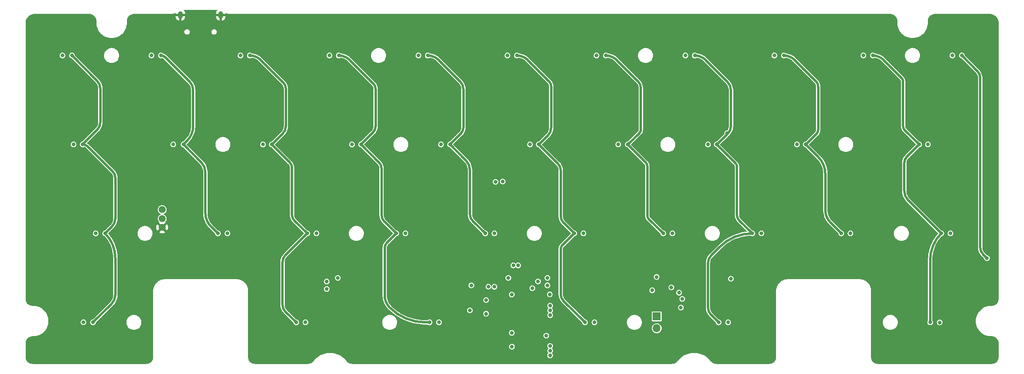
<source format=gbr>
%TF.GenerationSoftware,KiCad,Pcbnew,8.0.8*%
%TF.CreationDate,2025-03-01T19:11:40+01:00*%
%TF.ProjectId,travaulta WKL,74726176-6175-46c7-9461-20574b4c2e6b,rev?*%
%TF.SameCoordinates,Original*%
%TF.FileFunction,Copper,L3,Inr*%
%TF.FilePolarity,Positive*%
%FSLAX46Y46*%
G04 Gerber Fmt 4.6, Leading zero omitted, Abs format (unit mm)*
G04 Created by KiCad (PCBNEW 8.0.8) date 2025-03-01 19:11:40*
%MOMM*%
%LPD*%
G01*
G04 APERTURE LIST*
%TA.AperFunction,ComponentPad*%
%ADD10C,1.500000*%
%TD*%
%TA.AperFunction,ComponentPad*%
%ADD11R,1.700000X1.700000*%
%TD*%
%TA.AperFunction,ComponentPad*%
%ADD12O,1.700000X1.700000*%
%TD*%
%TA.AperFunction,ComponentPad*%
%ADD13O,1.000000X1.600000*%
%TD*%
%TA.AperFunction,ViaPad*%
%ADD14C,0.800000*%
%TD*%
%TA.AperFunction,Conductor*%
%ADD15C,0.500000*%
%TD*%
G04 APERTURE END LIST*
D10*
%TO.N,GND*%
%TO.C,J1*%
X74326714Y-93975000D03*
%TO.N,RGB*%
X74326714Y-92075000D03*
%TO.N,+5V*%
X74326714Y-90175000D03*
%TD*%
D11*
%TO.N,VBAT*%
%TO.C,SW38*%
X180181250Y-113025000D03*
D12*
%TO.N,BOOT0*%
X180181250Y-115565000D03*
%TD*%
D13*
%TO.N,GND*%
%TO.C,USB1*%
X78230000Y-48443750D03*
X86870000Y-48443750D03*
%TD*%
D14*
%TO.N,GND*%
X96681059Y-104725779D03*
X114300000Y-68278054D03*
X135638233Y-104424633D03*
X122292343Y-86296022D03*
X151003000Y-99314000D03*
X139250795Y-88412622D03*
X210525546Y-103806066D03*
X239712500Y-104775000D03*
X88940311Y-103911118D03*
X113506250Y-117475000D03*
X153834888Y-121069830D03*
X153987500Y-93059250D03*
X84617181Y-83073023D03*
X81280000Y-57277000D03*
X82550000Y-49999000D03*
X196359829Y-83116621D03*
X146685079Y-65962540D03*
X87249000Y-80010000D03*
X117475000Y-68262500D03*
X94884744Y-114250729D03*
X94253743Y-105454033D03*
X175418750Y-111125000D03*
X47117000Y-76200000D03*
X215664745Y-101760584D03*
X218126996Y-103858044D03*
X244475000Y-104775000D03*
X232187509Y-86321867D03*
X186531250Y-104366597D03*
X202414130Y-107184636D03*
X103187500Y-83125992D03*
X139269702Y-83220487D03*
X119027099Y-64169317D03*
X51593750Y-107950000D03*
X77430000Y-51094000D03*
X158623000Y-82423000D03*
X234216716Y-86307268D03*
X178593750Y-104324688D03*
X175451935Y-104317849D03*
X84595481Y-88265158D03*
X84198075Y-57286253D03*
X107950000Y-68278054D03*
X137621572Y-104395436D03*
X182499000Y-80010000D03*
X117445381Y-65971118D03*
X113284000Y-114300000D03*
X94884744Y-109488229D03*
X232181682Y-85070595D03*
X101290238Y-102836574D03*
X156464799Y-64146969D03*
X144653000Y-76200000D03*
X233867827Y-64186346D03*
X120296642Y-83089298D03*
X158623000Y-84455000D03*
X88926415Y-65964205D03*
X177006250Y-108743750D03*
X142113000Y-110617000D03*
X213758720Y-65997413D03*
X194539821Y-104317849D03*
X113506250Y-111125000D03*
X154940000Y-86995000D03*
X123031250Y-104410035D03*
X175816362Y-65997905D03*
X196320496Y-85086672D03*
X114300000Y-107950000D03*
X101155500Y-83125992D03*
X228234475Y-102096352D03*
X173101000Y-95250000D03*
X208313856Y-103762270D03*
X141859000Y-80010000D03*
X150971210Y-89699174D03*
X121059099Y-64169317D03*
X152584000Y-112903000D03*
X82585181Y-83073023D03*
X144374097Y-116215501D03*
X158753070Y-104320989D03*
X137901311Y-64231533D03*
X63156734Y-86285172D03*
X47371000Y-50800000D03*
X156928922Y-103265359D03*
X82566274Y-88265158D03*
X121095883Y-65974574D03*
X208354018Y-101320296D03*
X192539949Y-102088341D03*
X148844000Y-86995079D03*
X101308819Y-104740377D03*
X234950000Y-61087000D03*
X60075298Y-64176230D03*
X215275605Y-85030152D03*
X160918079Y-102299291D03*
X177839421Y-64193631D03*
X139700000Y-57150000D03*
X206235802Y-103784623D03*
X153987500Y-100806250D03*
X99867728Y-65952852D03*
X88900000Y-68262500D03*
X248723591Y-102754966D03*
X138112500Y-107950000D03*
X215781779Y-64193139D03*
X183356250Y-120650000D03*
X217310639Y-86266825D03*
X65200540Y-88255984D03*
X190232918Y-104293450D03*
X120257309Y-85059349D03*
X153987500Y-102393750D03*
X158750000Y-57150000D03*
X99815881Y-64231533D03*
X111125000Y-65960003D03*
X82551675Y-86294346D03*
X142081250Y-106362500D03*
X142081250Y-107950000D03*
X246856250Y-107950000D03*
X232568750Y-102393750D03*
X232221015Y-83100544D03*
X101121994Y-86347315D03*
X156972000Y-86995000D03*
X197035308Y-64193631D03*
X217346938Y-83060101D03*
X120650000Y-107955425D03*
X54768750Y-101600000D03*
X98943844Y-107338930D03*
X215900000Y-57150000D03*
X127793750Y-107950000D03*
X197044249Y-65997905D03*
X141265403Y-86427211D03*
X153035000Y-86995000D03*
X146812000Y-86995000D03*
X106389136Y-104784173D03*
X114272348Y-65964205D03*
X196850000Y-57150000D03*
X239734595Y-102760391D03*
X106426000Y-76200000D03*
X98422526Y-65950379D03*
X70258761Y-108749174D03*
X123825000Y-65951243D03*
X227806250Y-120650000D03*
X153987500Y-91281250D03*
X143668750Y-104344178D03*
X159004000Y-110744000D03*
X156972000Y-84455000D03*
X157861000Y-85725000D03*
X122328642Y-83089298D03*
X78607665Y-65964205D03*
X144653000Y-72517000D03*
X125349000Y-80010000D03*
X146559275Y-69986416D03*
X234213682Y-85070595D03*
X233876768Y-65990620D03*
X120709967Y-104380837D03*
X106432932Y-107222141D03*
X179168520Y-86356192D03*
X177800000Y-53213000D03*
X82189797Y-64153271D03*
X251079000Y-50800000D03*
X85751415Y-65964205D03*
X127000000Y-68309162D03*
X179165486Y-85119519D03*
X114183211Y-104585218D03*
X226218750Y-101600000D03*
X217325238Y-88252236D03*
X92075000Y-68262500D03*
X122306942Y-88281433D03*
X173573173Y-104293450D03*
X223547995Y-101848176D03*
X134874000Y-95250000D03*
X248701496Y-104769575D03*
X227806250Y-114300000D03*
X183356250Y-110331250D03*
X120277735Y-88281433D03*
X230187500Y-102393750D03*
X123031250Y-117475000D03*
X92075000Y-65964205D03*
X51435000Y-95250000D03*
X96774000Y-95250000D03*
X251206000Y-63500000D03*
X140493750Y-104333809D03*
X215281432Y-86281424D03*
X80962500Y-60071000D03*
X231844768Y-65990620D03*
X198391829Y-83116621D03*
X98900048Y-104754976D03*
X227806250Y-107950000D03*
X91599229Y-101561070D03*
X217307605Y-85030152D03*
X244094000Y-69723000D03*
X158496799Y-64146969D03*
X171170882Y-120668224D03*
X82545848Y-85043074D03*
X70380974Y-114234306D03*
X184943750Y-117475000D03*
X130175000Y-68309162D03*
X160911418Y-104281020D03*
X164306250Y-104289692D03*
X98425000Y-68262500D03*
X95250000Y-68262500D03*
X103936569Y-104827969D03*
X49530000Y-69850000D03*
X60116776Y-66008155D03*
X132471848Y-104419208D03*
X220886133Y-103858044D03*
X148844000Y-82296000D03*
X101847881Y-64231533D03*
X63171333Y-88255984D03*
X87249000Y-72644000D03*
X70643750Y-91281250D03*
X127000000Y-65951243D03*
X234950000Y-104775000D03*
X210565708Y-101364092D03*
X75692000Y-48895000D03*
X120650000Y-117475000D03*
X143083129Y-86703106D03*
X177848362Y-65997905D03*
X200037961Y-104339926D03*
X179183119Y-88341603D03*
X133383834Y-65953835D03*
X139933311Y-64231533D03*
X83568550Y-101824404D03*
X120650000Y-111125000D03*
X179387500Y-119856250D03*
X215314938Y-83060101D03*
X198063398Y-104339926D03*
X150876000Y-84455000D03*
X84577848Y-85043074D03*
X126525678Y-120534355D03*
X65182907Y-85033900D03*
X111125000Y-68278054D03*
X96666461Y-107309733D03*
X198029931Y-107050767D03*
X85725000Y-68262500D03*
X175807421Y-64193631D03*
X123825000Y-68309162D03*
X136525000Y-68262500D03*
X192561494Y-104301005D03*
X227806250Y-104775000D03*
X203200000Y-114300000D03*
X175418750Y-107530039D03*
X246856250Y-119856250D03*
X246878345Y-102760391D03*
X95250000Y-65964205D03*
X125412500Y-107950000D03*
X103148167Y-85096043D03*
X150876000Y-87009677D03*
X71661345Y-103815799D03*
X182499000Y-72390000D03*
X86311676Y-103889220D03*
X109064523Y-103037765D03*
X141224000Y-82677000D03*
X237331250Y-104775000D03*
X200238764Y-107151169D03*
X120263136Y-86310621D03*
X246856250Y-104775000D03*
X226176141Y-103893658D03*
X139236196Y-86441810D03*
X202406250Y-103187500D03*
X232568750Y-104775000D03*
X101899728Y-65952852D03*
X152781000Y-84455000D03*
X133350000Y-68309162D03*
X73739399Y-103793446D03*
X161131250Y-107950000D03*
X101411009Y-107222141D03*
X123848305Y-120534355D03*
X177172819Y-83149468D03*
X119063883Y-65974574D03*
X175418750Y-117475000D03*
X232202108Y-88292679D03*
X198352496Y-85086672D03*
X141224000Y-88519000D03*
X81075201Y-103881038D03*
X215296031Y-88252236D03*
X234950000Y-102393750D03*
X234253015Y-83100544D03*
X120650000Y-114300000D03*
X115824000Y-99314000D03*
X242115845Y-102760391D03*
X160654407Y-87046427D03*
X203200000Y-110331250D03*
X65185941Y-86270573D03*
X137872571Y-65974082D03*
X179387500Y-118268750D03*
X144653079Y-65962540D03*
X141859000Y-72517000D03*
X177133486Y-85119519D03*
X156473740Y-65951243D03*
X130175000Y-104413054D03*
X160655000Y-84455000D03*
X68453000Y-76200000D03*
X201676000Y-76200000D03*
X252412500Y-57150000D03*
X154940000Y-84455000D03*
X146681488Y-64206158D03*
X192024000Y-91313000D03*
X170583240Y-107583554D03*
X138112500Y-120650000D03*
X231835827Y-64186346D03*
X120650000Y-53213000D03*
X77851000Y-95250000D03*
X157162500Y-89693750D03*
X224282000Y-80137000D03*
X70358000Y-105664000D03*
X170676988Y-104308377D03*
X115824000Y-91313000D03*
X146793645Y-104323439D03*
X94884744Y-120600729D03*
X177800000Y-120601289D03*
X147066000Y-107315000D03*
X244497095Y-102760391D03*
X70643750Y-99218750D03*
X70258761Y-120655424D03*
X120650000Y-60960000D03*
X198370129Y-88308756D03*
X121126329Y-68333618D03*
X123031250Y-107950000D03*
X153321343Y-104242074D03*
X91601684Y-103924834D03*
X242093750Y-104775000D03*
X195892007Y-102087464D03*
X158505740Y-65951243D03*
X125412500Y-104424633D03*
X130175000Y-65951243D03*
X213749779Y-64193139D03*
X183356250Y-118268750D03*
X69494010Y-103866335D03*
X144653000Y-67691000D03*
X229235000Y-95250000D03*
X141807427Y-69986416D03*
X196340922Y-88308756D03*
X122289309Y-85059349D03*
X148814813Y-120969428D03*
X65659000Y-76200000D03*
X147896567Y-109273002D03*
X62148776Y-66008155D03*
X101600000Y-57150000D03*
X153987500Y-99218750D03*
X78581250Y-68262500D03*
X95250000Y-103187500D03*
X103937454Y-102919300D03*
X63190240Y-83063849D03*
X119856250Y-109537500D03*
X103165800Y-88318127D03*
X204355226Y-105477810D03*
X144632258Y-70008314D03*
X243967000Y-85725000D03*
X139904571Y-65974082D03*
X158622407Y-87046427D03*
X154781250Y-103961226D03*
X89408000Y-48895000D03*
X224282000Y-72390000D03*
X93662500Y-101600000D03*
X125349000Y-72517000D03*
X75914406Y-102336472D03*
X139230369Y-85190538D03*
X83552539Y-103889220D03*
X160655000Y-82423000D03*
X195003308Y-64193631D03*
X184943750Y-114300000D03*
X157162500Y-99314000D03*
X179204819Y-83149468D03*
X177139313Y-86370791D03*
X75951089Y-103837242D03*
X101911437Y-68262500D03*
X175418750Y-120567822D03*
X192625972Y-107021113D03*
X215649658Y-103849862D03*
X104775000Y-65960003D03*
X163576000Y-76200000D03*
X195012249Y-65997905D03*
X111531688Y-103066962D03*
X71700833Y-102228857D03*
X144907000Y-86995000D03*
X158750000Y-107950000D03*
X198355530Y-86323345D03*
X81067320Y-101785474D03*
X106404619Y-102948497D03*
X144652281Y-64206158D03*
X144653000Y-82296000D03*
X144653000Y-80010000D03*
X251079000Y-95123000D03*
X148209000Y-101981000D03*
X107936174Y-65943466D03*
X65222240Y-83063849D03*
X98806000Y-50800000D03*
X211201000Y-95250000D03*
X146685000Y-72517000D03*
X230187500Y-104775000D03*
X173617597Y-107561243D03*
X84580882Y-86279747D03*
X167481250Y-104289692D03*
X62107298Y-64176230D03*
X78581250Y-63500000D03*
X146685000Y-80010000D03*
X196326323Y-86337944D03*
X250825000Y-87312500D03*
X120903194Y-120567822D03*
X190240765Y-102103407D03*
X101136593Y-88318127D03*
X103151201Y-86332716D03*
X127793750Y-104424633D03*
X213131398Y-103827964D03*
X161544000Y-85725000D03*
X63150907Y-85033900D03*
X203200000Y-120650000D03*
X141262369Y-85190538D03*
X141287500Y-120650000D03*
X101116167Y-85096043D03*
X153987500Y-89503250D03*
X84137500Y-68262500D03*
X206275964Y-101342649D03*
X177153912Y-88341603D03*
X189706250Y-107950000D03*
X87312500Y-63500000D03*
X213591743Y-101731387D03*
X104775000Y-68278054D03*
X118067619Y-104395436D03*
X223514768Y-103879942D03*
X78556941Y-103859140D03*
X237353345Y-102760391D03*
X136558834Y-65953835D03*
X148844000Y-84455000D03*
X227965000Y-76200000D03*
X183356250Y-104370593D03*
X158632093Y-88982166D03*
X73764104Y-102267787D03*
X246062500Y-76200000D03*
X146685000Y-67691000D03*
X177800000Y-60960000D03*
X215790720Y-65997413D03*
X139953601Y-68350091D03*
X87653038Y-51101306D03*
X84074000Y-69850000D03*
X151425252Y-121036363D03*
X184943750Y-106362500D03*
%TO.N,APLEX_OUT_PIN_0*%
X156787000Y-106362500D03*
X156787000Y-104775000D03*
X148431250Y-104775000D03*
X140493750Y-106362500D03*
X140168917Y-111725196D03*
X184943750Y-107950000D03*
%TO.N,ROW0*%
X243459000Y-57150000D03*
X110109000Y-57150000D03*
X186309000Y-57150000D03*
X148209000Y-57150000D03*
X167259000Y-57150000D03*
X224409000Y-57150000D03*
X129159000Y-57150000D03*
X72009000Y-57150000D03*
X52959000Y-57150000D03*
X91059000Y-57150000D03*
X145671499Y-84193250D03*
X149495497Y-102108000D03*
X205359000Y-57150000D03*
%TO.N,ROW1*%
X55372000Y-76200000D03*
X191135000Y-76200000D03*
X133985000Y-76200000D03*
X76708000Y-76200000D03*
X153035000Y-76200000D03*
X210185000Y-76200000D03*
X171958000Y-76200000D03*
X114935000Y-76200000D03*
X150495000Y-102108000D03*
X238252000Y-76200000D03*
X147189791Y-84150476D03*
X95885000Y-76200000D03*
%TO.N,VBAT*%
X149155000Y-108331000D03*
X180168284Y-104576503D03*
X149158000Y-116524000D03*
X153545858Y-106982709D03*
X156556000Y-117129000D03*
X149189578Y-119489093D03*
X157291782Y-108302925D03*
X111918750Y-104775000D03*
X154781250Y-105533209D03*
%TO.N,COL0*%
X59531250Y-114300000D03*
X62103000Y-95250000D03*
X54991000Y-57150000D03*
X57277000Y-76200000D03*
%TO.N,COL1*%
X74041000Y-57150000D03*
X109537500Y-107156250D03*
X109537500Y-105568750D03*
X86233000Y-95250000D03*
X78867000Y-76200000D03*
%TO.N,COL2*%
X103005828Y-114300000D03*
X93075000Y-57150000D03*
X105362500Y-95250000D03*
X97790000Y-76200000D03*
%TO.N,COL3*%
X124412500Y-95250000D03*
X116887500Y-76200000D03*
X131555000Y-114300000D03*
X112125000Y-57150000D03*
%TO.N,COL4*%
X143462500Y-95250000D03*
X135937500Y-76200000D03*
X131175000Y-57150000D03*
%TO.N,COL5*%
X150241000Y-57150000D03*
X162512500Y-95250000D03*
X164846000Y-114300000D03*
X154940000Y-76200000D03*
%TO.N,COL6*%
X169291000Y-57150000D03*
X173990000Y-76200000D03*
X181562500Y-95250000D03*
X183324719Y-106823574D03*
X179237160Y-107440416D03*
%TO.N,COL7*%
X188325000Y-57150000D03*
X195262500Y-73818750D03*
X200612500Y-95250000D03*
X193421000Y-114300000D03*
X193040000Y-76200000D03*
%TO.N,COL8*%
X207391000Y-57150000D03*
X196056250Y-104952200D03*
X219662500Y-95250000D03*
X185352690Y-111125000D03*
X212090000Y-76200000D03*
%TO.N,COL9*%
X241095000Y-95250000D03*
X226441000Y-57150000D03*
X236347000Y-76200000D03*
X238714369Y-114292898D03*
%TO.N,ROW2*%
X164512500Y-95250000D03*
X221662500Y-95250000D03*
X126412500Y-95250000D03*
X243078000Y-95250000D03*
X202612500Y-95250000D03*
X107362500Y-95250000D03*
X145462500Y-95250000D03*
X60071000Y-95250000D03*
X88312500Y-95250000D03*
X183562500Y-95250000D03*
%TO.N,ROW3*%
X144157368Y-106657415D03*
X143668750Y-109537500D03*
X195453000Y-114300000D03*
X105004216Y-114293511D03*
X166878000Y-114300000D03*
X133555000Y-114300000D03*
X240745252Y-114314598D03*
X57470051Y-114280535D03*
%TO.N,AMUX_SEL_2*%
X157348680Y-121365408D03*
X157353000Y-110744000D03*
%TO.N,AMUX_SEL_1*%
X157357299Y-111755701D03*
X157364941Y-120356364D03*
%TO.N,AMUX_SEL_0*%
X157353500Y-119342500D03*
X157353000Y-112776000D03*
%TO.N,APLEX_EN_PIN_1*%
X185642929Y-109271580D03*
X145415000Y-106680000D03*
%TO.N,RGB*%
X143647122Y-112448643D03*
%TO.N,COL10*%
X245491000Y-57150000D03*
X250878697Y-100530160D03*
%TD*%
D15*
%TO.N,COL0*%
X64293750Y-100538938D02*
X64293750Y-108414968D01*
X63595250Y-93757750D02*
X62103000Y-95250000D01*
X61087000Y-71437500D02*
X61087000Y-64293750D01*
X60346129Y-62505129D02*
X54991000Y-57150000D01*
X58415214Y-76671464D02*
X63732484Y-81988734D01*
X63500000Y-110331250D02*
X59531250Y-114300000D01*
X64293750Y-83343750D02*
X64293750Y-92071422D01*
X57277000Y-76200000D02*
X60413481Y-73063519D01*
X64293750Y-92071422D02*
G75*
G02*
X63595244Y-93757744I-2384850J22D01*
G01*
X57277000Y-76200000D02*
G75*
G02*
X58415219Y-76671459I0J-1609700D01*
G01*
X62103000Y-95250000D02*
G75*
G02*
X64293734Y-100538938I-5288900J-5288900D01*
G01*
X63732484Y-81988734D02*
G75*
G02*
X64293795Y-83343750I-1354984J-1355066D01*
G01*
X61087000Y-64293750D02*
G75*
G03*
X60346156Y-62505102I-2529500J50D01*
G01*
X60413481Y-73063519D02*
G75*
G03*
X61087011Y-71437500I-1625981J1626019D01*
G01*
X64293750Y-108414968D02*
G75*
G02*
X63500020Y-110331270I-2710050J-32D01*
G01*
%TO.N,COL1*%
X83566000Y-90854301D02*
X83566000Y-82133785D01*
X86233000Y-95250000D02*
X84788375Y-93805375D01*
X80168750Y-62706250D02*
X75016612Y-57554112D01*
X82692875Y-80025875D02*
X78867000Y-76200000D01*
X80962500Y-72231250D02*
X80962500Y-64622532D01*
X78867000Y-76200000D02*
X79637912Y-75429088D01*
X83566000Y-82133785D02*
G75*
G03*
X82692860Y-80025890I-2981000J-15D01*
G01*
X75016612Y-57554112D02*
G75*
G03*
X74041000Y-57149993I-975612J-975588D01*
G01*
X79637912Y-75429088D02*
G75*
G03*
X80962543Y-72231250I-3197812J3197888D01*
G01*
X80962500Y-64622532D02*
G75*
G03*
X80168759Y-62706241I-2710000J32D01*
G01*
X84788375Y-93805375D02*
G75*
G02*
X83565985Y-90854301I2951025J2951075D01*
G01*
%TO.N,COL2*%
X100076000Y-101423388D02*
X100076000Y-110509996D01*
X100702500Y-112022500D02*
X102980000Y-114300000D01*
X105362500Y-95250000D02*
X100703125Y-99909375D01*
X101679375Y-80089375D02*
X97790000Y-76200000D01*
X102108000Y-91281250D02*
X102108000Y-81124167D01*
X105362500Y-95250000D02*
X102613052Y-92500552D01*
X100099143Y-73938357D02*
X97837500Y-76200000D01*
X95432941Y-58126691D02*
X100244984Y-62938734D01*
X102980000Y-114300000D02*
X103005828Y-114300000D01*
X100806250Y-64293750D02*
X100806250Y-72231250D01*
X100076000Y-110509996D02*
G75*
G03*
X100702499Y-112022501I2139000J-4D01*
G01*
X93075000Y-57150000D02*
G75*
G02*
X95432934Y-58126698I0J-3334600D01*
G01*
X100244984Y-62938734D02*
G75*
G02*
X100806295Y-64293750I-1354984J-1355066D01*
G01*
X102108000Y-81124167D02*
G75*
G03*
X101679355Y-80089395I-1463400J-33D01*
G01*
X102613052Y-92500552D02*
G75*
G02*
X102107979Y-91281250I1219348J1219352D01*
G01*
X100703125Y-99909375D02*
G75*
G03*
X100075981Y-101423388I1513975J-1514025D01*
G01*
X100806250Y-72231250D02*
G75*
G02*
X100099176Y-73938390I-2414250J-50D01*
G01*
%TO.N,COL3*%
X114482941Y-58126691D02*
X119565987Y-63209737D01*
X120015000Y-64293750D02*
X120015000Y-72231250D01*
X121285000Y-91281250D02*
X121285000Y-81349684D01*
X124412500Y-95250000D02*
X122470458Y-97192042D01*
X130696378Y-114300000D02*
X131555000Y-114300000D01*
X120753125Y-80065625D02*
X116887500Y-76200000D01*
X124412500Y-95250000D02*
X121879854Y-92717354D01*
X121959750Y-98425000D02*
X121959750Y-108538171D01*
X119420146Y-73667354D02*
X116887500Y-76200000D01*
X120015000Y-72231250D02*
G75*
G02*
X119420180Y-73667388I-2031000J-50D01*
G01*
X122470458Y-97192042D02*
G75*
G03*
X121959745Y-98425000I1232942J-1232958D01*
G01*
X121959750Y-108538171D02*
G75*
G03*
X123031231Y-111125019I3658350J-29D01*
G01*
X119565987Y-63209737D02*
G75*
G02*
X120015043Y-64293750I-1083987J-1084063D01*
G01*
X123031250Y-111125000D02*
G75*
G03*
X130696378Y-114300024I7665150J7665100D01*
G01*
X112125000Y-57150000D02*
G75*
G02*
X114482934Y-58126698I0J-3334600D01*
G01*
X121879854Y-92717354D02*
G75*
G02*
X121284977Y-91281250I1436146J1436154D01*
G01*
X121285000Y-81349684D02*
G75*
G03*
X120753110Y-80065640I-1815900J-16D01*
G01*
%TO.N,COL4*%
X135937500Y-76200000D02*
X138215625Y-73921875D01*
X140787500Y-92575000D02*
X143462500Y-95250000D01*
X135937500Y-76200000D02*
X139298837Y-79561337D01*
X138811000Y-72484513D02*
X138811000Y-64392578D01*
X140208000Y-81756250D02*
X140208000Y-91175964D01*
X138112500Y-62706250D02*
X133532941Y-58126691D01*
X138215625Y-73921875D02*
G75*
G03*
X138811020Y-72484513I-1437325J1437375D01*
G01*
X133532941Y-58126691D02*
G75*
G03*
X131175000Y-57149990I-2357941J-2357909D01*
G01*
X140208000Y-91175964D02*
G75*
G03*
X140787489Y-92575011I1978500J-36D01*
G01*
X139298837Y-79561337D02*
G75*
G02*
X140207957Y-81756250I-2194937J-2194863D01*
G01*
X138811000Y-64392578D02*
G75*
G03*
X138112483Y-62706267I-2384800J-22D01*
G01*
%TO.N,COL5*%
X160210500Y-109664500D02*
X164846000Y-114300000D01*
X162512500Y-95250000D02*
X159852193Y-97910307D01*
X157607000Y-72536457D02*
X157607000Y-63779367D01*
X154940000Y-76200000D02*
X159032832Y-80292832D01*
X159639000Y-98425000D02*
X159639000Y-108284777D01*
X160234375Y-92971875D02*
X162512500Y-95250000D01*
X154987500Y-76200000D02*
X156868750Y-74318750D01*
X157162500Y-62706250D02*
X152571628Y-58115378D01*
X159639000Y-81756250D02*
X159639000Y-91534513D01*
X159852193Y-97910307D02*
G75*
G03*
X159639004Y-98425000I514707J-514693D01*
G01*
X157607000Y-63779367D02*
G75*
G03*
X157162480Y-62706270I-1517600J-33D01*
G01*
X152571628Y-58115378D02*
G75*
G03*
X150241000Y-57149999I-2330628J-2330622D01*
G01*
X159032832Y-80292832D02*
G75*
G02*
X159639031Y-81756250I-1463432J-1463468D01*
G01*
X159639000Y-91534513D02*
G75*
G03*
X160234389Y-92971861I2032700J13D01*
G01*
X159639000Y-108284777D02*
G75*
G03*
X160210493Y-109664507I1951200J-23D01*
G01*
X156868750Y-74318750D02*
G75*
G03*
X157606982Y-72536457I-1782250J1782250D01*
G01*
%TO.N,COL6*%
X173990000Y-76200000D02*
X177879375Y-80089375D01*
X176784000Y-73025000D02*
X176784000Y-64085973D01*
X178181000Y-80817562D02*
X178181000Y-91430625D01*
X174037500Y-76200000D02*
X176481005Y-73756495D01*
X178490625Y-92178125D02*
X181562500Y-95250000D01*
X176212500Y-62706250D02*
X171621628Y-58115378D01*
X178181000Y-91430625D02*
G75*
G03*
X178490642Y-92178108I1057100J25D01*
G01*
X177879375Y-80089375D02*
G75*
G02*
X178181030Y-80817562I-728175J-728225D01*
G01*
X176784000Y-64085973D02*
G75*
G03*
X176212482Y-62706268I-1951200J-27D01*
G01*
X176481005Y-73756495D02*
G75*
G03*
X176783997Y-73025000I-731505J731495D01*
G01*
X171621628Y-58115378D02*
G75*
G03*
X169291000Y-57149999I-2330628J-2330622D01*
G01*
%TO.N,COL7*%
X195468750Y-73818750D02*
X195403343Y-73884157D01*
X195262500Y-74025000D02*
X195262500Y-73818750D01*
X195262500Y-62706250D02*
X190682941Y-58126691D01*
X197863051Y-92500551D02*
X200612500Y-95250000D01*
X193040000Y-76200000D02*
X197043691Y-80203691D01*
X197358000Y-80962500D02*
X197358000Y-91281250D01*
X195262500Y-73818750D02*
X195468750Y-73818750D01*
X191166742Y-101600000D02*
X191166742Y-111125000D01*
X196088000Y-72231250D02*
X196088000Y-64699183D01*
X193087500Y-76200000D02*
X195262500Y-74025000D01*
X191817805Y-112696805D02*
X193421000Y-114300000D01*
X193702384Y-98112264D02*
X191839974Y-99974674D01*
X197358000Y-91281250D02*
G75*
G03*
X197863037Y-92500565I1724300J-50D01*
G01*
X191166742Y-111125000D02*
G75*
G03*
X191817807Y-112696803I2222858J0D01*
G01*
X200612500Y-95250000D02*
G75*
G03*
X193702380Y-98112260I0J-9772400D01*
G01*
X190682941Y-58126691D02*
G75*
G03*
X188325000Y-57149990I-2357941J-2357909D01*
G01*
X191839974Y-99974674D02*
G75*
G03*
X191166742Y-101600000I1625326J-1625326D01*
G01*
X197043691Y-80203691D02*
G75*
G02*
X197358005Y-80962500I-758791J-758809D01*
G01*
X195403343Y-73884157D02*
G75*
G03*
X196087954Y-72231250I-1652943J1652857D01*
G01*
X196088000Y-64699183D02*
G75*
G03*
X195262485Y-62706265I-2818400J-17D01*
G01*
%TO.N,COL8*%
X219662500Y-95202500D02*
X219662500Y-95250000D01*
X212137500Y-76200000D02*
X214364202Y-73973298D01*
X214312500Y-62706250D02*
X209721628Y-58115378D01*
X212090000Y-76200000D02*
X214754356Y-78864356D01*
X214757000Y-73025000D02*
X214757000Y-63779367D01*
X217408125Y-92948125D02*
X219662500Y-95202500D01*
X216281000Y-82550000D02*
X216281000Y-90227005D01*
X216281000Y-90227005D02*
G75*
G03*
X217408137Y-92948113I3848200J5D01*
G01*
X214757000Y-63779367D02*
G75*
G03*
X214312480Y-62706270I-1517600J-33D01*
G01*
X214754356Y-78864356D02*
G75*
G02*
X216280996Y-82550000I-3685656J-3685644D01*
G01*
X209721628Y-58115378D02*
G75*
G03*
X207391000Y-57149999I-2330628J-2330622D01*
G01*
X214364202Y-73973298D02*
G75*
G03*
X214756999Y-73025000I-948302J948298D01*
G01*
%TO.N,COL9*%
X232918000Y-72231250D02*
X232918000Y-62755664D01*
X236347000Y-76200000D02*
X233733267Y-78813733D01*
X234053750Y-88208750D02*
X241095000Y-95250000D01*
X238714369Y-100997351D02*
X238714369Y-114292898D01*
X236330000Y-76200000D02*
X233311682Y-73181681D01*
X232568750Y-61912500D02*
X228771628Y-58115378D01*
X233172000Y-80168750D02*
X233172000Y-86080018D01*
X228771628Y-58115378D02*
G75*
G03*
X226441000Y-57149999I-2330628J-2330622D01*
G01*
X233733267Y-78813733D02*
G75*
G03*
X233171970Y-80168750I1355033J-1355067D01*
G01*
X233172000Y-86080018D02*
G75*
G03*
X234053755Y-88208745I3010500J18D01*
G01*
X233311682Y-73181681D02*
G75*
G02*
X232917961Y-72231250I950418J950481D01*
G01*
X232918000Y-62755664D02*
G75*
G03*
X232568729Y-61912521I-1192400J-36D01*
G01*
X241095000Y-95250000D02*
G75*
G03*
X238714390Y-100997351I5747300J-5747300D01*
G01*
%TO.N,COL10*%
X249428000Y-61912500D02*
X249428000Y-98251036D01*
X248844283Y-60503283D02*
X245491000Y-57150000D01*
X250013787Y-99665250D02*
X250878697Y-100530160D01*
X249428000Y-61912500D02*
G75*
G03*
X248844276Y-60503290I-1992900J0D01*
G01*
X250013787Y-99665250D02*
G75*
G02*
X249427975Y-98251036I1414213J1414250D01*
G01*
%TD*%
%TA.AperFunction,Conductor*%
%TO.N,GND*%
G36*
X86154969Y-47407397D02*
G01*
X86159248Y-47413022D01*
X86159508Y-47420085D01*
X86155653Y-47426008D01*
X86154232Y-47427173D01*
X86153421Y-47427984D01*
X86028191Y-47580577D01*
X86027550Y-47581537D01*
X85934498Y-47755625D01*
X85934055Y-47756695D01*
X85876753Y-47945591D01*
X85876528Y-47946721D01*
X85862027Y-48093952D01*
X85862000Y-48094516D01*
X85862000Y-48187423D01*
X85862681Y-48189068D01*
X85864327Y-48189750D01*
X87875673Y-48189750D01*
X87877318Y-48189068D01*
X87878000Y-48187423D01*
X87878000Y-48094516D01*
X87877972Y-48093952D01*
X87871336Y-48026583D01*
X87873359Y-48018779D01*
X87879949Y-48014135D01*
X87887975Y-48014856D01*
X88080753Y-48105946D01*
X88289738Y-48177777D01*
X88505363Y-48226155D01*
X88725003Y-48250493D01*
X88835396Y-48250499D01*
X88835397Y-48250500D01*
X88835496Y-48250500D01*
X230199500Y-48250500D01*
X230199585Y-48250500D01*
X230200419Y-48250530D01*
X230269725Y-48255486D01*
X230420046Y-48267317D01*
X230421595Y-48267545D01*
X230519707Y-48288888D01*
X230519830Y-48288916D01*
X230639209Y-48317577D01*
X230640535Y-48317982D01*
X230739585Y-48354926D01*
X230739908Y-48355053D01*
X230848356Y-48399974D01*
X230849462Y-48400503D01*
X230944035Y-48452143D01*
X230944523Y-48452426D01*
X231042891Y-48512706D01*
X231043767Y-48513300D01*
X231130728Y-48578399D01*
X231131296Y-48578853D01*
X231218444Y-48653284D01*
X231219118Y-48653908D01*
X231296090Y-48730880D01*
X231296714Y-48731554D01*
X231371138Y-48818693D01*
X231371606Y-48819279D01*
X231399476Y-48856509D01*
X231436690Y-48906220D01*
X231437300Y-48907119D01*
X231497567Y-49005466D01*
X231497860Y-49005972D01*
X231549490Y-49100525D01*
X231550030Y-49101655D01*
X231594932Y-49210059D01*
X231595085Y-49210447D01*
X231632011Y-49309448D01*
X231632426Y-49310806D01*
X231661066Y-49430101D01*
X231661122Y-49430345D01*
X231682451Y-49528393D01*
X231682682Y-49529962D01*
X231694517Y-49680331D01*
X231694523Y-49680414D01*
X231699470Y-49749581D01*
X231699500Y-49750415D01*
X231699500Y-49750500D01*
X231699500Y-50149500D01*
X231699500Y-50150000D01*
X231699500Y-50326237D01*
X231699534Y-50326553D01*
X231699535Y-50326564D01*
X231737573Y-50676316D01*
X231737609Y-50676645D01*
X231813381Y-51020878D01*
X231813478Y-51021166D01*
X231813480Y-51021173D01*
X231925826Y-51354607D01*
X231925831Y-51354621D01*
X231925926Y-51354901D01*
X231926055Y-51355181D01*
X231926056Y-51355182D01*
X232073795Y-51674516D01*
X232073799Y-51674523D01*
X232073926Y-51674798D01*
X232074084Y-51675061D01*
X232074088Y-51675068D01*
X232235179Y-51942802D01*
X232255646Y-51976818D01*
X232255832Y-51977063D01*
X232255835Y-51977067D01*
X232468761Y-52257167D01*
X232468767Y-52257174D01*
X232468954Y-52257420D01*
X232711350Y-52513314D01*
X232979992Y-52741501D01*
X233271731Y-52939305D01*
X233583146Y-53104407D01*
X233910586Y-53234871D01*
X234250212Y-53329168D01*
X234598043Y-53386191D01*
X234950000Y-53405274D01*
X235301957Y-53386191D01*
X235649788Y-53329168D01*
X235989414Y-53234871D01*
X236316854Y-53104407D01*
X236628269Y-52939305D01*
X236920008Y-52741501D01*
X237188650Y-52513314D01*
X237431046Y-52257420D01*
X237644354Y-51976818D01*
X237826074Y-51674798D01*
X237974074Y-51354901D01*
X238086619Y-51020878D01*
X238162391Y-50676645D01*
X238200500Y-50326237D01*
X238200500Y-50150000D01*
X238200500Y-50149500D01*
X238200500Y-49750415D01*
X238200530Y-49749580D01*
X238205486Y-49680278D01*
X238217317Y-49529949D01*
X238217544Y-49528408D01*
X238238877Y-49430345D01*
X238238933Y-49430101D01*
X238267579Y-49310781D01*
X238267978Y-49309474D01*
X238304941Y-49210374D01*
X238305037Y-49210131D01*
X238349980Y-49101628D01*
X238350495Y-49100551D01*
X238402163Y-49005927D01*
X238402405Y-49005510D01*
X238462718Y-48907088D01*
X238463285Y-48906252D01*
X238528424Y-48819238D01*
X238528828Y-48818732D01*
X238603307Y-48731528D01*
X238603882Y-48730907D01*
X238680907Y-48653882D01*
X238681528Y-48653307D01*
X238768732Y-48578828D01*
X238769238Y-48578424D01*
X238856252Y-48513285D01*
X238857088Y-48512718D01*
X238955510Y-48452405D01*
X238955927Y-48452163D01*
X239050551Y-48400495D01*
X239051628Y-48399980D01*
X239160131Y-48355037D01*
X239160374Y-48354941D01*
X239259474Y-48317978D01*
X239260781Y-48317579D01*
X239380212Y-48288906D01*
X239380237Y-48288900D01*
X239478408Y-48267544D01*
X239479949Y-48267317D01*
X239630193Y-48255492D01*
X239699580Y-48250530D01*
X239700415Y-48250500D01*
X239700500Y-48250500D01*
X251474500Y-48250500D01*
X251474616Y-48250500D01*
X251475381Y-48250525D01*
X251476745Y-48250614D01*
X251558772Y-48255990D01*
X251729941Y-48268233D01*
X251731340Y-48268421D01*
X251846331Y-48291295D01*
X251984381Y-48321326D01*
X251985610Y-48321667D01*
X252102157Y-48361230D01*
X252102369Y-48361306D01*
X252229159Y-48408596D01*
X252230235Y-48409060D01*
X252317587Y-48452138D01*
X252342622Y-48464484D01*
X252343054Y-48464708D01*
X252459780Y-48528445D01*
X252460643Y-48528968D01*
X252516666Y-48566401D01*
X252565735Y-48599188D01*
X252566247Y-48599550D01*
X252671907Y-48678647D01*
X252672609Y-48679216D01*
X252767961Y-48762837D01*
X252768520Y-48763361D01*
X252861637Y-48856478D01*
X252862161Y-48857037D01*
X252945782Y-48952389D01*
X252946351Y-48953091D01*
X253025448Y-49058751D01*
X253025810Y-49059263D01*
X253096021Y-49164340D01*
X253096562Y-49165233D01*
X253160290Y-49281944D01*
X253160514Y-49282376D01*
X253215935Y-49394758D01*
X253216404Y-49395844D01*
X253263671Y-49522570D01*
X253263788Y-49522898D01*
X253303324Y-49639366D01*
X253303678Y-49640640D01*
X253333690Y-49778605D01*
X253333732Y-49778809D01*
X253356573Y-49893635D01*
X253356768Y-49895083D01*
X253369019Y-50066375D01*
X253374011Y-50142548D01*
X253374475Y-50149619D01*
X253374500Y-50150384D01*
X253374500Y-109258584D01*
X253374470Y-109259419D01*
X253369523Y-109328585D01*
X253369517Y-109328668D01*
X253357682Y-109479036D01*
X253357451Y-109480605D01*
X253336125Y-109578640D01*
X253336069Y-109578884D01*
X253307426Y-109698192D01*
X253307011Y-109699550D01*
X253270085Y-109798551D01*
X253269932Y-109798939D01*
X253225030Y-109907343D01*
X253224490Y-109908473D01*
X253172860Y-110003026D01*
X253172567Y-110003532D01*
X253112300Y-110101879D01*
X253111690Y-110102778D01*
X253046607Y-110189718D01*
X253046138Y-110190305D01*
X252971714Y-110277444D01*
X252971090Y-110278118D01*
X252894118Y-110355090D01*
X252893444Y-110355714D01*
X252806305Y-110430138D01*
X252805718Y-110430607D01*
X252718778Y-110495690D01*
X252717879Y-110496300D01*
X252619532Y-110556567D01*
X252619026Y-110556860D01*
X252524473Y-110608490D01*
X252523343Y-110609030D01*
X252414939Y-110653932D01*
X252414551Y-110654085D01*
X252315550Y-110691011D01*
X252314192Y-110691426D01*
X252194884Y-110720069D01*
X252194640Y-110720125D01*
X252096605Y-110741451D01*
X252095036Y-110741682D01*
X251944676Y-110753516D01*
X251944593Y-110753522D01*
X251875419Y-110758470D01*
X251874584Y-110758500D01*
X251558464Y-110758500D01*
X251558445Y-110758500D01*
X251558139Y-110758501D01*
X251557823Y-110758535D01*
X251557811Y-110758536D01*
X251208061Y-110796577D01*
X251208055Y-110796577D01*
X251207733Y-110796613D01*
X251207414Y-110796683D01*
X251207409Y-110796684D01*
X250863838Y-110872312D01*
X250863502Y-110872386D01*
X250863218Y-110872481D01*
X250863206Y-110872485D01*
X250529775Y-110984833D01*
X250529759Y-110984839D01*
X250529481Y-110984933D01*
X250529206Y-110985060D01*
X250529199Y-110985063D01*
X250209868Y-111132803D01*
X250209853Y-111132810D01*
X250209587Y-111132934D01*
X250209330Y-111133088D01*
X250209316Y-111133096D01*
X249907839Y-111314491D01*
X249907831Y-111314495D01*
X249907569Y-111314654D01*
X249907331Y-111314834D01*
X249907319Y-111314843D01*
X249627222Y-111527770D01*
X249627206Y-111527783D01*
X249626970Y-111527963D01*
X249626745Y-111528175D01*
X249626738Y-111528182D01*
X249371309Y-111770138D01*
X249371297Y-111770149D01*
X249371077Y-111770359D01*
X249370877Y-111770594D01*
X249370867Y-111770605D01*
X249143103Y-112038752D01*
X249143097Y-112038759D01*
X249142893Y-112039000D01*
X249142722Y-112039251D01*
X249142713Y-112039264D01*
X248945268Y-112330475D01*
X248945257Y-112330491D01*
X248945091Y-112330738D01*
X248944945Y-112331012D01*
X248944941Y-112331020D01*
X248780138Y-112641871D01*
X248780131Y-112641885D01*
X248779990Y-112642152D01*
X248779877Y-112642433D01*
X248779873Y-112642444D01*
X248649647Y-112969290D01*
X248649641Y-112969305D01*
X248649528Y-112969591D01*
X248649444Y-112969890D01*
X248649442Y-112969899D01*
X248555315Y-113308915D01*
X248555312Y-113308924D01*
X248555232Y-113309216D01*
X248555182Y-113309518D01*
X248555181Y-113309525D01*
X248498257Y-113656742D01*
X248498255Y-113656754D01*
X248498208Y-113657045D01*
X248498191Y-113657343D01*
X248498191Y-113657351D01*
X248480186Y-113989443D01*
X248479126Y-114009000D01*
X248479143Y-114009314D01*
X248496712Y-114333376D01*
X248498208Y-114360955D01*
X248498256Y-114361247D01*
X248498257Y-114361257D01*
X248540357Y-114618052D01*
X248555232Y-114708784D01*
X248555313Y-114709078D01*
X248555315Y-114709084D01*
X248643981Y-115028431D01*
X248649528Y-115048409D01*
X248649644Y-115048700D01*
X248649647Y-115048709D01*
X248773532Y-115359640D01*
X248779990Y-115375848D01*
X248780134Y-115376121D01*
X248780138Y-115376128D01*
X248898335Y-115599071D01*
X248945091Y-115687262D01*
X248945263Y-115687515D01*
X248945268Y-115687524D01*
X249142713Y-115978735D01*
X249142893Y-115979000D01*
X249143103Y-115979247D01*
X249348061Y-116220545D01*
X249371077Y-116247641D01*
X249371306Y-116247858D01*
X249371309Y-116247861D01*
X249437925Y-116310963D01*
X249626970Y-116490037D01*
X249627217Y-116490224D01*
X249627222Y-116490229D01*
X249771794Y-116600131D01*
X249907569Y-116703346D01*
X250209587Y-116885066D01*
X250529481Y-117033067D01*
X250863502Y-117145614D01*
X251207733Y-117221387D01*
X251558139Y-117259499D01*
X251734274Y-117259499D01*
X251734275Y-117259499D01*
X251734276Y-117259500D01*
X251734375Y-117259500D01*
X251874500Y-117259500D01*
X251874585Y-117259500D01*
X251875419Y-117259530D01*
X251944725Y-117264486D01*
X252095046Y-117276317D01*
X252096595Y-117276545D01*
X252194707Y-117297888D01*
X252194830Y-117297916D01*
X252314209Y-117326577D01*
X252315535Y-117326982D01*
X252414585Y-117363926D01*
X252414908Y-117364053D01*
X252523356Y-117408974D01*
X252524462Y-117409503D01*
X252619035Y-117461143D01*
X252619523Y-117461426D01*
X252717891Y-117521706D01*
X252718767Y-117522300D01*
X252805728Y-117587399D01*
X252806296Y-117587853D01*
X252882649Y-117653064D01*
X252893444Y-117662284D01*
X252894118Y-117662908D01*
X252971090Y-117739880D01*
X252971714Y-117740554D01*
X253046138Y-117827693D01*
X253046607Y-117828280D01*
X253111690Y-117915220D01*
X253112300Y-117916119D01*
X253172567Y-118014466D01*
X253172860Y-118014972D01*
X253224490Y-118109525D01*
X253225030Y-118110655D01*
X253269932Y-118219059D01*
X253270085Y-118219447D01*
X253307011Y-118318448D01*
X253307426Y-118319806D01*
X253336066Y-118439101D01*
X253336122Y-118439345D01*
X253357451Y-118537393D01*
X253357682Y-118538962D01*
X253369517Y-118689331D01*
X253369523Y-118689414D01*
X253374470Y-118758581D01*
X253374500Y-118759416D01*
X253374500Y-121699584D01*
X253374470Y-121700419D01*
X253369523Y-121769585D01*
X253369517Y-121769668D01*
X253357682Y-121920036D01*
X253357451Y-121921605D01*
X253336125Y-122019640D01*
X253336069Y-122019884D01*
X253307426Y-122139192D01*
X253307011Y-122140550D01*
X253270085Y-122239551D01*
X253269932Y-122239939D01*
X253225030Y-122348343D01*
X253224490Y-122349473D01*
X253172860Y-122444026D01*
X253172567Y-122444532D01*
X253112300Y-122542879D01*
X253111690Y-122543778D01*
X253046607Y-122630718D01*
X253046138Y-122631305D01*
X252971714Y-122718444D01*
X252971090Y-122719118D01*
X252894118Y-122796090D01*
X252893444Y-122796714D01*
X252806305Y-122871138D01*
X252805718Y-122871607D01*
X252718778Y-122936690D01*
X252717879Y-122937300D01*
X252619532Y-122997567D01*
X252619026Y-122997860D01*
X252524473Y-123049490D01*
X252523343Y-123050030D01*
X252414939Y-123094932D01*
X252414551Y-123095085D01*
X252315550Y-123132011D01*
X252314192Y-123132426D01*
X252194884Y-123161069D01*
X252194640Y-123161125D01*
X252096605Y-123182451D01*
X252095036Y-123182682D01*
X251944676Y-123194516D01*
X251944593Y-123194522D01*
X251875419Y-123199470D01*
X251874584Y-123199500D01*
X227550416Y-123199500D01*
X227549581Y-123199470D01*
X227480405Y-123194522D01*
X227480322Y-123194516D01*
X227329962Y-123182682D01*
X227328393Y-123182451D01*
X227230358Y-123161125D01*
X227230114Y-123161069D01*
X227110806Y-123132426D01*
X227109448Y-123132011D01*
X227010447Y-123095085D01*
X227010059Y-123094932D01*
X226901655Y-123050030D01*
X226900525Y-123049490D01*
X226805972Y-122997860D01*
X226805466Y-122997567D01*
X226707119Y-122937300D01*
X226706220Y-122936690D01*
X226668358Y-122908347D01*
X226619279Y-122871606D01*
X226618693Y-122871138D01*
X226531554Y-122796714D01*
X226530880Y-122796090D01*
X226453908Y-122719118D01*
X226453284Y-122718444D01*
X226395221Y-122650461D01*
X226378853Y-122631296D01*
X226378399Y-122630728D01*
X226313300Y-122543767D01*
X226312706Y-122542891D01*
X226252426Y-122444523D01*
X226252138Y-122444026D01*
X226239538Y-122420950D01*
X226200503Y-122349462D01*
X226199974Y-122348356D01*
X226155053Y-122239908D01*
X226154926Y-122239585D01*
X226117982Y-122140535D01*
X226117577Y-122139209D01*
X226088916Y-122019830D01*
X226088888Y-122019707D01*
X226067545Y-121921595D01*
X226067317Y-121920046D01*
X226055492Y-121769796D01*
X226050529Y-121700418D01*
X226050500Y-121699585D01*
X226050500Y-114300000D01*
X228582051Y-114300000D01*
X228582087Y-114300457D01*
X228600124Y-114529643D01*
X228601817Y-114551148D01*
X228601922Y-114551588D01*
X228601923Y-114551590D01*
X228649676Y-114750499D01*
X228660627Y-114796111D01*
X228660801Y-114796531D01*
X228660803Y-114796537D01*
X228756856Y-115028431D01*
X228756859Y-115028438D01*
X228757034Y-115028859D01*
X228757272Y-115029248D01*
X228757274Y-115029251D01*
X228838379Y-115161602D01*
X228888664Y-115243659D01*
X229052276Y-115435224D01*
X229243841Y-115598836D01*
X229458641Y-115730466D01*
X229691389Y-115826873D01*
X229936352Y-115885683D01*
X230124618Y-115900500D01*
X230250154Y-115900500D01*
X230250382Y-115900500D01*
X230438648Y-115885683D01*
X230683611Y-115826873D01*
X230916359Y-115730466D01*
X231131159Y-115598836D01*
X231322724Y-115435224D01*
X231486336Y-115243659D01*
X231617966Y-115028859D01*
X231714373Y-114796111D01*
X231773183Y-114551148D01*
X231792949Y-114300000D01*
X231773183Y-114048852D01*
X231714373Y-113803889D01*
X231617966Y-113571141D01*
X231486336Y-113356341D01*
X231446351Y-113309525D01*
X231323016Y-113165118D01*
X231322724Y-113164776D01*
X231193403Y-113054325D01*
X231131499Y-113001454D01*
X231131495Y-113001451D01*
X231131159Y-113001164D01*
X231079146Y-112969290D01*
X230916751Y-112869774D01*
X230916748Y-112869772D01*
X230916359Y-112869534D01*
X230915938Y-112869359D01*
X230915931Y-112869356D01*
X230684037Y-112773303D01*
X230684031Y-112773301D01*
X230683611Y-112773127D01*
X230683167Y-112773020D01*
X230683166Y-112773020D01*
X230439090Y-112714423D01*
X230439088Y-112714422D01*
X230438648Y-112714317D01*
X230438195Y-112714281D01*
X230438193Y-112714281D01*
X230250608Y-112699517D01*
X230250588Y-112699516D01*
X230250382Y-112699500D01*
X230124618Y-112699500D01*
X230124411Y-112699516D01*
X230124391Y-112699517D01*
X229936806Y-112714281D01*
X229936802Y-112714281D01*
X229936352Y-112714317D01*
X229935913Y-112714422D01*
X229935909Y-112714423D01*
X229691833Y-112773020D01*
X229691828Y-112773021D01*
X229691389Y-112773127D01*
X229690971Y-112773299D01*
X229690962Y-112773303D01*
X229459068Y-112869356D01*
X229459056Y-112869362D01*
X229458641Y-112869534D01*
X229458256Y-112869769D01*
X229458248Y-112869774D01*
X229244225Y-113000928D01*
X229244218Y-113000932D01*
X229243841Y-113001164D01*
X229243509Y-113001446D01*
X229243500Y-113001454D01*
X229052618Y-113164483D01*
X229052611Y-113164489D01*
X229052276Y-113164776D01*
X229051989Y-113165111D01*
X229051983Y-113165118D01*
X228888954Y-113356000D01*
X228888946Y-113356009D01*
X228888664Y-113356341D01*
X228888432Y-113356718D01*
X228888428Y-113356725D01*
X228757274Y-113570748D01*
X228757269Y-113570756D01*
X228757034Y-113571141D01*
X228756862Y-113571556D01*
X228756856Y-113571568D01*
X228660803Y-113803462D01*
X228660799Y-113803471D01*
X228660627Y-113803889D01*
X228660521Y-113804328D01*
X228660520Y-113804333D01*
X228601923Y-114048409D01*
X228601817Y-114048852D01*
X228601781Y-114049302D01*
X228601781Y-114049306D01*
X228593296Y-114157124D01*
X228582051Y-114300000D01*
X226050500Y-114300000D01*
X226050500Y-107399104D01*
X226050500Y-107398748D01*
X226014037Y-107098449D01*
X225941643Y-106804734D01*
X225834373Y-106521887D01*
X225693792Y-106254033D01*
X225521950Y-106005076D01*
X225321352Y-105778648D01*
X225296711Y-105756818D01*
X225095186Y-105578282D01*
X225095184Y-105578281D01*
X225094924Y-105578050D01*
X225094633Y-105577849D01*
X225094629Y-105577846D01*
X224971638Y-105492952D01*
X224845967Y-105406208D01*
X224580013Y-105266624D01*
X224578420Y-105265788D01*
X224578418Y-105265787D01*
X224578113Y-105265627D01*
X224577238Y-105265295D01*
X224295591Y-105158480D01*
X224295587Y-105158478D01*
X224295266Y-105158357D01*
X224222687Y-105140468D01*
X224001893Y-105086047D01*
X224001888Y-105086046D01*
X224001551Y-105085963D01*
X224001211Y-105085921D01*
X224001202Y-105085920D01*
X223701602Y-105049542D01*
X223701593Y-105049541D01*
X223701252Y-105049500D01*
X223550099Y-105049500D01*
X208250500Y-105049500D01*
X208250000Y-105049500D01*
X208098748Y-105049500D01*
X208098406Y-105049541D01*
X208098397Y-105049542D01*
X207798797Y-105085920D01*
X207798785Y-105085922D01*
X207798449Y-105085963D01*
X207798114Y-105086045D01*
X207798106Y-105086047D01*
X207505074Y-105158273D01*
X207505070Y-105158273D01*
X207504734Y-105158357D01*
X207504417Y-105158477D01*
X207504408Y-105158480D01*
X207222210Y-105265504D01*
X207222202Y-105265507D01*
X207221887Y-105265627D01*
X207221587Y-105265784D01*
X207221579Y-105265788D01*
X206954347Y-105406043D01*
X206954033Y-105406208D01*
X206953742Y-105406408D01*
X206953740Y-105406410D01*
X206705370Y-105577846D01*
X206705358Y-105577855D01*
X206705076Y-105578050D01*
X206704822Y-105578274D01*
X206704813Y-105578282D01*
X206478902Y-105778422D01*
X206478893Y-105778430D01*
X206478648Y-105778648D01*
X206478430Y-105778893D01*
X206478422Y-105778902D01*
X206278282Y-106004813D01*
X206278274Y-106004822D01*
X206278050Y-106005076D01*
X206277855Y-106005358D01*
X206277846Y-106005370D01*
X206107806Y-106251718D01*
X206106208Y-106254033D01*
X206106044Y-106254344D01*
X206106043Y-106254347D01*
X205965788Y-106521579D01*
X205965784Y-106521587D01*
X205965627Y-106521887D01*
X205965507Y-106522202D01*
X205965504Y-106522210D01*
X205858480Y-106804408D01*
X205858477Y-106804417D01*
X205858357Y-106804734D01*
X205858273Y-106805070D01*
X205858273Y-106805074D01*
X205786047Y-107098106D01*
X205786045Y-107098114D01*
X205785963Y-107098449D01*
X205785922Y-107098785D01*
X205785920Y-107098797D01*
X205749542Y-107398397D01*
X205749541Y-107398406D01*
X205749500Y-107398748D01*
X205749500Y-107399104D01*
X205749500Y-121699584D01*
X205749470Y-121700419D01*
X205744523Y-121769585D01*
X205744517Y-121769668D01*
X205732682Y-121920036D01*
X205732451Y-121921605D01*
X205711125Y-122019640D01*
X205711069Y-122019884D01*
X205682426Y-122139192D01*
X205682011Y-122140550D01*
X205645085Y-122239551D01*
X205644932Y-122239939D01*
X205600030Y-122348343D01*
X205599490Y-122349473D01*
X205547860Y-122444026D01*
X205547567Y-122444532D01*
X205487300Y-122542879D01*
X205486690Y-122543778D01*
X205421607Y-122630718D01*
X205421138Y-122631305D01*
X205346714Y-122718444D01*
X205346090Y-122719118D01*
X205269118Y-122796090D01*
X205268444Y-122796714D01*
X205181305Y-122871138D01*
X205180718Y-122871607D01*
X205093778Y-122936690D01*
X205092879Y-122937300D01*
X204994532Y-122997567D01*
X204994026Y-122997860D01*
X204899473Y-123049490D01*
X204898343Y-123050030D01*
X204789939Y-123094932D01*
X204789551Y-123095085D01*
X204690550Y-123132011D01*
X204689192Y-123132426D01*
X204569884Y-123161069D01*
X204569640Y-123161125D01*
X204471605Y-123182451D01*
X204470036Y-123182682D01*
X204319676Y-123194516D01*
X204319593Y-123194522D01*
X204250419Y-123199470D01*
X204249584Y-123199500D01*
X199934474Y-123199500D01*
X192934756Y-123199500D01*
X192933993Y-123199475D01*
X192888674Y-123196512D01*
X192888547Y-123196503D01*
X192726565Y-123184146D01*
X192725179Y-123183957D01*
X192639188Y-123166906D01*
X192638815Y-123166825D01*
X192518446Y-123138845D01*
X192517345Y-123138532D01*
X192427949Y-123108286D01*
X192427352Y-123108066D01*
X192318278Y-123064420D01*
X192317465Y-123064058D01*
X192231390Y-123021760D01*
X192230606Y-123021337D01*
X192159737Y-122979540D01*
X192129417Y-122961657D01*
X192128900Y-122961333D01*
X192050302Y-122909020D01*
X192049386Y-122908343D01*
X191953700Y-122830151D01*
X191953408Y-122829904D01*
X191887385Y-122772260D01*
X191886388Y-122771279D01*
X191778560Y-122651598D01*
X191776664Y-122649493D01*
X191776591Y-122649411D01*
X191760111Y-122630718D01*
X191747695Y-122616633D01*
X191747238Y-122616083D01*
X191747052Y-122615843D01*
X191746964Y-122615729D01*
X191746838Y-122615566D01*
X191621734Y-122453505D01*
X191621729Y-122453499D01*
X191621568Y-122453290D01*
X191423000Y-122239551D01*
X191341730Y-122152071D01*
X191341728Y-122152069D01*
X191341545Y-122151872D01*
X191035193Y-121877257D01*
X191034987Y-121877104D01*
X191034980Y-121877098D01*
X190705284Y-121631895D01*
X190705278Y-121631891D01*
X190705067Y-121631734D01*
X190704846Y-121631599D01*
X190704840Y-121631595D01*
X190354142Y-121417487D01*
X190354139Y-121417485D01*
X190353919Y-121417351D01*
X190353692Y-121417239D01*
X190353684Y-121417235D01*
X189984908Y-121236008D01*
X189984898Y-121236003D01*
X189984677Y-121235895D01*
X189984448Y-121235807D01*
X189984438Y-121235803D01*
X189600655Y-121088970D01*
X189600652Y-121088969D01*
X189600422Y-121088881D01*
X189600179Y-121088812D01*
X189600174Y-121088811D01*
X189204616Y-120977606D01*
X189204605Y-120977603D01*
X189204358Y-120977534D01*
X189204098Y-120977486D01*
X189204094Y-120977485D01*
X188800047Y-120902831D01*
X188800046Y-120902830D01*
X188799787Y-120902783D01*
X188799540Y-120902760D01*
X188799523Y-120902758D01*
X188390361Y-120865276D01*
X188390352Y-120865275D01*
X188390084Y-120865251D01*
X187978666Y-120865251D01*
X187978398Y-120865275D01*
X187978388Y-120865276D01*
X187569226Y-120902758D01*
X187569206Y-120902760D01*
X187568963Y-120902783D01*
X187568706Y-120902830D01*
X187568702Y-120902831D01*
X187164655Y-120977485D01*
X187164646Y-120977487D01*
X187164392Y-120977534D01*
X187164149Y-120977602D01*
X187164133Y-120977606D01*
X186768575Y-121088811D01*
X186768563Y-121088814D01*
X186768328Y-121088881D01*
X186768104Y-121088966D01*
X186768094Y-121088970D01*
X186384311Y-121235803D01*
X186384293Y-121235810D01*
X186384073Y-121235895D01*
X186383859Y-121236000D01*
X186383841Y-121236008D01*
X186015065Y-121417235D01*
X186015047Y-121417244D01*
X186014831Y-121417351D01*
X186014619Y-121417480D01*
X186014607Y-121417487D01*
X185663909Y-121631595D01*
X185663893Y-121631605D01*
X185663683Y-121631734D01*
X185663481Y-121631883D01*
X185663465Y-121631895D01*
X185333769Y-121877098D01*
X185333751Y-121877112D01*
X185333557Y-121877257D01*
X185333374Y-121877420D01*
X185333363Y-121877430D01*
X185027405Y-122151692D01*
X185027396Y-122151700D01*
X185027205Y-122151872D01*
X185027031Y-122152058D01*
X185027019Y-122152071D01*
X184747362Y-122453095D01*
X184747349Y-122453109D01*
X184747182Y-122453290D01*
X184747037Y-122453477D01*
X184747019Y-122453499D01*
X184621785Y-122615729D01*
X184621759Y-122615762D01*
X184621689Y-122615852D01*
X184621230Y-122616406D01*
X184591208Y-122650461D01*
X184591124Y-122650556D01*
X184482358Y-122771262D01*
X184481361Y-122772243D01*
X184415345Y-122829884D01*
X184415054Y-122830131D01*
X184319354Y-122908337D01*
X184318433Y-122909017D01*
X184239847Y-122961326D01*
X184239308Y-122961664D01*
X184138123Y-123021344D01*
X184137339Y-123021766D01*
X184051296Y-123064052D01*
X184050483Y-123064415D01*
X183941397Y-123108069D01*
X183940800Y-123108289D01*
X183851394Y-123138542D01*
X183850293Y-123138855D01*
X183729912Y-123166840D01*
X183729539Y-123166920D01*
X183643590Y-123183967D01*
X183642203Y-123184157D01*
X183478783Y-123196614D01*
X183478658Y-123196623D01*
X183439700Y-123199171D01*
X183435051Y-123199475D01*
X183434290Y-123199500D01*
X115016005Y-123199500D01*
X115015242Y-123199475D01*
X115015165Y-123199470D01*
X115009395Y-123199092D01*
X114969939Y-123196515D01*
X114969812Y-123196506D01*
X114807812Y-123184150D01*
X114806426Y-123183961D01*
X114720437Y-123166911D01*
X114720064Y-123166830D01*
X114599706Y-123138854D01*
X114598605Y-123138541D01*
X114509193Y-123108288D01*
X114508596Y-123108068D01*
X114399515Y-123064418D01*
X114398702Y-123064055D01*
X114312661Y-123021770D01*
X114311877Y-123021348D01*
X114210681Y-122961659D01*
X114210142Y-122961321D01*
X114131568Y-122909020D01*
X114130647Y-122908339D01*
X114034931Y-122830114D01*
X114034644Y-122829872D01*
X113968640Y-122772237D01*
X113967645Y-122771257D01*
X113920053Y-122718444D01*
X113859760Y-122651535D01*
X113859730Y-122651502D01*
X113858856Y-122650511D01*
X113856044Y-122647320D01*
X113828572Y-122616153D01*
X113828088Y-122615566D01*
X113702984Y-122453505D01*
X113702979Y-122453499D01*
X113702818Y-122453290D01*
X113504250Y-122239551D01*
X113422980Y-122152071D01*
X113422978Y-122152069D01*
X113422795Y-122151872D01*
X113116443Y-121877257D01*
X113116237Y-121877104D01*
X113116230Y-121877098D01*
X112786534Y-121631895D01*
X112786528Y-121631891D01*
X112786317Y-121631734D01*
X112786096Y-121631599D01*
X112786090Y-121631595D01*
X112435392Y-121417487D01*
X112435389Y-121417485D01*
X112435169Y-121417351D01*
X112434942Y-121417239D01*
X112434934Y-121417235D01*
X112329472Y-121365408D01*
X156742998Y-121365408D01*
X156743098Y-121366168D01*
X156763535Y-121521407D01*
X156763536Y-121521411D01*
X156763636Y-121522170D01*
X156763929Y-121522877D01*
X156763930Y-121522881D01*
X156823847Y-121667533D01*
X156824144Y-121668249D01*
X156920398Y-121793690D01*
X157045839Y-121889944D01*
X157191918Y-121950452D01*
X157348680Y-121971090D01*
X157505442Y-121950452D01*
X157651521Y-121889944D01*
X157776962Y-121793690D01*
X157873216Y-121668249D01*
X157933724Y-121522170D01*
X157954362Y-121365408D01*
X157933724Y-121208646D01*
X157873216Y-121062567D01*
X157776962Y-120937126D01*
X157732173Y-120902758D01*
X157697830Y-120876405D01*
X157693794Y-120870641D01*
X157693795Y-120863605D01*
X157697829Y-120857842D01*
X157793223Y-120784646D01*
X157889477Y-120659205D01*
X157949985Y-120513126D01*
X157970623Y-120356364D01*
X157949985Y-120199602D01*
X157889477Y-120053523D01*
X157793223Y-119928082D01*
X157746539Y-119892260D01*
X157697099Y-119854323D01*
X157693063Y-119848559D01*
X157693064Y-119841523D01*
X157697098Y-119835760D01*
X157781782Y-119770782D01*
X157878036Y-119645341D01*
X157938544Y-119499262D01*
X157959182Y-119342500D01*
X157957749Y-119331619D01*
X157956056Y-119318759D01*
X157938544Y-119185738D01*
X157878036Y-119039659D01*
X157781782Y-118914218D01*
X157768529Y-118904049D01*
X157741633Y-118883411D01*
X157656341Y-118817964D01*
X157655627Y-118817668D01*
X157655625Y-118817667D01*
X157510973Y-118757750D01*
X157510969Y-118757749D01*
X157510262Y-118757456D01*
X157509503Y-118757356D01*
X157509499Y-118757355D01*
X157354260Y-118736918D01*
X157353500Y-118736818D01*
X157352740Y-118736918D01*
X157197500Y-118757355D01*
X157197495Y-118757356D01*
X157196738Y-118757456D01*
X157196032Y-118757748D01*
X157196026Y-118757750D01*
X157051374Y-118817667D01*
X157051368Y-118817669D01*
X157050659Y-118817964D01*
X157050045Y-118818434D01*
X157050045Y-118818435D01*
X156925828Y-118913749D01*
X156925823Y-118913753D01*
X156925218Y-118914218D01*
X156924753Y-118914823D01*
X156924749Y-118914828D01*
X156886230Y-118965028D01*
X156828964Y-119039659D01*
X156828669Y-119040368D01*
X156828667Y-119040374D01*
X156768750Y-119185026D01*
X156768748Y-119185032D01*
X156768456Y-119185738D01*
X156768356Y-119186495D01*
X156768355Y-119186500D01*
X156749157Y-119332331D01*
X156747818Y-119342500D01*
X156747918Y-119343260D01*
X156768355Y-119498499D01*
X156768356Y-119498503D01*
X156768456Y-119499262D01*
X156768749Y-119499969D01*
X156768750Y-119499973D01*
X156828667Y-119644625D01*
X156828964Y-119645341D01*
X156925218Y-119770782D01*
X156925828Y-119771250D01*
X157021339Y-119844538D01*
X157025375Y-119850302D01*
X157025376Y-119857338D01*
X157021340Y-119863102D01*
X156937266Y-119927616D01*
X156936659Y-119928082D01*
X156936194Y-119928687D01*
X156936191Y-119928691D01*
X156840876Y-120052909D01*
X156840405Y-120053523D01*
X156840110Y-120054232D01*
X156840108Y-120054238D01*
X156780191Y-120198890D01*
X156780189Y-120198896D01*
X156779897Y-120199602D01*
X156779797Y-120200359D01*
X156779796Y-120200364D01*
X156759359Y-120355604D01*
X156759259Y-120356364D01*
X156759359Y-120357124D01*
X156779796Y-120512363D01*
X156779797Y-120512367D01*
X156779897Y-120513126D01*
X156780190Y-120513833D01*
X156780191Y-120513837D01*
X156840108Y-120658489D01*
X156840405Y-120659205D01*
X156936659Y-120784646D01*
X156990600Y-120826037D01*
X157015789Y-120845365D01*
X157019824Y-120851129D01*
X157019824Y-120858165D01*
X157015789Y-120863929D01*
X156921005Y-120936660D01*
X156920398Y-120937126D01*
X156919933Y-120937731D01*
X156919930Y-120937735D01*
X156845955Y-121034142D01*
X156824144Y-121062567D01*
X156823849Y-121063276D01*
X156823847Y-121063282D01*
X156763930Y-121207934D01*
X156763928Y-121207940D01*
X156763636Y-121208646D01*
X156763536Y-121209403D01*
X156763535Y-121209408D01*
X156747989Y-121327494D01*
X156742998Y-121365408D01*
X112329472Y-121365408D01*
X112066158Y-121236008D01*
X112066148Y-121236003D01*
X112065927Y-121235895D01*
X112065698Y-121235807D01*
X112065688Y-121235803D01*
X111681905Y-121088970D01*
X111681902Y-121088969D01*
X111681672Y-121088881D01*
X111681429Y-121088812D01*
X111681424Y-121088811D01*
X111285866Y-120977606D01*
X111285855Y-120977603D01*
X111285608Y-120977534D01*
X111285348Y-120977486D01*
X111285344Y-120977485D01*
X110881297Y-120902831D01*
X110881296Y-120902830D01*
X110881037Y-120902783D01*
X110880790Y-120902760D01*
X110880773Y-120902758D01*
X110471611Y-120865276D01*
X110471602Y-120865275D01*
X110471334Y-120865251D01*
X110059916Y-120865251D01*
X110059648Y-120865275D01*
X110059638Y-120865276D01*
X109650476Y-120902758D01*
X109650456Y-120902760D01*
X109650213Y-120902783D01*
X109649956Y-120902830D01*
X109649952Y-120902831D01*
X109245905Y-120977485D01*
X109245896Y-120977487D01*
X109245642Y-120977534D01*
X109245399Y-120977602D01*
X109245383Y-120977606D01*
X108849825Y-121088811D01*
X108849813Y-121088814D01*
X108849578Y-121088881D01*
X108849354Y-121088966D01*
X108849344Y-121088970D01*
X108465561Y-121235803D01*
X108465543Y-121235810D01*
X108465323Y-121235895D01*
X108465109Y-121236000D01*
X108465091Y-121236008D01*
X108096315Y-121417235D01*
X108096297Y-121417244D01*
X108096081Y-121417351D01*
X108095869Y-121417480D01*
X108095857Y-121417487D01*
X107745159Y-121631595D01*
X107745143Y-121631605D01*
X107744933Y-121631734D01*
X107744731Y-121631883D01*
X107744715Y-121631895D01*
X107415019Y-121877098D01*
X107415001Y-121877112D01*
X107414807Y-121877257D01*
X107414624Y-121877420D01*
X107414613Y-121877430D01*
X107108655Y-122151692D01*
X107108646Y-122151700D01*
X107108455Y-122151872D01*
X107108281Y-122152058D01*
X107108269Y-122152071D01*
X106828612Y-122453095D01*
X106828599Y-122453109D01*
X106828432Y-122453290D01*
X106828287Y-122453477D01*
X106828269Y-122453499D01*
X106703035Y-122615729D01*
X106703009Y-122615762D01*
X106702946Y-122615843D01*
X106702487Y-122616397D01*
X106672413Y-122650511D01*
X106672329Y-122650606D01*
X106563609Y-122771271D01*
X106562612Y-122772252D01*
X106496621Y-122829872D01*
X106496330Y-122830119D01*
X106400604Y-122908347D01*
X106399683Y-122909027D01*
X106321113Y-122961325D01*
X106320574Y-122961663D01*
X106219387Y-123021342D01*
X106218603Y-123021765D01*
X106132543Y-123064056D01*
X106131730Y-123064418D01*
X106022648Y-123108066D01*
X106022051Y-123108286D01*
X105932646Y-123138533D01*
X105931545Y-123138846D01*
X105811185Y-123166819D01*
X105810811Y-123166900D01*
X105724810Y-123183951D01*
X105723425Y-123184140D01*
X105562955Y-123196387D01*
X105562828Y-123196396D01*
X105515686Y-123199475D01*
X105514923Y-123199500D01*
X98515724Y-123199500D01*
X94200416Y-123199500D01*
X94199581Y-123199470D01*
X94130405Y-123194522D01*
X94130322Y-123194516D01*
X93979962Y-123182682D01*
X93978393Y-123182451D01*
X93880358Y-123161125D01*
X93880114Y-123161069D01*
X93760806Y-123132426D01*
X93759448Y-123132011D01*
X93660447Y-123095085D01*
X93660059Y-123094932D01*
X93551655Y-123050030D01*
X93550525Y-123049490D01*
X93455972Y-122997860D01*
X93455466Y-122997567D01*
X93357119Y-122937300D01*
X93356220Y-122936690D01*
X93318358Y-122908347D01*
X93269279Y-122871606D01*
X93268693Y-122871138D01*
X93181554Y-122796714D01*
X93180880Y-122796090D01*
X93103908Y-122719118D01*
X93103284Y-122718444D01*
X93045221Y-122650461D01*
X93028853Y-122631296D01*
X93028399Y-122630728D01*
X92963300Y-122543767D01*
X92962706Y-122542891D01*
X92902426Y-122444523D01*
X92902138Y-122444026D01*
X92889538Y-122420950D01*
X92850503Y-122349462D01*
X92849974Y-122348356D01*
X92805053Y-122239908D01*
X92804926Y-122239585D01*
X92767982Y-122140535D01*
X92767577Y-122139209D01*
X92738916Y-122019830D01*
X92738888Y-122019707D01*
X92717545Y-121921595D01*
X92717317Y-121920046D01*
X92705492Y-121769796D01*
X92700529Y-121700418D01*
X92700500Y-121699585D01*
X92700500Y-119489093D01*
X148583896Y-119489093D01*
X148583996Y-119489853D01*
X148604433Y-119645092D01*
X148604434Y-119645096D01*
X148604534Y-119645855D01*
X148604827Y-119646562D01*
X148604828Y-119646566D01*
X148656474Y-119771250D01*
X148665042Y-119791934D01*
X148761296Y-119917375D01*
X148886737Y-120013629D01*
X149032816Y-120074137D01*
X149189578Y-120094775D01*
X149346340Y-120074137D01*
X149492419Y-120013629D01*
X149617860Y-119917375D01*
X149714114Y-119791934D01*
X149774622Y-119645855D01*
X149795260Y-119489093D01*
X149774622Y-119332331D01*
X149714114Y-119186252D01*
X149617860Y-119060811D01*
X149492419Y-118964557D01*
X149491705Y-118964261D01*
X149491703Y-118964260D01*
X149347051Y-118904343D01*
X149347047Y-118904342D01*
X149346340Y-118904049D01*
X149345581Y-118903949D01*
X149345577Y-118903948D01*
X149190338Y-118883511D01*
X149189578Y-118883411D01*
X149188818Y-118883511D01*
X149033578Y-118903948D01*
X149033573Y-118903949D01*
X149032816Y-118904049D01*
X149032110Y-118904341D01*
X149032104Y-118904343D01*
X148887452Y-118964260D01*
X148887446Y-118964262D01*
X148886737Y-118964557D01*
X148886123Y-118965027D01*
X148886123Y-118965028D01*
X148761906Y-119060342D01*
X148761901Y-119060346D01*
X148761296Y-119060811D01*
X148760831Y-119061416D01*
X148760827Y-119061421D01*
X148665983Y-119185026D01*
X148665042Y-119186252D01*
X148664747Y-119186961D01*
X148664745Y-119186967D01*
X148604828Y-119331619D01*
X148604826Y-119331625D01*
X148604534Y-119332331D01*
X148604434Y-119333088D01*
X148604433Y-119333093D01*
X148603295Y-119341740D01*
X148583896Y-119489093D01*
X92700500Y-119489093D01*
X92700500Y-116524000D01*
X148552318Y-116524000D01*
X148552418Y-116524760D01*
X148572855Y-116679999D01*
X148572856Y-116680003D01*
X148572956Y-116680762D01*
X148573249Y-116681469D01*
X148573250Y-116681473D01*
X148582381Y-116703516D01*
X148633464Y-116826841D01*
X148729718Y-116952282D01*
X148855159Y-117048536D01*
X149001238Y-117109044D01*
X149134259Y-117126556D01*
X149152819Y-117129000D01*
X149158000Y-117129682D01*
X149163181Y-117129000D01*
X155950318Y-117129000D01*
X155950418Y-117129760D01*
X155970855Y-117284999D01*
X155970856Y-117285003D01*
X155970956Y-117285762D01*
X155971249Y-117286469D01*
X155971250Y-117286473D01*
X156022213Y-117409508D01*
X156031464Y-117431841D01*
X156127718Y-117557282D01*
X156253159Y-117653536D01*
X156399238Y-117714044D01*
X156556000Y-117734682D01*
X156712762Y-117714044D01*
X156858841Y-117653536D01*
X156984282Y-117557282D01*
X157080536Y-117431841D01*
X157141044Y-117285762D01*
X157161682Y-117129000D01*
X157141044Y-116972238D01*
X157080536Y-116826159D01*
X156984282Y-116700718D01*
X156858841Y-116604464D01*
X156858127Y-116604168D01*
X156858125Y-116604167D01*
X156713473Y-116544250D01*
X156713469Y-116544249D01*
X156712762Y-116543956D01*
X156712003Y-116543856D01*
X156711999Y-116543855D01*
X156556760Y-116523418D01*
X156556000Y-116523318D01*
X156555240Y-116523418D01*
X156400000Y-116543855D01*
X156399995Y-116543856D01*
X156399238Y-116543956D01*
X156398532Y-116544248D01*
X156398526Y-116544250D01*
X156253874Y-116604167D01*
X156253868Y-116604169D01*
X156253159Y-116604464D01*
X156252545Y-116604934D01*
X156252545Y-116604935D01*
X156128328Y-116700249D01*
X156128323Y-116700253D01*
X156127718Y-116700718D01*
X156127253Y-116701323D01*
X156127249Y-116701328D01*
X156031935Y-116825545D01*
X156031464Y-116826159D01*
X156031169Y-116826868D01*
X156031167Y-116826874D01*
X155971250Y-116971526D01*
X155971248Y-116971532D01*
X155970956Y-116972238D01*
X155970856Y-116972995D01*
X155970855Y-116973000D01*
X155960973Y-117048064D01*
X155950318Y-117129000D01*
X149163181Y-117129000D01*
X149175757Y-117127344D01*
X149314762Y-117109044D01*
X149460841Y-117048536D01*
X149586282Y-116952282D01*
X149682536Y-116826841D01*
X149743044Y-116680762D01*
X149763682Y-116524000D01*
X149743044Y-116367238D01*
X149682536Y-116221159D01*
X149586282Y-116095718D01*
X149460841Y-115999464D01*
X149460127Y-115999168D01*
X149460125Y-115999167D01*
X149315473Y-115939250D01*
X149315469Y-115939249D01*
X149314762Y-115938956D01*
X149314003Y-115938856D01*
X149313999Y-115938855D01*
X149158760Y-115918418D01*
X149158000Y-115918318D01*
X149157240Y-115918418D01*
X149002000Y-115938855D01*
X149001995Y-115938856D01*
X149001238Y-115938956D01*
X149000532Y-115939248D01*
X149000526Y-115939250D01*
X148855874Y-115999167D01*
X148855868Y-115999169D01*
X148855159Y-115999464D01*
X148854545Y-115999934D01*
X148854545Y-115999935D01*
X148730328Y-116095249D01*
X148730323Y-116095253D01*
X148729718Y-116095718D01*
X148729253Y-116096323D01*
X148729249Y-116096328D01*
X148633935Y-116220545D01*
X148633464Y-116221159D01*
X148633169Y-116221868D01*
X148633167Y-116221874D01*
X148573250Y-116366526D01*
X148573248Y-116366532D01*
X148572956Y-116367238D01*
X148572856Y-116367995D01*
X148572855Y-116368000D01*
X148563023Y-116442685D01*
X148552318Y-116524000D01*
X92700500Y-116524000D01*
X92700500Y-107399104D01*
X92700500Y-107398748D01*
X92664037Y-107098449D01*
X92591643Y-106804734D01*
X92484373Y-106521887D01*
X92343792Y-106254033D01*
X92171950Y-106005076D01*
X91971352Y-105778648D01*
X91946711Y-105756818D01*
X91745186Y-105578282D01*
X91745184Y-105578281D01*
X91744924Y-105578050D01*
X91744633Y-105577849D01*
X91744629Y-105577846D01*
X91621638Y-105492952D01*
X91495967Y-105406208D01*
X91230013Y-105266624D01*
X91228420Y-105265788D01*
X91228418Y-105265787D01*
X91228113Y-105265627D01*
X91227238Y-105265295D01*
X90945591Y-105158480D01*
X90945587Y-105158478D01*
X90945266Y-105158357D01*
X90872687Y-105140468D01*
X90651893Y-105086047D01*
X90651888Y-105086046D01*
X90651551Y-105085963D01*
X90651211Y-105085921D01*
X90651202Y-105085920D01*
X90351602Y-105049542D01*
X90351593Y-105049541D01*
X90351252Y-105049500D01*
X90200099Y-105049500D01*
X74900500Y-105049500D01*
X74900000Y-105049500D01*
X74748748Y-105049500D01*
X74748406Y-105049541D01*
X74748397Y-105049542D01*
X74448797Y-105085920D01*
X74448785Y-105085922D01*
X74448449Y-105085963D01*
X74448114Y-105086045D01*
X74448106Y-105086047D01*
X74155074Y-105158273D01*
X74155070Y-105158273D01*
X74154734Y-105158357D01*
X74154417Y-105158477D01*
X74154408Y-105158480D01*
X73872210Y-105265504D01*
X73872202Y-105265507D01*
X73871887Y-105265627D01*
X73871587Y-105265784D01*
X73871579Y-105265788D01*
X73604347Y-105406043D01*
X73604033Y-105406208D01*
X73603742Y-105406408D01*
X73603740Y-105406410D01*
X73355370Y-105577846D01*
X73355358Y-105577855D01*
X73355076Y-105578050D01*
X73354822Y-105578274D01*
X73354813Y-105578282D01*
X73128902Y-105778422D01*
X73128893Y-105778430D01*
X73128648Y-105778648D01*
X73128430Y-105778893D01*
X73128422Y-105778902D01*
X72928282Y-106004813D01*
X72928274Y-106004822D01*
X72928050Y-106005076D01*
X72927855Y-106005358D01*
X72927846Y-106005370D01*
X72757806Y-106251718D01*
X72756208Y-106254033D01*
X72756044Y-106254344D01*
X72756043Y-106254347D01*
X72615788Y-106521579D01*
X72615784Y-106521587D01*
X72615627Y-106521887D01*
X72615507Y-106522202D01*
X72615504Y-106522210D01*
X72508480Y-106804408D01*
X72508477Y-106804417D01*
X72508357Y-106804734D01*
X72508273Y-106805070D01*
X72508273Y-106805074D01*
X72436047Y-107098106D01*
X72436045Y-107098114D01*
X72435963Y-107098449D01*
X72435922Y-107098785D01*
X72435920Y-107098797D01*
X72399542Y-107398397D01*
X72399541Y-107398406D01*
X72399500Y-107398748D01*
X72399500Y-107399104D01*
X72399500Y-121699584D01*
X72399470Y-121700419D01*
X72394523Y-121769585D01*
X72394517Y-121769668D01*
X72382682Y-121920036D01*
X72382451Y-121921605D01*
X72361125Y-122019640D01*
X72361069Y-122019884D01*
X72332426Y-122139192D01*
X72332011Y-122140550D01*
X72295085Y-122239551D01*
X72294932Y-122239939D01*
X72250030Y-122348343D01*
X72249490Y-122349473D01*
X72197860Y-122444026D01*
X72197567Y-122444532D01*
X72137300Y-122542879D01*
X72136690Y-122543778D01*
X72071607Y-122630718D01*
X72071138Y-122631305D01*
X71996714Y-122718444D01*
X71996090Y-122719118D01*
X71919118Y-122796090D01*
X71918444Y-122796714D01*
X71831305Y-122871138D01*
X71830718Y-122871607D01*
X71743778Y-122936690D01*
X71742879Y-122937300D01*
X71644532Y-122997567D01*
X71644026Y-122997860D01*
X71549473Y-123049490D01*
X71548343Y-123050030D01*
X71439939Y-123094932D01*
X71439551Y-123095085D01*
X71340550Y-123132011D01*
X71339192Y-123132426D01*
X71219884Y-123161069D01*
X71219640Y-123161125D01*
X71121605Y-123182451D01*
X71120036Y-123182682D01*
X70969676Y-123194516D01*
X70969593Y-123194522D01*
X70900419Y-123199470D01*
X70899584Y-123199500D01*
X46575416Y-123199500D01*
X46574581Y-123199470D01*
X46505405Y-123194522D01*
X46505322Y-123194516D01*
X46354962Y-123182682D01*
X46353393Y-123182451D01*
X46255358Y-123161125D01*
X46255114Y-123161069D01*
X46135806Y-123132426D01*
X46134448Y-123132011D01*
X46035447Y-123095085D01*
X46035059Y-123094932D01*
X45926655Y-123050030D01*
X45925525Y-123049490D01*
X45830972Y-122997860D01*
X45830466Y-122997567D01*
X45732119Y-122937300D01*
X45731220Y-122936690D01*
X45693358Y-122908347D01*
X45644279Y-122871606D01*
X45643693Y-122871138D01*
X45556554Y-122796714D01*
X45555880Y-122796090D01*
X45478908Y-122719118D01*
X45478284Y-122718444D01*
X45420221Y-122650461D01*
X45403853Y-122631296D01*
X45403399Y-122630728D01*
X45338300Y-122543767D01*
X45337706Y-122542891D01*
X45277426Y-122444523D01*
X45277138Y-122444026D01*
X45264538Y-122420950D01*
X45225503Y-122349462D01*
X45224974Y-122348356D01*
X45180053Y-122239908D01*
X45179926Y-122239585D01*
X45142982Y-122140535D01*
X45142577Y-122139209D01*
X45113916Y-122019830D01*
X45113888Y-122019707D01*
X45092545Y-121921595D01*
X45092317Y-121920046D01*
X45080492Y-121769796D01*
X45075529Y-121700418D01*
X45075500Y-121699585D01*
X45075500Y-118759415D01*
X45075530Y-118758580D01*
X45077079Y-118736918D01*
X45080486Y-118689278D01*
X45092317Y-118538949D01*
X45092544Y-118537408D01*
X45113877Y-118439345D01*
X45113933Y-118439101D01*
X45142579Y-118319781D01*
X45142978Y-118318474D01*
X45179941Y-118219374D01*
X45180037Y-118219131D01*
X45224980Y-118110628D01*
X45225495Y-118109551D01*
X45277163Y-118014927D01*
X45277405Y-118014510D01*
X45337718Y-117916088D01*
X45338285Y-117915252D01*
X45403424Y-117828238D01*
X45403828Y-117827732D01*
X45478307Y-117740528D01*
X45478882Y-117739907D01*
X45555907Y-117662882D01*
X45556528Y-117662307D01*
X45643732Y-117587828D01*
X45644238Y-117587424D01*
X45731252Y-117522285D01*
X45732088Y-117521718D01*
X45830510Y-117461405D01*
X45830927Y-117461163D01*
X45925551Y-117409495D01*
X45926628Y-117408980D01*
X46035131Y-117364037D01*
X46035374Y-117363941D01*
X46134474Y-117326978D01*
X46135781Y-117326579D01*
X46255212Y-117297906D01*
X46255237Y-117297900D01*
X46353408Y-117276544D01*
X46354949Y-117276317D01*
X46505193Y-117264492D01*
X46574580Y-117259530D01*
X46575415Y-117259500D01*
X46891912Y-117259500D01*
X46892237Y-117259500D01*
X47242645Y-117221391D01*
X47586878Y-117145619D01*
X47920901Y-117033074D01*
X48240798Y-116885074D01*
X48542818Y-116703354D01*
X48823420Y-116490046D01*
X49079314Y-116247650D01*
X49307501Y-115979008D01*
X49505305Y-115687269D01*
X49670407Y-115375854D01*
X49800871Y-115048414D01*
X49895168Y-114708788D01*
X49952191Y-114360957D01*
X49956551Y-114280535D01*
X56864369Y-114280535D01*
X56864469Y-114281295D01*
X56884906Y-114436534D01*
X56884907Y-114436538D01*
X56885007Y-114437297D01*
X56885300Y-114438004D01*
X56885301Y-114438008D01*
X56945218Y-114582660D01*
X56945515Y-114583376D01*
X57041769Y-114708817D01*
X57167210Y-114805071D01*
X57313289Y-114865579D01*
X57412612Y-114878655D01*
X57461900Y-114885144D01*
X57470051Y-114886217D01*
X57478202Y-114885144D01*
X57487808Y-114883879D01*
X57626813Y-114865579D01*
X57772892Y-114805071D01*
X57898333Y-114708817D01*
X57994587Y-114583376D01*
X58055095Y-114437297D01*
X58075733Y-114280535D01*
X58055095Y-114123773D01*
X57994587Y-113977694D01*
X57898333Y-113852253D01*
X57772892Y-113755999D01*
X57772178Y-113755703D01*
X57772176Y-113755702D01*
X57627524Y-113695785D01*
X57627520Y-113695784D01*
X57626813Y-113695491D01*
X57626054Y-113695391D01*
X57626050Y-113695390D01*
X57470811Y-113674953D01*
X57470051Y-113674853D01*
X57469291Y-113674953D01*
X57314051Y-113695390D01*
X57314046Y-113695391D01*
X57313289Y-113695491D01*
X57312583Y-113695783D01*
X57312577Y-113695785D01*
X57167925Y-113755702D01*
X57167919Y-113755704D01*
X57167210Y-113755999D01*
X57166596Y-113756469D01*
X57166596Y-113756470D01*
X57042379Y-113851784D01*
X57042374Y-113851788D01*
X57041769Y-113852253D01*
X57041304Y-113852858D01*
X57041300Y-113852863D01*
X56965153Y-113952101D01*
X56945515Y-113977694D01*
X56945220Y-113978403D01*
X56945218Y-113978409D01*
X56885301Y-114123061D01*
X56885299Y-114123067D01*
X56885007Y-114123773D01*
X56884907Y-114124530D01*
X56884906Y-114124535D01*
X56872132Y-114221568D01*
X56864369Y-114280535D01*
X49956551Y-114280535D01*
X49971274Y-114009000D01*
X49952191Y-113657043D01*
X49895168Y-113309212D01*
X49800871Y-112969586D01*
X49670407Y-112642146D01*
X49505305Y-112330731D01*
X49478481Y-112291169D01*
X49307680Y-112039256D01*
X49307679Y-112039255D01*
X49307501Y-112038992D01*
X49079314Y-111770350D01*
X48823420Y-111527954D01*
X48823174Y-111527767D01*
X48823167Y-111527761D01*
X48543067Y-111314835D01*
X48543063Y-111314832D01*
X48542818Y-111314646D01*
X48447813Y-111257483D01*
X48241068Y-111133088D01*
X48241061Y-111133084D01*
X48240798Y-111132926D01*
X48240523Y-111132799D01*
X48240516Y-111132795D01*
X47921182Y-110985056D01*
X47921181Y-110985055D01*
X47920901Y-110984926D01*
X47920621Y-110984831D01*
X47920607Y-110984826D01*
X47587173Y-110872480D01*
X47587166Y-110872478D01*
X47586878Y-110872381D01*
X47287753Y-110806538D01*
X47242968Y-110796680D01*
X47242966Y-110796679D01*
X47242645Y-110796609D01*
X47242319Y-110796573D01*
X47242316Y-110796573D01*
X46892564Y-110758535D01*
X46892553Y-110758534D01*
X46892237Y-110758500D01*
X46891912Y-110758500D01*
X46575416Y-110758500D01*
X46574581Y-110758470D01*
X46505405Y-110753522D01*
X46505322Y-110753516D01*
X46354962Y-110741682D01*
X46353393Y-110741451D01*
X46255358Y-110720125D01*
X46255114Y-110720069D01*
X46135806Y-110691426D01*
X46134448Y-110691011D01*
X46035447Y-110654085D01*
X46035059Y-110653932D01*
X45926655Y-110609030D01*
X45925525Y-110608490D01*
X45830972Y-110556860D01*
X45830466Y-110556567D01*
X45732119Y-110496300D01*
X45731220Y-110495690D01*
X45644280Y-110430607D01*
X45643693Y-110430138D01*
X45556554Y-110355714D01*
X45555880Y-110355090D01*
X45478908Y-110278118D01*
X45478284Y-110277444D01*
X45403860Y-110190305D01*
X45403399Y-110189728D01*
X45338300Y-110102767D01*
X45337706Y-110101891D01*
X45277426Y-110003523D01*
X45277138Y-110003026D01*
X45257057Y-109966250D01*
X45225503Y-109908462D01*
X45224974Y-109907356D01*
X45180053Y-109798908D01*
X45179926Y-109798585D01*
X45142982Y-109699535D01*
X45142577Y-109698209D01*
X45113916Y-109578830D01*
X45113888Y-109578707D01*
X45092545Y-109480595D01*
X45092317Y-109479046D01*
X45080492Y-109328796D01*
X45075529Y-109259418D01*
X45075500Y-109258585D01*
X45075500Y-95250000D01*
X59465318Y-95250000D01*
X59465418Y-95250760D01*
X59485855Y-95405999D01*
X59485856Y-95406003D01*
X59485956Y-95406762D01*
X59486249Y-95407469D01*
X59486250Y-95407473D01*
X59526807Y-95505385D01*
X59546464Y-95552841D01*
X59642718Y-95678282D01*
X59768159Y-95774536D01*
X59914238Y-95835044D01*
X60034814Y-95850918D01*
X60056142Y-95853726D01*
X60071000Y-95855682D01*
X60227762Y-95835044D01*
X60373841Y-95774536D01*
X60499282Y-95678282D01*
X60595536Y-95552841D01*
X60656044Y-95406762D01*
X60675607Y-95258166D01*
X60676582Y-95250760D01*
X60676682Y-95250000D01*
X60656044Y-95093238D01*
X60595536Y-94947159D01*
X60499282Y-94821718D01*
X60373841Y-94725464D01*
X60373127Y-94725168D01*
X60373125Y-94725167D01*
X60228473Y-94665250D01*
X60228469Y-94665249D01*
X60227762Y-94664956D01*
X60227003Y-94664856D01*
X60226999Y-94664855D01*
X60071760Y-94644418D01*
X60071000Y-94644318D01*
X60070240Y-94644418D01*
X59915000Y-94664855D01*
X59914995Y-94664856D01*
X59914238Y-94664956D01*
X59913532Y-94665248D01*
X59913526Y-94665250D01*
X59768874Y-94725167D01*
X59768868Y-94725169D01*
X59768159Y-94725464D01*
X59767545Y-94725934D01*
X59767545Y-94725935D01*
X59643328Y-94821249D01*
X59643323Y-94821253D01*
X59642718Y-94821718D01*
X59642253Y-94822323D01*
X59642249Y-94822328D01*
X59585796Y-94895900D01*
X59546464Y-94947159D01*
X59546169Y-94947868D01*
X59546167Y-94947874D01*
X59486250Y-95092526D01*
X59486248Y-95092532D01*
X59485956Y-95093238D01*
X59485856Y-95093995D01*
X59485855Y-95094000D01*
X59482484Y-95119609D01*
X59465318Y-95250000D01*
X45075500Y-95250000D01*
X45075500Y-76200000D01*
X54766318Y-76200000D01*
X54766418Y-76200760D01*
X54786855Y-76355999D01*
X54786856Y-76356003D01*
X54786956Y-76356762D01*
X54787249Y-76357469D01*
X54787250Y-76357473D01*
X54826052Y-76451148D01*
X54847464Y-76502841D01*
X54943718Y-76628282D01*
X55069159Y-76724536D01*
X55215238Y-76785044D01*
X55335814Y-76800918D01*
X55357142Y-76803726D01*
X55372000Y-76805682D01*
X55528762Y-76785044D01*
X55674841Y-76724536D01*
X55800282Y-76628282D01*
X55896536Y-76502841D01*
X55957044Y-76356762D01*
X55977682Y-76200000D01*
X55957044Y-76043238D01*
X55896536Y-75897159D01*
X55800282Y-75771718D01*
X55674841Y-75675464D01*
X55674127Y-75675168D01*
X55674125Y-75675167D01*
X55529473Y-75615250D01*
X55529469Y-75615249D01*
X55528762Y-75614956D01*
X55528003Y-75614856D01*
X55527999Y-75614855D01*
X55372760Y-75594418D01*
X55372000Y-75594318D01*
X55371240Y-75594418D01*
X55216000Y-75614855D01*
X55215995Y-75614856D01*
X55215238Y-75614956D01*
X55214532Y-75615248D01*
X55214526Y-75615250D01*
X55069874Y-75675167D01*
X55069868Y-75675169D01*
X55069159Y-75675464D01*
X55068545Y-75675934D01*
X55068545Y-75675935D01*
X54944328Y-75771249D01*
X54944323Y-75771253D01*
X54943718Y-75771718D01*
X54943253Y-75772323D01*
X54943249Y-75772328D01*
X54847935Y-75896545D01*
X54847464Y-75897159D01*
X54847169Y-75897868D01*
X54847167Y-75897874D01*
X54787250Y-76042526D01*
X54787248Y-76042532D01*
X54786956Y-76043238D01*
X54786856Y-76043995D01*
X54786855Y-76044000D01*
X54775924Y-76127032D01*
X54766318Y-76200000D01*
X45075500Y-76200000D01*
X45075500Y-57150000D01*
X52353318Y-57150000D01*
X52353418Y-57150760D01*
X52373855Y-57305999D01*
X52373856Y-57306003D01*
X52373956Y-57306762D01*
X52374249Y-57307469D01*
X52374250Y-57307473D01*
X52413052Y-57401148D01*
X52434464Y-57452841D01*
X52530718Y-57578282D01*
X52656159Y-57674536D01*
X52802238Y-57735044D01*
X52922814Y-57750918D01*
X52944142Y-57753726D01*
X52959000Y-57755682D01*
X53115762Y-57735044D01*
X53261841Y-57674536D01*
X53387282Y-57578282D01*
X53483536Y-57452841D01*
X53544044Y-57306762D01*
X53564682Y-57150000D01*
X54385318Y-57150000D01*
X54385418Y-57150760D01*
X54405855Y-57305999D01*
X54405856Y-57306003D01*
X54405956Y-57306762D01*
X54406249Y-57307469D01*
X54406250Y-57307473D01*
X54445052Y-57401148D01*
X54466464Y-57452841D01*
X54562718Y-57578282D01*
X54688159Y-57674536D01*
X54834238Y-57735044D01*
X54950877Y-57750399D01*
X54957622Y-57753726D01*
X60018857Y-62814960D01*
X60027331Y-62823434D01*
X60027782Y-62823911D01*
X60182482Y-62997026D01*
X60183300Y-62998052D01*
X60202490Y-63025099D01*
X60311775Y-63179128D01*
X60317446Y-63187120D01*
X60318142Y-63188228D01*
X60337251Y-63222804D01*
X60430278Y-63391131D01*
X60430847Y-63392313D01*
X60519555Y-63606484D01*
X60519989Y-63607722D01*
X60584164Y-63830492D01*
X60584456Y-63831771D01*
X60623283Y-64060321D01*
X60623430Y-64061625D01*
X60636462Y-64293741D01*
X60636352Y-64293747D01*
X60636499Y-64294440D01*
X60636499Y-64353030D01*
X60636499Y-64353050D01*
X60636499Y-64353052D01*
X60636500Y-64353058D01*
X60636500Y-71437116D01*
X60636475Y-71437881D01*
X60620731Y-71678081D01*
X60620531Y-71679599D01*
X60573644Y-71915310D01*
X60573248Y-71916788D01*
X60495994Y-72144367D01*
X60495408Y-72145781D01*
X60389113Y-72361324D01*
X60388348Y-72362649D01*
X60254823Y-72562478D01*
X60253891Y-72563692D01*
X60095081Y-72744777D01*
X60094558Y-72745336D01*
X57243623Y-75596272D01*
X57236877Y-75599599D01*
X57121000Y-75614855D01*
X57120995Y-75614856D01*
X57120238Y-75614956D01*
X57119532Y-75615248D01*
X57119526Y-75615250D01*
X56974874Y-75675167D01*
X56974868Y-75675169D01*
X56974159Y-75675464D01*
X56973545Y-75675934D01*
X56973545Y-75675935D01*
X56849328Y-75771249D01*
X56849323Y-75771253D01*
X56848718Y-75771718D01*
X56848253Y-75772323D01*
X56848249Y-75772328D01*
X56752935Y-75896545D01*
X56752464Y-75897159D01*
X56752169Y-75897868D01*
X56752167Y-75897874D01*
X56692250Y-76042526D01*
X56692248Y-76042532D01*
X56691956Y-76043238D01*
X56691856Y-76043995D01*
X56691855Y-76044000D01*
X56680924Y-76127032D01*
X56671318Y-76200000D01*
X56671418Y-76200760D01*
X56691855Y-76355999D01*
X56691856Y-76356003D01*
X56691956Y-76356762D01*
X56692249Y-76357469D01*
X56692250Y-76357473D01*
X56731052Y-76451148D01*
X56752464Y-76502841D01*
X56848718Y-76628282D01*
X56974159Y-76724536D01*
X57120238Y-76785044D01*
X57240814Y-76800918D01*
X57262142Y-76803726D01*
X57277000Y-76805682D01*
X57433762Y-76785044D01*
X57579841Y-76724536D01*
X57605786Y-76704626D01*
X57610471Y-76702467D01*
X57615632Y-76702533D01*
X57634321Y-76707021D01*
X57636061Y-76707587D01*
X57802408Y-76776489D01*
X57804040Y-76777319D01*
X57816645Y-76785044D01*
X57957568Y-76871401D01*
X57959053Y-76872480D01*
X58096251Y-76989656D01*
X58096926Y-76990280D01*
X63372001Y-82265355D01*
X63372003Y-82265358D01*
X63392972Y-82286326D01*
X63413668Y-82307022D01*
X63414191Y-82307580D01*
X63539861Y-82450871D01*
X63540787Y-82452078D01*
X63646474Y-82610237D01*
X63647233Y-82611553D01*
X63731360Y-82782137D01*
X63731946Y-82783551D01*
X63793091Y-82963660D01*
X63793487Y-82965138D01*
X63830599Y-83151683D01*
X63830799Y-83153200D01*
X63843225Y-83342710D01*
X63843250Y-83343476D01*
X63843250Y-92071034D01*
X63843225Y-92071799D01*
X63826749Y-92323133D01*
X63826549Y-92324651D01*
X63777485Y-92571305D01*
X63777089Y-92572783D01*
X63696248Y-92810927D01*
X63695662Y-92812341D01*
X63584432Y-93037892D01*
X63583667Y-93039217D01*
X63443948Y-93248319D01*
X63443017Y-93249533D01*
X63276855Y-93439005D01*
X63276331Y-93439564D01*
X63255845Y-93460052D01*
X62069623Y-94646272D01*
X62062877Y-94649599D01*
X61947000Y-94664855D01*
X61946995Y-94664856D01*
X61946238Y-94664956D01*
X61945532Y-94665248D01*
X61945526Y-94665250D01*
X61800874Y-94725167D01*
X61800868Y-94725169D01*
X61800159Y-94725464D01*
X61799545Y-94725934D01*
X61799545Y-94725935D01*
X61675328Y-94821249D01*
X61675323Y-94821253D01*
X61674718Y-94821718D01*
X61674253Y-94822323D01*
X61674249Y-94822328D01*
X61617796Y-94895900D01*
X61578464Y-94947159D01*
X61578169Y-94947868D01*
X61578167Y-94947874D01*
X61518250Y-95092526D01*
X61518248Y-95092532D01*
X61517956Y-95093238D01*
X61517856Y-95093995D01*
X61517855Y-95094000D01*
X61514484Y-95119609D01*
X61497318Y-95250000D01*
X61497418Y-95250760D01*
X61517855Y-95405999D01*
X61517856Y-95406003D01*
X61517956Y-95406762D01*
X61518249Y-95407469D01*
X61518250Y-95407473D01*
X61558807Y-95505385D01*
X61578464Y-95552841D01*
X61674718Y-95678282D01*
X61800159Y-95774536D01*
X61946238Y-95835044D01*
X62040450Y-95847447D01*
X62047483Y-95851072D01*
X62109011Y-95917157D01*
X62126086Y-95935497D01*
X62126632Y-95936127D01*
X62276986Y-96122706D01*
X62440947Y-96326168D01*
X62441446Y-96326834D01*
X62456849Y-96349018D01*
X62727155Y-96738335D01*
X62727606Y-96739038D01*
X62983217Y-97169849D01*
X62983617Y-97170582D01*
X63207845Y-97618534D01*
X63208192Y-97619294D01*
X63399890Y-98082098D01*
X63400182Y-98082880D01*
X63558376Y-98558182D01*
X63558612Y-98558984D01*
X63682500Y-99044376D01*
X63682677Y-99045192D01*
X63771617Y-99538164D01*
X63771736Y-99538990D01*
X63825281Y-100037058D01*
X63825341Y-100037891D01*
X63843234Y-100538936D01*
X63843156Y-100538938D01*
X63843250Y-100539374D01*
X63843250Y-108414638D01*
X63843232Y-108415294D01*
X63829081Y-108667306D01*
X63828934Y-108668610D01*
X63786713Y-108917123D01*
X63786421Y-108918402D01*
X63716640Y-109160631D01*
X63716206Y-109161869D01*
X63619748Y-109394748D01*
X63619179Y-109395930D01*
X63497249Y-109616553D01*
X63496551Y-109617664D01*
X63350686Y-109823246D01*
X63349868Y-109824272D01*
X63182017Y-110012101D01*
X63181566Y-110012578D01*
X59497873Y-113696272D01*
X59491127Y-113699599D01*
X59375250Y-113714855D01*
X59375245Y-113714856D01*
X59374488Y-113714956D01*
X59373782Y-113715248D01*
X59373776Y-113715250D01*
X59229124Y-113775167D01*
X59229118Y-113775169D01*
X59228409Y-113775464D01*
X59227795Y-113775934D01*
X59227795Y-113775935D01*
X59103578Y-113871249D01*
X59103573Y-113871253D01*
X59102968Y-113871718D01*
X59102503Y-113872323D01*
X59102499Y-113872328D01*
X59007185Y-113996545D01*
X59006714Y-113997159D01*
X59006419Y-113997868D01*
X59006417Y-113997874D01*
X58946500Y-114142526D01*
X58946498Y-114142532D01*
X58946206Y-114143238D01*
X58946106Y-114143995D01*
X58946105Y-114144000D01*
X58926603Y-114292138D01*
X58925568Y-114300000D01*
X58925668Y-114300760D01*
X58946105Y-114455999D01*
X58946106Y-114456003D01*
X58946206Y-114456762D01*
X58946499Y-114457469D01*
X58946500Y-114457473D01*
X59003772Y-114595739D01*
X59006714Y-114602841D01*
X59038338Y-114644054D01*
X59097877Y-114721648D01*
X59102968Y-114728282D01*
X59228409Y-114824536D01*
X59374488Y-114885044D01*
X59531250Y-114905682D01*
X59688012Y-114885044D01*
X59834091Y-114824536D01*
X59959532Y-114728282D01*
X60055786Y-114602841D01*
X60116294Y-114456762D01*
X60131649Y-114340120D01*
X60134975Y-114333377D01*
X60168352Y-114300000D01*
X66657051Y-114300000D01*
X66657087Y-114300457D01*
X66675124Y-114529643D01*
X66676817Y-114551148D01*
X66676922Y-114551588D01*
X66676923Y-114551590D01*
X66724676Y-114750499D01*
X66735627Y-114796111D01*
X66735801Y-114796531D01*
X66735803Y-114796537D01*
X66831856Y-115028431D01*
X66831859Y-115028438D01*
X66832034Y-115028859D01*
X66832272Y-115029248D01*
X66832274Y-115029251D01*
X66913379Y-115161602D01*
X66963664Y-115243659D01*
X67127276Y-115435224D01*
X67318841Y-115598836D01*
X67533641Y-115730466D01*
X67766389Y-115826873D01*
X68011352Y-115885683D01*
X68199618Y-115900500D01*
X68325154Y-115900500D01*
X68325382Y-115900500D01*
X68513648Y-115885683D01*
X68758611Y-115826873D01*
X68991359Y-115730466D01*
X69206159Y-115598836D01*
X69397724Y-115435224D01*
X69561336Y-115243659D01*
X69692966Y-115028859D01*
X69789373Y-114796111D01*
X69848183Y-114551148D01*
X69867949Y-114300000D01*
X69848183Y-114048852D01*
X69789373Y-113803889D01*
X69692966Y-113571141D01*
X69561336Y-113356341D01*
X69521351Y-113309525D01*
X69398016Y-113165118D01*
X69397724Y-113164776D01*
X69268403Y-113054325D01*
X69206499Y-113001454D01*
X69206495Y-113001451D01*
X69206159Y-113001164D01*
X69154146Y-112969290D01*
X68991751Y-112869774D01*
X68991748Y-112869772D01*
X68991359Y-112869534D01*
X68990938Y-112869359D01*
X68990931Y-112869356D01*
X68759037Y-112773303D01*
X68759031Y-112773301D01*
X68758611Y-112773127D01*
X68758167Y-112773020D01*
X68758166Y-112773020D01*
X68514090Y-112714423D01*
X68514088Y-112714422D01*
X68513648Y-112714317D01*
X68513195Y-112714281D01*
X68513193Y-112714281D01*
X68325608Y-112699517D01*
X68325588Y-112699516D01*
X68325382Y-112699500D01*
X68199618Y-112699500D01*
X68199411Y-112699516D01*
X68199391Y-112699517D01*
X68011806Y-112714281D01*
X68011802Y-112714281D01*
X68011352Y-112714317D01*
X68010913Y-112714422D01*
X68010909Y-112714423D01*
X67766833Y-112773020D01*
X67766828Y-112773021D01*
X67766389Y-112773127D01*
X67765971Y-112773299D01*
X67765962Y-112773303D01*
X67534068Y-112869356D01*
X67534056Y-112869362D01*
X67533641Y-112869534D01*
X67533256Y-112869769D01*
X67533248Y-112869774D01*
X67319225Y-113000928D01*
X67319218Y-113000932D01*
X67318841Y-113001164D01*
X67318509Y-113001446D01*
X67318500Y-113001454D01*
X67127618Y-113164483D01*
X67127611Y-113164489D01*
X67127276Y-113164776D01*
X67126989Y-113165111D01*
X67126983Y-113165118D01*
X66963954Y-113356000D01*
X66963946Y-113356009D01*
X66963664Y-113356341D01*
X66963432Y-113356718D01*
X66963428Y-113356725D01*
X66832274Y-113570748D01*
X66832269Y-113570756D01*
X66832034Y-113571141D01*
X66831862Y-113571556D01*
X66831856Y-113571568D01*
X66735803Y-113803462D01*
X66735799Y-113803471D01*
X66735627Y-113803889D01*
X66735521Y-113804328D01*
X66735520Y-113804333D01*
X66676923Y-114048409D01*
X66676817Y-114048852D01*
X66676781Y-114049302D01*
X66676781Y-114049306D01*
X66668296Y-114157124D01*
X66657051Y-114300000D01*
X60168352Y-114300000D01*
X63776615Y-110691737D01*
X63776618Y-110691736D01*
X63818487Y-110649865D01*
X63818564Y-110649806D01*
X63818575Y-110649817D01*
X63928365Y-110540025D01*
X64125364Y-110299976D01*
X64297884Y-110041773D01*
X64444266Y-109767903D01*
X64563099Y-109481005D01*
X64653239Y-109183840D01*
X64713818Y-108879271D01*
X64744252Y-108570230D01*
X64744250Y-108414963D01*
X64744250Y-108400500D01*
X64744250Y-100505176D01*
X64744239Y-100505106D01*
X64744234Y-100504962D01*
X64744234Y-100393629D01*
X64744235Y-100279333D01*
X64710279Y-99761230D01*
X64642510Y-99246457D01*
X64541218Y-98737218D01*
X64406837Y-98235695D01*
X64239943Y-97744034D01*
X64120984Y-97456842D01*
X64041330Y-97264537D01*
X64041327Y-97264531D01*
X64041249Y-97264342D01*
X63811607Y-96798672D01*
X63801606Y-96781350D01*
X63552089Y-96349170D01*
X63552085Y-96349164D01*
X63552001Y-96349018D01*
X63263541Y-95917306D01*
X62947463Y-95505385D01*
X62738479Y-95267084D01*
X62735583Y-95258988D01*
X62739003Y-95251099D01*
X62740102Y-95250000D01*
X69038301Y-95250000D01*
X69038337Y-95250457D01*
X69050694Y-95407473D01*
X69058067Y-95501148D01*
X69058172Y-95501588D01*
X69058173Y-95501590D01*
X69110011Y-95717514D01*
X69116877Y-95746111D01*
X69117051Y-95746531D01*
X69117053Y-95746537D01*
X69213106Y-95978431D01*
X69213109Y-95978438D01*
X69213284Y-95978859D01*
X69213522Y-95979248D01*
X69213524Y-95979251D01*
X69301434Y-96122706D01*
X69344914Y-96193659D01*
X69345201Y-96193995D01*
X69345204Y-96193999D01*
X69467918Y-96337678D01*
X69508526Y-96385224D01*
X69508868Y-96385516D01*
X69665185Y-96519024D01*
X69700091Y-96548836D01*
X69914891Y-96680466D01*
X70147639Y-96776873D01*
X70392602Y-96835683D01*
X70580868Y-96850500D01*
X70706404Y-96850500D01*
X70706632Y-96850500D01*
X70894898Y-96835683D01*
X71139861Y-96776873D01*
X71372609Y-96680466D01*
X71587409Y-96548836D01*
X71778974Y-96385224D01*
X71942586Y-96193659D01*
X72074216Y-95978859D01*
X72170623Y-95746111D01*
X72229433Y-95501148D01*
X72249199Y-95250000D01*
X72231581Y-95026146D01*
X73635312Y-95026146D01*
X73636131Y-95027181D01*
X73694888Y-95068324D01*
X73695777Y-95068838D01*
X73894344Y-95161432D01*
X73895307Y-95161782D01*
X74106936Y-95218487D01*
X74107939Y-95218664D01*
X74326200Y-95237760D01*
X74327228Y-95237760D01*
X74545488Y-95218664D01*
X74546491Y-95218487D01*
X74758120Y-95161782D01*
X74759083Y-95161432D01*
X74957650Y-95068838D01*
X74958539Y-95068324D01*
X75017295Y-95027181D01*
X75018114Y-95026146D01*
X75017489Y-95024986D01*
X74327805Y-94335301D01*
X74326714Y-94334671D01*
X74325622Y-94335301D01*
X73635937Y-95024986D01*
X73635312Y-95026146D01*
X72231581Y-95026146D01*
X72229433Y-94998852D01*
X72170623Y-94753889D01*
X72074216Y-94521141D01*
X71942586Y-94306341D01*
X71778974Y-94114776D01*
X71705974Y-94052428D01*
X71615920Y-93975514D01*
X73063954Y-93975514D01*
X73083049Y-94193774D01*
X73083226Y-94194777D01*
X73139931Y-94406406D01*
X73140281Y-94407369D01*
X73232875Y-94605936D01*
X73233389Y-94606825D01*
X73274531Y-94665582D01*
X73275566Y-94666400D01*
X73276726Y-94665775D01*
X73966411Y-93976091D01*
X73967041Y-93975000D01*
X73967040Y-93974999D01*
X74686385Y-93974999D01*
X74687015Y-93976090D01*
X75376700Y-94665775D01*
X75377860Y-94666400D01*
X75378895Y-94665581D01*
X75420038Y-94606825D01*
X75420552Y-94605936D01*
X75513146Y-94407369D01*
X75513496Y-94406406D01*
X75570201Y-94194777D01*
X75570378Y-94193774D01*
X75589474Y-93975514D01*
X75589474Y-93974486D01*
X75570378Y-93756225D01*
X75570201Y-93755222D01*
X75513496Y-93543593D01*
X75513146Y-93542630D01*
X75420552Y-93344064D01*
X75420038Y-93343175D01*
X75378895Y-93284416D01*
X75377860Y-93283598D01*
X75376700Y-93284223D01*
X74687015Y-93973907D01*
X74686385Y-93974999D01*
X73967040Y-93974999D01*
X73966411Y-93973908D01*
X73276726Y-93284223D01*
X73275566Y-93283598D01*
X73274531Y-93284416D01*
X73233389Y-93343175D01*
X73232875Y-93344064D01*
X73140281Y-93542630D01*
X73139931Y-93543593D01*
X73083226Y-93755222D01*
X73083049Y-93756225D01*
X73063954Y-93974486D01*
X73063954Y-93975514D01*
X71615920Y-93975514D01*
X71587749Y-93951454D01*
X71587745Y-93951451D01*
X71587409Y-93951164D01*
X71372609Y-93819534D01*
X71372188Y-93819359D01*
X71372181Y-93819356D01*
X71140287Y-93723303D01*
X71140281Y-93723301D01*
X71139861Y-93723127D01*
X71139417Y-93723020D01*
X71139416Y-93723020D01*
X70895340Y-93664423D01*
X70895338Y-93664422D01*
X70894898Y-93664317D01*
X70894445Y-93664281D01*
X70894443Y-93664281D01*
X70706858Y-93649517D01*
X70706838Y-93649516D01*
X70706632Y-93649500D01*
X70580868Y-93649500D01*
X70580661Y-93649516D01*
X70580641Y-93649517D01*
X70393056Y-93664281D01*
X70393052Y-93664281D01*
X70392602Y-93664317D01*
X70392163Y-93664422D01*
X70392159Y-93664423D01*
X70148083Y-93723020D01*
X70148078Y-93723021D01*
X70147639Y-93723127D01*
X70147221Y-93723299D01*
X70147212Y-93723303D01*
X69915318Y-93819356D01*
X69915306Y-93819362D01*
X69914891Y-93819534D01*
X69914506Y-93819769D01*
X69914498Y-93819774D01*
X69700475Y-93950928D01*
X69700468Y-93950932D01*
X69700091Y-93951164D01*
X69699759Y-93951446D01*
X69699750Y-93951454D01*
X69508868Y-94114483D01*
X69508861Y-94114489D01*
X69508526Y-94114776D01*
X69508239Y-94115111D01*
X69508233Y-94115118D01*
X69345204Y-94306000D01*
X69345196Y-94306009D01*
X69344914Y-94306341D01*
X69344682Y-94306718D01*
X69344678Y-94306725D01*
X69213524Y-94520748D01*
X69213519Y-94520756D01*
X69213284Y-94521141D01*
X69213112Y-94521556D01*
X69213106Y-94521568D01*
X69117053Y-94753462D01*
X69117049Y-94753471D01*
X69116877Y-94753889D01*
X69116771Y-94754328D01*
X69116770Y-94754333D01*
X69058173Y-94998409D01*
X69058067Y-94998852D01*
X69058031Y-94999302D01*
X69058031Y-94999306D01*
X69045244Y-95161782D01*
X69038301Y-95250000D01*
X62740102Y-95250000D01*
X63893425Y-94096677D01*
X63913802Y-94076302D01*
X63913801Y-94076301D01*
X63937675Y-94052428D01*
X63937702Y-94052389D01*
X63937741Y-94052347D01*
X64012288Y-93977802D01*
X64189018Y-93762457D01*
X64343789Y-93530826D01*
X64475112Y-93285141D01*
X64581721Y-93027766D01*
X64662590Y-92761182D01*
X64716940Y-92487955D01*
X64744248Y-92210716D01*
X64744249Y-92139327D01*
X64744250Y-92139324D01*
X64744250Y-92075000D01*
X73371615Y-92075000D01*
X73371671Y-92075569D01*
X73388464Y-92246078D01*
X73389967Y-92261331D01*
X73390134Y-92261882D01*
X73390135Y-92261886D01*
X73426855Y-92382935D01*
X73444318Y-92440501D01*
X73444591Y-92441012D01*
X73444592Y-92441014D01*
X73515023Y-92572783D01*
X73532578Y-92605625D01*
X73532942Y-92606068D01*
X73532945Y-92606073D01*
X73636688Y-92732483D01*
X73651357Y-92750357D01*
X73754718Y-92835184D01*
X73758737Y-92841778D01*
X73757771Y-92849440D01*
X73752241Y-92854831D01*
X73695778Y-92881161D01*
X73694889Y-92881675D01*
X73636130Y-92922817D01*
X73635312Y-92923852D01*
X73635937Y-92925012D01*
X74325622Y-93614697D01*
X74326714Y-93615327D01*
X74327805Y-93614697D01*
X75017489Y-92925012D01*
X75018114Y-92923852D01*
X75017296Y-92922817D01*
X74958539Y-92881675D01*
X74957650Y-92881161D01*
X74901186Y-92854831D01*
X74895656Y-92849440D01*
X74894690Y-92841778D01*
X74898707Y-92835185D01*
X75002071Y-92750357D01*
X75120850Y-92605625D01*
X75209110Y-92440501D01*
X75263461Y-92261331D01*
X75281813Y-92075000D01*
X75263461Y-91888669D01*
X75209110Y-91709499D01*
X75120850Y-91544375D01*
X75106364Y-91526724D01*
X75005421Y-91403725D01*
X75002071Y-91399643D01*
X74972554Y-91375419D01*
X74857787Y-91281231D01*
X74857782Y-91281228D01*
X74857339Y-91280864D01*
X74856829Y-91280591D01*
X74856827Y-91280590D01*
X74692728Y-91192878D01*
X74692726Y-91192877D01*
X74692215Y-91192604D01*
X74691658Y-91192435D01*
X74513600Y-91138421D01*
X74513596Y-91138420D01*
X74513045Y-91138253D01*
X74512473Y-91138196D01*
X74512470Y-91138196D01*
X74498716Y-91136841D01*
X74496707Y-91136643D01*
X74489186Y-91132857D01*
X74486155Y-91125000D01*
X74489186Y-91117143D01*
X74496707Y-91113356D01*
X74513045Y-91111747D01*
X74692215Y-91057396D01*
X74857339Y-90969136D01*
X75002071Y-90850357D01*
X75120850Y-90705625D01*
X75209110Y-90540501D01*
X75263461Y-90361331D01*
X75281813Y-90175000D01*
X75263461Y-89988669D01*
X75209110Y-89809499D01*
X75120850Y-89644375D01*
X75002071Y-89499643D01*
X75001624Y-89499276D01*
X74857787Y-89381231D01*
X74857782Y-89381228D01*
X74857339Y-89380864D01*
X74856829Y-89380591D01*
X74856827Y-89380590D01*
X74692728Y-89292878D01*
X74692726Y-89292877D01*
X74692215Y-89292604D01*
X74691658Y-89292435D01*
X74513600Y-89238421D01*
X74513596Y-89238420D01*
X74513045Y-89238253D01*
X74512473Y-89238196D01*
X74512470Y-89238196D01*
X74327283Y-89219957D01*
X74326714Y-89219901D01*
X74326145Y-89219957D01*
X74140957Y-89238196D01*
X74140952Y-89238196D01*
X74140383Y-89238253D01*
X74139833Y-89238419D01*
X74139827Y-89238421D01*
X73961769Y-89292435D01*
X73961765Y-89292436D01*
X73961213Y-89292604D01*
X73960705Y-89292875D01*
X73960699Y-89292878D01*
X73796600Y-89380590D01*
X73796593Y-89380594D01*
X73796089Y-89380864D01*
X73795649Y-89381224D01*
X73795640Y-89381231D01*
X73651803Y-89499276D01*
X73651797Y-89499281D01*
X73651357Y-89499643D01*
X73650995Y-89500083D01*
X73650990Y-89500089D01*
X73532945Y-89643926D01*
X73532938Y-89643935D01*
X73532578Y-89644375D01*
X73532308Y-89644879D01*
X73532304Y-89644886D01*
X73444592Y-89808985D01*
X73444589Y-89808991D01*
X73444318Y-89809499D01*
X73444150Y-89810051D01*
X73444149Y-89810055D01*
X73390135Y-89988113D01*
X73390133Y-89988119D01*
X73389967Y-89988669D01*
X73371615Y-90175000D01*
X73371671Y-90175569D01*
X73376740Y-90227041D01*
X73389967Y-90361331D01*
X73390134Y-90361882D01*
X73390135Y-90361886D01*
X73444149Y-90539944D01*
X73444318Y-90540501D01*
X73444591Y-90541012D01*
X73444592Y-90541014D01*
X73455068Y-90560614D01*
X73532578Y-90705625D01*
X73532942Y-90706068D01*
X73532945Y-90706073D01*
X73600915Y-90788894D01*
X73651357Y-90850357D01*
X73651803Y-90850723D01*
X73795640Y-90968768D01*
X73795643Y-90968770D01*
X73796089Y-90969136D01*
X73961213Y-91057396D01*
X74140383Y-91111747D01*
X74155805Y-91113266D01*
X74156719Y-91113356D01*
X74164241Y-91117143D01*
X74167272Y-91125000D01*
X74164241Y-91132857D01*
X74156719Y-91136644D01*
X74140957Y-91138196D01*
X74140952Y-91138196D01*
X74140383Y-91138253D01*
X74139833Y-91138419D01*
X74139827Y-91138421D01*
X73961769Y-91192435D01*
X73961765Y-91192436D01*
X73961213Y-91192604D01*
X73960705Y-91192875D01*
X73960699Y-91192878D01*
X73796600Y-91280590D01*
X73796593Y-91280594D01*
X73796089Y-91280864D01*
X73795649Y-91281224D01*
X73795640Y-91281231D01*
X73651803Y-91399276D01*
X73651797Y-91399281D01*
X73651357Y-91399643D01*
X73650995Y-91400083D01*
X73650990Y-91400089D01*
X73532945Y-91543926D01*
X73532938Y-91543935D01*
X73532578Y-91544375D01*
X73532308Y-91544879D01*
X73532304Y-91544886D01*
X73444592Y-91708985D01*
X73444589Y-91708991D01*
X73444318Y-91709499D01*
X73444150Y-91710051D01*
X73444149Y-91710055D01*
X73390135Y-91888113D01*
X73390133Y-91888119D01*
X73389967Y-91888669D01*
X73389910Y-91889238D01*
X73389910Y-91889243D01*
X73375978Y-92030699D01*
X73371615Y-92075000D01*
X64744250Y-92075000D01*
X64744250Y-83403052D01*
X64744251Y-83403048D01*
X64744250Y-83343901D01*
X64744271Y-83343738D01*
X64744294Y-83343738D01*
X64744290Y-83210821D01*
X64714519Y-82946660D01*
X64655359Y-82687492D01*
X64567552Y-82436578D01*
X64452204Y-82197074D01*
X64310766Y-81971990D01*
X64145015Y-81764157D01*
X64060323Y-81679470D01*
X58775702Y-76394849D01*
X58775701Y-76394847D01*
X58733777Y-76352923D01*
X58733764Y-76352907D01*
X58733767Y-76352905D01*
X58651956Y-76271095D01*
X58562804Y-76200000D01*
X76102318Y-76200000D01*
X76102418Y-76200760D01*
X76122855Y-76355999D01*
X76122856Y-76356003D01*
X76122956Y-76356762D01*
X76123249Y-76357469D01*
X76123250Y-76357473D01*
X76162052Y-76451148D01*
X76183464Y-76502841D01*
X76279718Y-76628282D01*
X76405159Y-76724536D01*
X76551238Y-76785044D01*
X76671814Y-76800918D01*
X76693142Y-76803726D01*
X76708000Y-76805682D01*
X76864762Y-76785044D01*
X77010841Y-76724536D01*
X77136282Y-76628282D01*
X77232536Y-76502841D01*
X77293044Y-76356762D01*
X77313682Y-76200000D01*
X77293044Y-76043238D01*
X77232536Y-75897159D01*
X77136282Y-75771718D01*
X77010841Y-75675464D01*
X77010127Y-75675168D01*
X77010125Y-75675167D01*
X76865473Y-75615250D01*
X76865469Y-75615249D01*
X76864762Y-75614956D01*
X76864003Y-75614856D01*
X76863999Y-75614855D01*
X76708760Y-75594418D01*
X76708000Y-75594318D01*
X76707240Y-75594418D01*
X76552000Y-75614855D01*
X76551995Y-75614856D01*
X76551238Y-75614956D01*
X76550532Y-75615248D01*
X76550526Y-75615250D01*
X76405874Y-75675167D01*
X76405868Y-75675169D01*
X76405159Y-75675464D01*
X76404545Y-75675934D01*
X76404545Y-75675935D01*
X76280328Y-75771249D01*
X76280323Y-75771253D01*
X76279718Y-75771718D01*
X76279253Y-75772323D01*
X76279249Y-75772328D01*
X76183935Y-75896545D01*
X76183464Y-75897159D01*
X76183169Y-75897868D01*
X76183167Y-75897874D01*
X76123250Y-76042526D01*
X76123248Y-76042532D01*
X76122956Y-76043238D01*
X76122856Y-76043995D01*
X76122855Y-76044000D01*
X76111924Y-76127032D01*
X76102318Y-76200000D01*
X58562804Y-76200000D01*
X58471044Y-76126825D01*
X58339227Y-76044000D01*
X58275389Y-76003888D01*
X58275377Y-76003881D01*
X58275117Y-76003718D01*
X58178785Y-75957327D01*
X58173517Y-75952253D01*
X58172292Y-75945042D01*
X58175586Y-75938515D01*
X60755906Y-73358197D01*
X60755938Y-73358151D01*
X60755990Y-73358095D01*
X60827552Y-73286536D01*
X60998969Y-73077669D01*
X61149087Y-72853006D01*
X61276460Y-72614711D01*
X61379864Y-72365077D01*
X61458300Y-72106511D01*
X61511015Y-71841501D01*
X61537499Y-71572601D01*
X61537499Y-71505403D01*
X61537500Y-71505402D01*
X61537500Y-64259988D01*
X61537474Y-64259823D01*
X61537462Y-64259489D01*
X61537463Y-64218658D01*
X61537465Y-64147362D01*
X61508772Y-63855978D01*
X61451656Y-63568809D01*
X61366668Y-63288621D01*
X61353693Y-63257296D01*
X61254736Y-63018381D01*
X61254625Y-63018113D01*
X61116608Y-62759890D01*
X60953945Y-62516438D01*
X60941481Y-62501250D01*
X60768396Y-62290339D01*
X60768392Y-62290335D01*
X60768202Y-62290103D01*
X60712702Y-62234601D01*
X60712697Y-62234595D01*
X60712695Y-62234591D01*
X55628103Y-57150000D01*
X61894551Y-57150000D01*
X61894587Y-57150457D01*
X61906944Y-57307473D01*
X61914317Y-57401148D01*
X61914422Y-57401588D01*
X61914423Y-57401590D01*
X61968701Y-57627678D01*
X61973127Y-57646111D01*
X61973301Y-57646531D01*
X61973303Y-57646537D01*
X62069356Y-57878431D01*
X62069359Y-57878438D01*
X62069534Y-57878859D01*
X62069772Y-57879248D01*
X62069774Y-57879251D01*
X62196818Y-58086567D01*
X62201164Y-58093659D01*
X62364776Y-58285224D01*
X62365118Y-58285516D01*
X62552130Y-58445240D01*
X62556341Y-58448836D01*
X62771141Y-58580466D01*
X63003889Y-58676873D01*
X63248852Y-58735683D01*
X63437118Y-58750500D01*
X63562654Y-58750500D01*
X63562882Y-58750500D01*
X63751148Y-58735683D01*
X63996111Y-58676873D01*
X64228859Y-58580466D01*
X64443659Y-58448836D01*
X64635224Y-58285224D01*
X64798836Y-58093659D01*
X64930466Y-57878859D01*
X65026873Y-57646111D01*
X65085683Y-57401148D01*
X65105449Y-57150000D01*
X71403318Y-57150000D01*
X71403418Y-57150760D01*
X71423855Y-57305999D01*
X71423856Y-57306003D01*
X71423956Y-57306762D01*
X71424249Y-57307469D01*
X71424250Y-57307473D01*
X71463052Y-57401148D01*
X71484464Y-57452841D01*
X71580718Y-57578282D01*
X71706159Y-57674536D01*
X71852238Y-57735044D01*
X71972814Y-57750918D01*
X71994142Y-57753726D01*
X72009000Y-57755682D01*
X72165762Y-57735044D01*
X72311841Y-57674536D01*
X72437282Y-57578282D01*
X72533536Y-57452841D01*
X72594044Y-57306762D01*
X72614682Y-57150000D01*
X73435318Y-57150000D01*
X73435418Y-57150760D01*
X73455855Y-57305999D01*
X73455856Y-57306003D01*
X73455956Y-57306762D01*
X73456249Y-57307469D01*
X73456250Y-57307473D01*
X73495052Y-57401148D01*
X73516464Y-57452841D01*
X73612718Y-57578282D01*
X73738159Y-57674536D01*
X73884238Y-57735044D01*
X74004814Y-57750918D01*
X74026142Y-57753726D01*
X74041000Y-57755682D01*
X74197762Y-57735044D01*
X74343841Y-57674536D01*
X74357149Y-57664323D01*
X74362741Y-57662007D01*
X74368746Y-57662797D01*
X74462008Y-57701429D01*
X74463633Y-57702257D01*
X74586392Y-57777486D01*
X74587871Y-57778560D01*
X74636214Y-57819849D01*
X74697764Y-57872418D01*
X74698438Y-57873042D01*
X79849965Y-63024569D01*
X79850416Y-63025046D01*
X80018603Y-63213248D01*
X80019421Y-63214274D01*
X80152227Y-63401447D01*
X80165286Y-63419851D01*
X80165982Y-63420959D01*
X80285828Y-63637807D01*
X80287915Y-63641582D01*
X80288484Y-63642764D01*
X80384941Y-63875639D01*
X80385375Y-63876877D01*
X80455157Y-64119103D01*
X80455449Y-64120382D01*
X80497670Y-64368892D01*
X80497817Y-64370196D01*
X80511982Y-64622456D01*
X80512000Y-64623112D01*
X80512000Y-72231037D01*
X80511989Y-72231546D01*
X80496679Y-72582132D01*
X80496524Y-72585671D01*
X80496435Y-72586688D01*
X80450196Y-72937869D01*
X80450019Y-72938874D01*
X80373348Y-73284697D01*
X80373083Y-73285683D01*
X80266572Y-73623484D01*
X80266223Y-73624444D01*
X80130668Y-73951688D01*
X80130237Y-73952613D01*
X79966678Y-74266799D01*
X79966168Y-74267683D01*
X79775843Y-74566425D01*
X79775257Y-74567261D01*
X79559630Y-74848266D01*
X79558974Y-74849048D01*
X79319510Y-75110370D01*
X79319157Y-75110738D01*
X79277426Y-75152470D01*
X79277424Y-75152472D01*
X78833623Y-75596272D01*
X78826877Y-75599599D01*
X78711000Y-75614855D01*
X78710995Y-75614856D01*
X78710238Y-75614956D01*
X78709532Y-75615248D01*
X78709526Y-75615250D01*
X78564874Y-75675167D01*
X78564868Y-75675169D01*
X78564159Y-75675464D01*
X78563545Y-75675934D01*
X78563545Y-75675935D01*
X78439328Y-75771249D01*
X78439323Y-75771253D01*
X78438718Y-75771718D01*
X78438253Y-75772323D01*
X78438249Y-75772328D01*
X78342935Y-75896545D01*
X78342464Y-75897159D01*
X78342169Y-75897868D01*
X78342167Y-75897874D01*
X78282250Y-76042526D01*
X78282248Y-76042532D01*
X78281956Y-76043238D01*
X78281856Y-76043995D01*
X78281855Y-76044000D01*
X78270924Y-76127032D01*
X78261318Y-76200000D01*
X78261418Y-76200760D01*
X78281855Y-76355999D01*
X78281856Y-76356003D01*
X78281956Y-76356762D01*
X78282249Y-76357469D01*
X78282250Y-76357473D01*
X78321052Y-76451148D01*
X78342464Y-76502841D01*
X78438718Y-76628282D01*
X78564159Y-76724536D01*
X78710238Y-76785044D01*
X78826877Y-76800399D01*
X78833622Y-76803726D01*
X82332387Y-80302490D01*
X82332389Y-80302493D01*
X82374086Y-80344189D01*
X82374537Y-80344666D01*
X82562982Y-80555532D01*
X82563800Y-80556557D01*
X82639706Y-80663534D01*
X82680664Y-80721258D01*
X82727259Y-80786925D01*
X82727955Y-80788033D01*
X82757880Y-80842177D01*
X82864594Y-81035257D01*
X82865163Y-81036439D01*
X82973259Y-81297399D01*
X82973687Y-81298623D01*
X82988202Y-81349002D01*
X83051888Y-81570057D01*
X83052180Y-81571336D01*
X83099496Y-81849808D01*
X83099643Y-81851112D01*
X83115482Y-82133111D01*
X83115500Y-82133767D01*
X83115500Y-90854267D01*
X83115493Y-90854301D01*
X83115486Y-90854301D01*
X83115486Y-91056188D01*
X83115508Y-91056443D01*
X83115509Y-91056459D01*
X83148255Y-91430729D01*
X83150678Y-91458424D01*
X83150720Y-91458663D01*
X83150722Y-91458677D01*
X83220748Y-91855813D01*
X83220752Y-91855832D01*
X83220793Y-91856063D01*
X83220858Y-91856305D01*
X83220859Y-91856310D01*
X83321705Y-92232666D01*
X83325299Y-92246078D01*
X83325387Y-92246320D01*
X83325389Y-92246326D01*
X83374957Y-92382510D01*
X83463399Y-92625500D01*
X83463501Y-92625718D01*
X83463504Y-92625726D01*
X83632390Y-92987899D01*
X83634042Y-92991442D01*
X83634167Y-92991660D01*
X83634171Y-92991666D01*
X83803457Y-93284872D01*
X83835931Y-93341118D01*
X83836071Y-93341318D01*
X83836073Y-93341321D01*
X84062240Y-93664317D01*
X84067528Y-93671868D01*
X84067682Y-93672052D01*
X84067687Y-93672058D01*
X84227037Y-93861961D01*
X84327070Y-93981174D01*
X84327250Y-93981354D01*
X84327251Y-93981355D01*
X84421807Y-94075910D01*
X84421809Y-94075913D01*
X85629272Y-95283376D01*
X85632599Y-95290122D01*
X85647855Y-95405999D01*
X85647856Y-95406002D01*
X85647956Y-95406762D01*
X85648249Y-95407469D01*
X85648250Y-95407473D01*
X85688807Y-95505385D01*
X85708464Y-95552841D01*
X85804718Y-95678282D01*
X85930159Y-95774536D01*
X86076238Y-95835044D01*
X86196814Y-95850918D01*
X86218142Y-95853726D01*
X86233000Y-95855682D01*
X86389762Y-95835044D01*
X86535841Y-95774536D01*
X86661282Y-95678282D01*
X86757536Y-95552841D01*
X86818044Y-95406762D01*
X86837607Y-95258166D01*
X86838582Y-95250760D01*
X86838682Y-95250000D01*
X87706818Y-95250000D01*
X87706918Y-95250760D01*
X87727355Y-95405999D01*
X87727356Y-95406003D01*
X87727456Y-95406762D01*
X87727749Y-95407469D01*
X87727750Y-95407473D01*
X87768307Y-95505385D01*
X87787964Y-95552841D01*
X87884218Y-95678282D01*
X88009659Y-95774536D01*
X88155738Y-95835044D01*
X88276314Y-95850918D01*
X88297642Y-95853726D01*
X88312500Y-95855682D01*
X88469262Y-95835044D01*
X88615341Y-95774536D01*
X88740782Y-95678282D01*
X88837036Y-95552841D01*
X88897544Y-95406762D01*
X88917107Y-95258166D01*
X88918082Y-95250760D01*
X88918182Y-95250000D01*
X88897544Y-95093238D01*
X88837036Y-94947159D01*
X88740782Y-94821718D01*
X88615341Y-94725464D01*
X88614627Y-94725168D01*
X88614625Y-94725167D01*
X88469973Y-94665250D01*
X88469969Y-94665249D01*
X88469262Y-94664956D01*
X88468503Y-94664856D01*
X88468499Y-94664855D01*
X88313260Y-94644418D01*
X88312500Y-94644318D01*
X88311740Y-94644418D01*
X88156500Y-94664855D01*
X88156495Y-94664856D01*
X88155738Y-94664956D01*
X88155032Y-94665248D01*
X88155026Y-94665250D01*
X88010374Y-94725167D01*
X88010368Y-94725169D01*
X88009659Y-94725464D01*
X88009045Y-94725934D01*
X88009045Y-94725935D01*
X87884828Y-94821249D01*
X87884823Y-94821253D01*
X87884218Y-94821718D01*
X87883753Y-94822323D01*
X87883749Y-94822328D01*
X87827296Y-94895900D01*
X87787964Y-94947159D01*
X87787669Y-94947868D01*
X87787667Y-94947874D01*
X87727750Y-95092526D01*
X87727748Y-95092532D01*
X87727456Y-95093238D01*
X87727356Y-95093995D01*
X87727355Y-95094000D01*
X87723984Y-95119609D01*
X87706818Y-95250000D01*
X86838682Y-95250000D01*
X86818044Y-95093238D01*
X86757536Y-94947159D01*
X86661282Y-94821718D01*
X86535841Y-94725464D01*
X86535127Y-94725168D01*
X86535125Y-94725167D01*
X86390473Y-94665250D01*
X86390469Y-94665249D01*
X86389762Y-94664956D01*
X86389003Y-94664856D01*
X86388999Y-94664855D01*
X86273121Y-94649599D01*
X86266375Y-94646272D01*
X85107124Y-93487021D01*
X85106771Y-93486652D01*
X84921870Y-93284872D01*
X84887846Y-93247742D01*
X84887193Y-93246964D01*
X84865475Y-93218661D01*
X84690083Y-92990089D01*
X84689514Y-92989276D01*
X84515545Y-92716203D01*
X84515038Y-92715324D01*
X84365534Y-92428133D01*
X84365103Y-92427207D01*
X84241205Y-92128096D01*
X84240856Y-92127137D01*
X84237076Y-92115150D01*
X84143499Y-91818365D01*
X84143235Y-91817381D01*
X84130826Y-91761410D01*
X84073157Y-91501281D01*
X84072980Y-91500276D01*
X84067436Y-91458165D01*
X84030717Y-91179270D01*
X84030631Y-91178282D01*
X84016510Y-90854873D01*
X84016500Y-90854364D01*
X84016500Y-82133858D01*
X84016509Y-82133783D01*
X84016520Y-82133783D01*
X84016519Y-81965202D01*
X83983469Y-81629663D01*
X83917690Y-81298979D01*
X83819814Y-80976336D01*
X83816825Y-80969121D01*
X83690896Y-80665107D01*
X83690785Y-80664839D01*
X83542912Y-80388194D01*
X83531983Y-80367748D01*
X83531982Y-80367746D01*
X83531845Y-80367490D01*
X83344525Y-80087152D01*
X83130628Y-79826524D01*
X83048757Y-79744654D01*
X79512376Y-76208273D01*
X79508949Y-76200000D01*
X85707051Y-76200000D01*
X85707087Y-76200457D01*
X85719444Y-76357473D01*
X85726817Y-76451148D01*
X85785627Y-76696111D01*
X85785801Y-76696531D01*
X85785803Y-76696537D01*
X85881856Y-76928431D01*
X85881859Y-76928438D01*
X85882034Y-76928859D01*
X85882272Y-76929248D01*
X85882274Y-76929251D01*
X85919474Y-76989955D01*
X86013664Y-77143659D01*
X86177276Y-77335224D01*
X86368841Y-77498836D01*
X86583641Y-77630466D01*
X86816389Y-77726873D01*
X87061352Y-77785683D01*
X87249618Y-77800500D01*
X87375154Y-77800500D01*
X87375382Y-77800500D01*
X87563648Y-77785683D01*
X87808611Y-77726873D01*
X88041359Y-77630466D01*
X88256159Y-77498836D01*
X88447724Y-77335224D01*
X88611336Y-77143659D01*
X88742966Y-76928859D01*
X88839373Y-76696111D01*
X88898183Y-76451148D01*
X88917949Y-76200000D01*
X95279318Y-76200000D01*
X95279418Y-76200760D01*
X95299855Y-76355999D01*
X95299856Y-76356003D01*
X95299956Y-76356762D01*
X95300249Y-76357469D01*
X95300250Y-76357473D01*
X95339052Y-76451148D01*
X95360464Y-76502841D01*
X95456718Y-76628282D01*
X95582159Y-76724536D01*
X95728238Y-76785044D01*
X95848814Y-76800918D01*
X95870142Y-76803726D01*
X95885000Y-76805682D01*
X96041762Y-76785044D01*
X96187841Y-76724536D01*
X96313282Y-76628282D01*
X96409536Y-76502841D01*
X96470044Y-76356762D01*
X96490682Y-76200000D01*
X96470044Y-76043238D01*
X96409536Y-75897159D01*
X96313282Y-75771718D01*
X96187841Y-75675464D01*
X96187127Y-75675168D01*
X96187125Y-75675167D01*
X96042473Y-75615250D01*
X96042469Y-75615249D01*
X96041762Y-75614956D01*
X96041003Y-75614856D01*
X96040999Y-75614855D01*
X95885760Y-75594418D01*
X95885000Y-75594318D01*
X95884240Y-75594418D01*
X95729000Y-75614855D01*
X95728995Y-75614856D01*
X95728238Y-75614956D01*
X95727532Y-75615248D01*
X95727526Y-75615250D01*
X95582874Y-75675167D01*
X95582868Y-75675169D01*
X95582159Y-75675464D01*
X95581545Y-75675934D01*
X95581545Y-75675935D01*
X95457328Y-75771249D01*
X95457323Y-75771253D01*
X95456718Y-75771718D01*
X95456253Y-75772323D01*
X95456249Y-75772328D01*
X95360935Y-75896545D01*
X95360464Y-75897159D01*
X95360169Y-75897868D01*
X95360167Y-75897874D01*
X95300250Y-76042526D01*
X95300248Y-76042532D01*
X95299956Y-76043238D01*
X95299856Y-76043995D01*
X95299855Y-76044000D01*
X95288924Y-76127032D01*
X95279318Y-76200000D01*
X88917949Y-76200000D01*
X88898183Y-75948852D01*
X88839373Y-75703889D01*
X88742966Y-75471141D01*
X88611336Y-75256341D01*
X88522623Y-75152472D01*
X88448016Y-75065118D01*
X88447724Y-75064776D01*
X88256159Y-74901164D01*
X88041359Y-74769534D01*
X88040938Y-74769359D01*
X88040931Y-74769356D01*
X87809037Y-74673303D01*
X87809031Y-74673301D01*
X87808611Y-74673127D01*
X87808167Y-74673020D01*
X87808166Y-74673020D01*
X87564090Y-74614423D01*
X87564088Y-74614422D01*
X87563648Y-74614317D01*
X87563195Y-74614281D01*
X87563193Y-74614281D01*
X87375608Y-74599517D01*
X87375588Y-74599516D01*
X87375382Y-74599500D01*
X87249618Y-74599500D01*
X87249411Y-74599516D01*
X87249391Y-74599517D01*
X87061806Y-74614281D01*
X87061802Y-74614281D01*
X87061352Y-74614317D01*
X87060913Y-74614422D01*
X87060909Y-74614423D01*
X86816833Y-74673020D01*
X86816828Y-74673021D01*
X86816389Y-74673127D01*
X86815971Y-74673299D01*
X86815962Y-74673303D01*
X86584068Y-74769356D01*
X86584056Y-74769362D01*
X86583641Y-74769534D01*
X86583256Y-74769769D01*
X86583248Y-74769774D01*
X86369225Y-74900928D01*
X86369218Y-74900932D01*
X86368841Y-74901164D01*
X86368509Y-74901446D01*
X86368500Y-74901454D01*
X86177618Y-75064483D01*
X86177611Y-75064489D01*
X86177276Y-75064776D01*
X86176989Y-75065111D01*
X86176983Y-75065118D01*
X86013954Y-75256000D01*
X86013946Y-75256009D01*
X86013664Y-75256341D01*
X86013432Y-75256718D01*
X86013428Y-75256725D01*
X85882274Y-75470748D01*
X85882269Y-75470756D01*
X85882034Y-75471141D01*
X85881862Y-75471556D01*
X85881856Y-75471568D01*
X85785803Y-75703462D01*
X85785799Y-75703471D01*
X85785627Y-75703889D01*
X85785521Y-75704328D01*
X85785520Y-75704333D01*
X85726923Y-75948409D01*
X85726817Y-75948852D01*
X85726781Y-75949302D01*
X85726781Y-75949306D01*
X85712824Y-76126651D01*
X85707051Y-76200000D01*
X79508949Y-76200000D01*
X79512376Y-76191727D01*
X79700528Y-76003575D01*
X79956420Y-75747683D01*
X79956423Y-75747681D01*
X79956440Y-75747663D01*
X79956421Y-75747684D01*
X80094582Y-75609526D01*
X80348373Y-75312382D01*
X80578068Y-74996242D01*
X80782251Y-74663054D01*
X80959663Y-74314874D01*
X81109210Y-73953847D01*
X81229970Y-73582200D01*
X81321199Y-73202224D01*
X81324299Y-73182656D01*
X81349198Y-73025457D01*
X81382334Y-72816261D01*
X81412998Y-72426692D01*
X81412999Y-72299154D01*
X81413000Y-72299152D01*
X81413000Y-64588770D01*
X81412990Y-64588709D01*
X81412986Y-64588588D01*
X81412988Y-64467270D01*
X81382554Y-64158231D01*
X81321974Y-63853663D01*
X81231833Y-63556500D01*
X81220152Y-63528300D01*
X81113110Y-63269871D01*
X81112999Y-63269603D01*
X80982281Y-63025046D01*
X80966753Y-62995994D01*
X80966752Y-62995992D01*
X80966615Y-62995736D01*
X80853291Y-62826134D01*
X80794259Y-62737785D01*
X80794252Y-62737776D01*
X80794092Y-62737536D01*
X80775116Y-62714414D01*
X80597286Y-62497725D01*
X80597282Y-62497721D01*
X80597092Y-62497489D01*
X80535315Y-62435713D01*
X80535315Y-62435712D01*
X80487303Y-62387700D01*
X80487302Y-62387698D01*
X80459749Y-62360146D01*
X75311346Y-57211743D01*
X75311345Y-57211742D01*
X75311290Y-57211687D01*
X75311268Y-57211671D01*
X75311228Y-57211634D01*
X75250611Y-57151015D01*
X75250610Y-57151014D01*
X75250340Y-57150744D01*
X75250041Y-57150514D01*
X75250037Y-57150511D01*
X75249371Y-57150000D01*
X90453318Y-57150000D01*
X90453418Y-57150760D01*
X90473855Y-57305999D01*
X90473856Y-57306003D01*
X90473956Y-57306762D01*
X90474249Y-57307469D01*
X90474250Y-57307473D01*
X90513052Y-57401148D01*
X90534464Y-57452841D01*
X90630718Y-57578282D01*
X90756159Y-57674536D01*
X90902238Y-57735044D01*
X91022814Y-57750918D01*
X91044142Y-57753726D01*
X91059000Y-57755682D01*
X91215762Y-57735044D01*
X91361841Y-57674536D01*
X91487282Y-57578282D01*
X91583536Y-57452841D01*
X91644044Y-57306762D01*
X91664682Y-57150000D01*
X92469318Y-57150000D01*
X92469418Y-57150760D01*
X92489855Y-57305999D01*
X92489856Y-57306003D01*
X92489956Y-57306762D01*
X92490249Y-57307469D01*
X92490250Y-57307473D01*
X92529052Y-57401148D01*
X92550464Y-57452841D01*
X92646718Y-57578282D01*
X92772159Y-57674536D01*
X92918238Y-57735044D01*
X93038814Y-57750918D01*
X93060142Y-57753726D01*
X93075000Y-57755682D01*
X93231762Y-57735044D01*
X93377841Y-57674536D01*
X93436335Y-57629651D01*
X93440517Y-57627610D01*
X93445167Y-57627363D01*
X93637107Y-57655835D01*
X93638211Y-57656054D01*
X93911659Y-57724551D01*
X93912751Y-57724882D01*
X94178164Y-57819849D01*
X94179224Y-57820288D01*
X94434050Y-57940813D01*
X94435063Y-57941355D01*
X94676830Y-58086266D01*
X94677785Y-58086903D01*
X94904218Y-58254838D01*
X94905092Y-58255556D01*
X95101692Y-58433746D01*
X95114295Y-58445169D01*
X95114711Y-58445565D01*
X99884501Y-63215355D01*
X99884503Y-63215358D01*
X99902798Y-63233652D01*
X99926168Y-63257022D01*
X99926691Y-63257580D01*
X100052361Y-63400871D01*
X100053287Y-63402078D01*
X100158974Y-63560237D01*
X100159731Y-63561550D01*
X100176873Y-63596307D01*
X100243860Y-63732137D01*
X100244446Y-63733551D01*
X100305591Y-63913660D01*
X100305987Y-63915138D01*
X100343099Y-64101683D01*
X100343299Y-64103200D01*
X100355725Y-64292710D01*
X100355750Y-64293476D01*
X100355750Y-72171942D01*
X100355749Y-72171952D01*
X100355749Y-72230923D01*
X100355731Y-72231579D01*
X100343443Y-72450473D01*
X100343296Y-72451777D01*
X100306633Y-72667586D01*
X100306341Y-72668865D01*
X100245745Y-72879219D01*
X100245311Y-72880457D01*
X100161548Y-73082689D01*
X100160979Y-73083871D01*
X100055097Y-73275462D01*
X100054399Y-73276573D01*
X99927732Y-73455103D01*
X99926914Y-73456129D01*
X99781379Y-73618990D01*
X99780940Y-73619455D01*
X99780595Y-73619801D01*
X99770098Y-73630298D01*
X97808287Y-75592108D01*
X97803775Y-75594914D01*
X97798487Y-75595435D01*
X97790760Y-75594418D01*
X97790000Y-75594318D01*
X97789240Y-75594418D01*
X97634000Y-75614855D01*
X97633995Y-75614856D01*
X97633238Y-75614956D01*
X97632532Y-75615248D01*
X97632526Y-75615250D01*
X97487874Y-75675167D01*
X97487868Y-75675169D01*
X97487159Y-75675464D01*
X97486545Y-75675934D01*
X97486545Y-75675935D01*
X97362328Y-75771249D01*
X97362323Y-75771253D01*
X97361718Y-75771718D01*
X97361253Y-75772323D01*
X97361249Y-75772328D01*
X97265935Y-75896545D01*
X97265464Y-75897159D01*
X97265169Y-75897868D01*
X97265167Y-75897874D01*
X97205250Y-76042526D01*
X97205248Y-76042532D01*
X97204956Y-76043238D01*
X97204856Y-76043995D01*
X97204855Y-76044000D01*
X97193924Y-76127032D01*
X97184318Y-76200000D01*
X97184418Y-76200760D01*
X97204855Y-76355999D01*
X97204856Y-76356003D01*
X97204956Y-76356762D01*
X97205249Y-76357469D01*
X97205250Y-76357473D01*
X97244052Y-76451148D01*
X97265464Y-76502841D01*
X97361718Y-76628282D01*
X97487159Y-76724536D01*
X97633238Y-76785044D01*
X97749877Y-76800399D01*
X97756622Y-76803726D01*
X101318884Y-80365987D01*
X101318890Y-80365993D01*
X101318892Y-80365997D01*
X101318900Y-80366005D01*
X101318901Y-80366006D01*
X101360499Y-80407602D01*
X101361123Y-80408276D01*
X101458468Y-80522247D01*
X101463466Y-80528098D01*
X101464544Y-80529583D01*
X101514677Y-80611388D01*
X101546634Y-80663534D01*
X101547467Y-80665169D01*
X101548498Y-80667658D01*
X101599444Y-80790645D01*
X101607591Y-80810311D01*
X101608159Y-80812057D01*
X101644839Y-80964826D01*
X101645126Y-80966640D01*
X101657464Y-81123364D01*
X101657500Y-81124282D01*
X101657500Y-91221950D01*
X101657500Y-91221952D01*
X101657499Y-91221962D01*
X101657499Y-91281184D01*
X101657489Y-91281263D01*
X101657479Y-91281263D01*
X101657479Y-91281343D01*
X101657479Y-91281344D01*
X101657481Y-91403076D01*
X101657481Y-91403093D01*
X101657482Y-91403400D01*
X101657517Y-91403713D01*
X101657518Y-91403725D01*
X101684800Y-91645807D01*
X101684802Y-91645821D01*
X101684838Y-91646137D01*
X101684909Y-91646450D01*
X101684910Y-91646453D01*
X101733361Y-91858711D01*
X101739199Y-91884284D01*
X101739303Y-91884583D01*
X101739306Y-91884591D01*
X101814169Y-92098523D01*
X101819882Y-92114849D01*
X101820027Y-92115150D01*
X101925723Y-92334624D01*
X101925871Y-92334930D01*
X102055834Y-92541761D01*
X102125860Y-92629570D01*
X102197754Y-92719722D01*
X102208137Y-92732741D01*
X102208366Y-92732970D01*
X102208369Y-92732973D01*
X104717123Y-95241727D01*
X104720550Y-95250000D01*
X104717123Y-95258273D01*
X100360879Y-99614517D01*
X100360865Y-99614531D01*
X100360700Y-99614697D01*
X100360653Y-99614759D01*
X100360536Y-99614886D01*
X100281909Y-99693512D01*
X100281900Y-99693521D01*
X100281677Y-99693745D01*
X100281480Y-99693991D01*
X100281471Y-99694002D01*
X100128164Y-99886238D01*
X100100184Y-99921323D01*
X100100014Y-99921592D01*
X100100010Y-99921599D01*
X99945484Y-100167517D01*
X99945480Y-100167524D01*
X99945313Y-100167790D01*
X99945177Y-100168070D01*
X99945171Y-100168083D01*
X99822431Y-100422951D01*
X99819013Y-100430049D01*
X99818903Y-100430362D01*
X99818901Y-100430368D01*
X99722977Y-100704491D01*
X99722973Y-100704503D01*
X99722870Y-100704799D01*
X99722801Y-100705100D01*
X99722799Y-100705108D01*
X99658167Y-100988270D01*
X99658095Y-100988587D01*
X99658059Y-100988899D01*
X99658057Y-100988916D01*
X99625537Y-101277516D01*
X99625536Y-101277529D01*
X99625501Y-101277842D01*
X99625500Y-101278147D01*
X99625500Y-101278165D01*
X99625500Y-101355484D01*
X99625500Y-101355486D01*
X99625500Y-110543758D01*
X99625502Y-110543771D01*
X99625502Y-110655419D01*
X99625537Y-110655733D01*
X99625538Y-110655744D01*
X99649959Y-110872485D01*
X99658066Y-110944437D01*
X99658136Y-110944745D01*
X99658139Y-110944761D01*
X99706224Y-111155434D01*
X99722785Y-111227991D01*
X99722893Y-111228302D01*
X99722895Y-111228306D01*
X99818736Y-111502207D01*
X99818739Y-111502215D01*
X99818845Y-111502517D01*
X99945039Y-111764561D01*
X99945202Y-111764821D01*
X99945209Y-111764833D01*
X100084121Y-111985908D01*
X100099779Y-112010828D01*
X100281119Y-112238222D01*
X100281351Y-112238454D01*
X100335933Y-112293037D01*
X102406016Y-114363120D01*
X102409343Y-114369866D01*
X102420683Y-114455999D01*
X102420684Y-114456002D01*
X102420784Y-114456762D01*
X102421077Y-114457469D01*
X102421078Y-114457473D01*
X102478350Y-114595739D01*
X102481292Y-114602841D01*
X102512916Y-114644054D01*
X102572455Y-114721648D01*
X102577546Y-114728282D01*
X102702987Y-114824536D01*
X102849066Y-114885044D01*
X103005828Y-114905682D01*
X103162590Y-114885044D01*
X103308669Y-114824536D01*
X103434110Y-114728282D01*
X103530364Y-114602841D01*
X103590872Y-114456762D01*
X103611510Y-114300000D01*
X103610656Y-114293511D01*
X104398534Y-114293511D01*
X104398634Y-114294271D01*
X104419071Y-114449510D01*
X104419072Y-114449514D01*
X104419172Y-114450273D01*
X104419465Y-114450980D01*
X104419466Y-114450984D01*
X104479383Y-114595636D01*
X104479680Y-114596352D01*
X104516283Y-114644054D01*
X104575463Y-114721180D01*
X104575934Y-114721793D01*
X104701375Y-114818047D01*
X104847454Y-114878555D01*
X104980475Y-114896067D01*
X104999559Y-114898580D01*
X105004216Y-114899193D01*
X105008873Y-114898580D01*
X105021973Y-114896855D01*
X105160978Y-114878555D01*
X105307057Y-114818047D01*
X105432498Y-114721793D01*
X105528752Y-114596352D01*
X105589260Y-114450273D01*
X105609044Y-114300000D01*
X121425801Y-114300000D01*
X121425837Y-114300457D01*
X121443874Y-114529643D01*
X121445567Y-114551148D01*
X121445672Y-114551588D01*
X121445673Y-114551590D01*
X121493426Y-114750499D01*
X121504377Y-114796111D01*
X121504551Y-114796531D01*
X121504553Y-114796537D01*
X121600606Y-115028431D01*
X121600609Y-115028438D01*
X121600784Y-115028859D01*
X121601022Y-115029248D01*
X121601024Y-115029251D01*
X121682129Y-115161602D01*
X121732414Y-115243659D01*
X121896026Y-115435224D01*
X122087591Y-115598836D01*
X122302391Y-115730466D01*
X122535139Y-115826873D01*
X122780102Y-115885683D01*
X122968368Y-115900500D01*
X123093904Y-115900500D01*
X123094132Y-115900500D01*
X123282398Y-115885683D01*
X123527361Y-115826873D01*
X123760109Y-115730466D01*
X123974909Y-115598836D01*
X124166474Y-115435224D01*
X124330086Y-115243659D01*
X124461716Y-115028859D01*
X124558123Y-114796111D01*
X124616933Y-114551148D01*
X124636699Y-114300000D01*
X124616933Y-114048852D01*
X124558123Y-113803889D01*
X124461716Y-113571141D01*
X124330086Y-113356341D01*
X124290101Y-113309525D01*
X124166766Y-113165118D01*
X124166474Y-113164776D01*
X124037153Y-113054325D01*
X123975249Y-113001454D01*
X123975245Y-113001451D01*
X123974909Y-113001164D01*
X123922896Y-112969290D01*
X123760501Y-112869774D01*
X123760498Y-112869772D01*
X123760109Y-112869534D01*
X123759688Y-112869359D01*
X123759681Y-112869356D01*
X123527787Y-112773303D01*
X123527781Y-112773301D01*
X123527361Y-112773127D01*
X123526917Y-112773020D01*
X123526916Y-112773020D01*
X123282840Y-112714423D01*
X123282838Y-112714422D01*
X123282398Y-112714317D01*
X123281945Y-112714281D01*
X123281943Y-112714281D01*
X123094358Y-112699517D01*
X123094338Y-112699516D01*
X123094132Y-112699500D01*
X122968368Y-112699500D01*
X122968161Y-112699516D01*
X122968141Y-112699517D01*
X122780556Y-112714281D01*
X122780552Y-112714281D01*
X122780102Y-112714317D01*
X122779663Y-112714422D01*
X122779659Y-112714423D01*
X122535583Y-112773020D01*
X122535578Y-112773021D01*
X122535139Y-112773127D01*
X122534721Y-112773299D01*
X122534712Y-112773303D01*
X122302818Y-112869356D01*
X122302806Y-112869362D01*
X122302391Y-112869534D01*
X122302006Y-112869769D01*
X122301998Y-112869774D01*
X122087975Y-113000928D01*
X122087968Y-113000932D01*
X122087591Y-113001164D01*
X122087259Y-113001446D01*
X122087250Y-113001454D01*
X121896368Y-113164483D01*
X121896361Y-113164489D01*
X121896026Y-113164776D01*
X121895739Y-113165111D01*
X121895733Y-113165118D01*
X121732704Y-113356000D01*
X121732696Y-113356009D01*
X121732414Y-113356341D01*
X121732182Y-113356718D01*
X121732178Y-113356725D01*
X121601024Y-113570748D01*
X121601019Y-113570756D01*
X121600784Y-113571141D01*
X121600612Y-113571556D01*
X121600606Y-113571568D01*
X121504553Y-113803462D01*
X121504549Y-113803471D01*
X121504377Y-113803889D01*
X121504271Y-113804328D01*
X121504270Y-113804333D01*
X121445673Y-114048409D01*
X121445567Y-114048852D01*
X121445531Y-114049302D01*
X121445531Y-114049306D01*
X121437046Y-114157124D01*
X121425801Y-114300000D01*
X105609044Y-114300000D01*
X105609898Y-114293511D01*
X105589260Y-114136749D01*
X105528752Y-113990670D01*
X105432498Y-113865229D01*
X105307057Y-113768975D01*
X105306343Y-113768679D01*
X105306341Y-113768678D01*
X105161689Y-113708761D01*
X105161685Y-113708760D01*
X105160978Y-113708467D01*
X105160219Y-113708367D01*
X105160215Y-113708366D01*
X105004976Y-113687929D01*
X105004216Y-113687829D01*
X105003456Y-113687929D01*
X104848216Y-113708366D01*
X104848211Y-113708367D01*
X104847454Y-113708467D01*
X104846748Y-113708759D01*
X104846742Y-113708761D01*
X104702090Y-113768678D01*
X104702084Y-113768680D01*
X104701375Y-113768975D01*
X104700761Y-113769445D01*
X104700761Y-113769446D01*
X104576544Y-113864760D01*
X104576539Y-113864764D01*
X104575934Y-113865229D01*
X104575469Y-113865834D01*
X104575465Y-113865839D01*
X104480151Y-113990056D01*
X104479680Y-113990670D01*
X104479385Y-113991379D01*
X104479383Y-113991385D01*
X104419466Y-114136037D01*
X104419464Y-114136043D01*
X104419172Y-114136749D01*
X104419072Y-114137506D01*
X104419071Y-114137511D01*
X104408005Y-114221568D01*
X104398534Y-114293511D01*
X103610656Y-114293511D01*
X103590872Y-114143238D01*
X103530364Y-113997159D01*
X103434110Y-113871718D01*
X103308669Y-113775464D01*
X103307955Y-113775168D01*
X103307953Y-113775167D01*
X103163301Y-113715250D01*
X103163297Y-113715249D01*
X103162590Y-113714956D01*
X103161831Y-113714856D01*
X103161827Y-113714855D01*
X103016205Y-113695683D01*
X103009459Y-113692356D01*
X101042020Y-111724917D01*
X101021326Y-111704222D01*
X101020802Y-111703663D01*
X100875927Y-111538465D01*
X100874996Y-111537251D01*
X100798702Y-111423070D01*
X100753137Y-111354878D01*
X100752381Y-111353568D01*
X100655371Y-111156848D01*
X100654785Y-111155434D01*
X100596872Y-110984826D01*
X100584281Y-110947736D01*
X100583886Y-110946260D01*
X100583588Y-110944761D01*
X100541094Y-110731132D01*
X100540897Y-110729638D01*
X100526524Y-110510347D01*
X100526500Y-110509583D01*
X100526500Y-107156250D01*
X108931818Y-107156250D01*
X108931918Y-107157010D01*
X108952355Y-107312249D01*
X108952356Y-107312253D01*
X108952456Y-107313012D01*
X108952749Y-107313719D01*
X108952750Y-107313723D01*
X109005543Y-107441176D01*
X109012964Y-107459091D01*
X109109218Y-107584532D01*
X109234659Y-107680786D01*
X109380738Y-107741294D01*
X109537500Y-107761932D01*
X109694262Y-107741294D01*
X109840341Y-107680786D01*
X109965782Y-107584532D01*
X110062036Y-107459091D01*
X110122544Y-107313012D01*
X110143182Y-107156250D01*
X110122544Y-106999488D01*
X110062036Y-106853409D01*
X109965782Y-106727968D01*
X109840341Y-106631714D01*
X109839627Y-106631418D01*
X109839625Y-106631417D01*
X109694973Y-106571500D01*
X109694969Y-106571499D01*
X109694262Y-106571206D01*
X109693503Y-106571106D01*
X109693499Y-106571105D01*
X109538260Y-106550668D01*
X109537500Y-106550568D01*
X109536740Y-106550668D01*
X109381500Y-106571105D01*
X109381495Y-106571106D01*
X109380738Y-106571206D01*
X109380032Y-106571498D01*
X109380026Y-106571500D01*
X109235374Y-106631417D01*
X109235368Y-106631419D01*
X109234659Y-106631714D01*
X109234045Y-106632184D01*
X109234045Y-106632185D01*
X109109828Y-106727499D01*
X109109823Y-106727503D01*
X109109218Y-106727968D01*
X109108753Y-106728573D01*
X109108749Y-106728578D01*
X109025192Y-106837473D01*
X109012964Y-106853409D01*
X109012669Y-106854118D01*
X109012667Y-106854124D01*
X108952750Y-106998776D01*
X108952748Y-106998782D01*
X108952456Y-106999488D01*
X108952356Y-107000245D01*
X108952355Y-107000250D01*
X108934182Y-107138290D01*
X108931818Y-107156250D01*
X100526500Y-107156250D01*
X100526500Y-105568750D01*
X108931818Y-105568750D01*
X108931918Y-105569510D01*
X108952355Y-105724749D01*
X108952356Y-105724753D01*
X108952456Y-105725512D01*
X108952749Y-105726219D01*
X108952750Y-105726223D01*
X108998242Y-105836050D01*
X109012964Y-105871591D01*
X109109218Y-105997032D01*
X109234659Y-106093286D01*
X109380738Y-106153794D01*
X109537500Y-106174432D01*
X109694262Y-106153794D01*
X109840341Y-106093286D01*
X109965782Y-105997032D01*
X110062036Y-105871591D01*
X110122544Y-105725512D01*
X110141958Y-105578050D01*
X110143082Y-105569510D01*
X110143182Y-105568750D01*
X110122544Y-105411988D01*
X110062036Y-105265909D01*
X109965782Y-105140468D01*
X109840341Y-105044214D01*
X109839627Y-105043918D01*
X109839625Y-105043917D01*
X109694973Y-104984000D01*
X109694969Y-104983999D01*
X109694262Y-104983706D01*
X109693503Y-104983606D01*
X109693499Y-104983605D01*
X109538260Y-104963168D01*
X109537500Y-104963068D01*
X109536740Y-104963168D01*
X109381500Y-104983605D01*
X109381495Y-104983606D01*
X109380738Y-104983706D01*
X109380032Y-104983998D01*
X109380026Y-104984000D01*
X109235374Y-105043917D01*
X109235368Y-105043919D01*
X109234659Y-105044214D01*
X109234045Y-105044684D01*
X109234045Y-105044685D01*
X109109828Y-105139999D01*
X109109823Y-105140003D01*
X109109218Y-105140468D01*
X109108753Y-105141073D01*
X109108749Y-105141078D01*
X109021303Y-105255041D01*
X109012964Y-105265909D01*
X109012669Y-105266618D01*
X109012667Y-105266624D01*
X108952750Y-105411276D01*
X108952748Y-105411282D01*
X108952456Y-105411988D01*
X108952356Y-105412745D01*
X108952355Y-105412750D01*
X108933262Y-105557782D01*
X108931818Y-105568750D01*
X100526500Y-105568750D01*
X100526500Y-104775000D01*
X111313068Y-104775000D01*
X111313168Y-104775760D01*
X111333605Y-104930999D01*
X111333606Y-104931003D01*
X111333706Y-104931762D01*
X111333999Y-104932469D01*
X111334000Y-104932473D01*
X111393917Y-105077125D01*
X111394214Y-105077841D01*
X111490468Y-105203282D01*
X111615909Y-105299536D01*
X111761988Y-105360044D01*
X111881174Y-105375735D01*
X111917230Y-105380482D01*
X111918750Y-105380682D01*
X111920270Y-105380482D01*
X111956326Y-105375735D01*
X112075512Y-105360044D01*
X112221591Y-105299536D01*
X112347032Y-105203282D01*
X112443286Y-105077841D01*
X112503794Y-104931762D01*
X112524432Y-104775000D01*
X112503794Y-104618238D01*
X112443286Y-104472159D01*
X112347032Y-104346718D01*
X112221591Y-104250464D01*
X112220877Y-104250168D01*
X112220875Y-104250167D01*
X112076223Y-104190250D01*
X112076219Y-104190249D01*
X112075512Y-104189956D01*
X112074753Y-104189856D01*
X112074749Y-104189855D01*
X111919510Y-104169418D01*
X111918750Y-104169318D01*
X111917990Y-104169418D01*
X111762750Y-104189855D01*
X111762745Y-104189856D01*
X111761988Y-104189956D01*
X111761282Y-104190248D01*
X111761276Y-104190250D01*
X111616624Y-104250167D01*
X111616618Y-104250169D01*
X111615909Y-104250464D01*
X111615295Y-104250934D01*
X111615295Y-104250935D01*
X111491078Y-104346249D01*
X111491073Y-104346253D01*
X111490468Y-104346718D01*
X111490003Y-104347323D01*
X111489999Y-104347328D01*
X111394685Y-104471545D01*
X111394214Y-104472159D01*
X111393919Y-104472868D01*
X111393917Y-104472874D01*
X111334000Y-104617526D01*
X111333998Y-104617532D01*
X111333706Y-104618238D01*
X111333606Y-104618995D01*
X111333605Y-104619000D01*
X111318663Y-104732502D01*
X111313068Y-104775000D01*
X100526500Y-104775000D01*
X100526500Y-101423769D01*
X100526525Y-101423004D01*
X100536019Y-101278165D01*
X100540915Y-101203470D01*
X100541112Y-101201980D01*
X100583961Y-100986571D01*
X100584356Y-100985099D01*
X100593247Y-100958910D01*
X100654951Y-100777138D01*
X100655536Y-100775728D01*
X100752676Y-100578753D01*
X100753424Y-100577457D01*
X100875452Y-100394836D01*
X100876373Y-100393636D01*
X101021642Y-100227994D01*
X101022135Y-100227467D01*
X105395876Y-95853725D01*
X105402619Y-95850399D01*
X105519262Y-95835044D01*
X105665341Y-95774536D01*
X105790782Y-95678282D01*
X105887036Y-95552841D01*
X105947544Y-95406762D01*
X105967107Y-95258166D01*
X105968082Y-95250760D01*
X105968182Y-95250000D01*
X106756818Y-95250000D01*
X106756918Y-95250760D01*
X106777355Y-95405999D01*
X106777356Y-95406003D01*
X106777456Y-95406762D01*
X106777749Y-95407469D01*
X106777750Y-95407473D01*
X106818307Y-95505385D01*
X106837964Y-95552841D01*
X106934218Y-95678282D01*
X107059659Y-95774536D01*
X107205738Y-95835044D01*
X107326314Y-95850918D01*
X107347642Y-95853726D01*
X107362500Y-95855682D01*
X107519262Y-95835044D01*
X107665341Y-95774536D01*
X107790782Y-95678282D01*
X107887036Y-95552841D01*
X107947544Y-95406762D01*
X107967107Y-95258166D01*
X107968082Y-95250760D01*
X107968182Y-95250000D01*
X114282051Y-95250000D01*
X114282087Y-95250457D01*
X114294444Y-95407473D01*
X114301817Y-95501148D01*
X114301922Y-95501588D01*
X114301923Y-95501590D01*
X114353761Y-95717514D01*
X114360627Y-95746111D01*
X114360801Y-95746531D01*
X114360803Y-95746537D01*
X114456856Y-95978431D01*
X114456859Y-95978438D01*
X114457034Y-95978859D01*
X114457272Y-95979248D01*
X114457274Y-95979251D01*
X114545184Y-96122706D01*
X114588664Y-96193659D01*
X114588951Y-96193995D01*
X114588954Y-96193999D01*
X114711668Y-96337678D01*
X114752276Y-96385224D01*
X114752618Y-96385516D01*
X114908935Y-96519024D01*
X114943841Y-96548836D01*
X115158641Y-96680466D01*
X115391389Y-96776873D01*
X115636352Y-96835683D01*
X115824618Y-96850500D01*
X115950154Y-96850500D01*
X115950382Y-96850500D01*
X116138648Y-96835683D01*
X116383611Y-96776873D01*
X116616359Y-96680466D01*
X116831159Y-96548836D01*
X117022724Y-96385224D01*
X117186336Y-96193659D01*
X117317966Y-95978859D01*
X117414373Y-95746111D01*
X117473183Y-95501148D01*
X117492949Y-95250000D01*
X117473183Y-94998852D01*
X117414373Y-94753889D01*
X117317966Y-94521141D01*
X117186336Y-94306341D01*
X117022724Y-94114776D01*
X116949724Y-94052428D01*
X116831499Y-93951454D01*
X116831495Y-93951451D01*
X116831159Y-93951164D01*
X116616359Y-93819534D01*
X116615938Y-93819359D01*
X116615931Y-93819356D01*
X116384037Y-93723303D01*
X116384031Y-93723301D01*
X116383611Y-93723127D01*
X116383167Y-93723020D01*
X116383166Y-93723020D01*
X116139090Y-93664423D01*
X116139088Y-93664422D01*
X116138648Y-93664317D01*
X116138195Y-93664281D01*
X116138193Y-93664281D01*
X115950608Y-93649517D01*
X115950588Y-93649516D01*
X115950382Y-93649500D01*
X115824618Y-93649500D01*
X115824411Y-93649516D01*
X115824391Y-93649517D01*
X115636806Y-93664281D01*
X115636802Y-93664281D01*
X115636352Y-93664317D01*
X115635913Y-93664422D01*
X115635909Y-93664423D01*
X115391833Y-93723020D01*
X115391828Y-93723021D01*
X115391389Y-93723127D01*
X115390971Y-93723299D01*
X115390962Y-93723303D01*
X115159068Y-93819356D01*
X115159056Y-93819362D01*
X115158641Y-93819534D01*
X115158256Y-93819769D01*
X115158248Y-93819774D01*
X114944225Y-93950928D01*
X114944218Y-93950932D01*
X114943841Y-93951164D01*
X114943509Y-93951446D01*
X114943500Y-93951454D01*
X114752618Y-94114483D01*
X114752611Y-94114489D01*
X114752276Y-94114776D01*
X114751989Y-94115111D01*
X114751983Y-94115118D01*
X114588954Y-94306000D01*
X114588946Y-94306009D01*
X114588664Y-94306341D01*
X114588432Y-94306718D01*
X114588428Y-94306725D01*
X114457274Y-94520748D01*
X114457269Y-94520756D01*
X114457034Y-94521141D01*
X114456862Y-94521556D01*
X114456856Y-94521568D01*
X114360803Y-94753462D01*
X114360799Y-94753471D01*
X114360627Y-94753889D01*
X114360521Y-94754328D01*
X114360520Y-94754333D01*
X114301923Y-94998409D01*
X114301817Y-94998852D01*
X114301781Y-94999302D01*
X114301781Y-94999306D01*
X114288994Y-95161782D01*
X114282051Y-95250000D01*
X107968182Y-95250000D01*
X107947544Y-95093238D01*
X107887036Y-94947159D01*
X107790782Y-94821718D01*
X107665341Y-94725464D01*
X107664627Y-94725168D01*
X107664625Y-94725167D01*
X107519973Y-94665250D01*
X107519969Y-94665249D01*
X107519262Y-94664956D01*
X107518503Y-94664856D01*
X107518499Y-94664855D01*
X107363260Y-94644418D01*
X107362500Y-94644318D01*
X107361740Y-94644418D01*
X107206500Y-94664855D01*
X107206495Y-94664856D01*
X107205738Y-94664956D01*
X107205032Y-94665248D01*
X107205026Y-94665250D01*
X107060374Y-94725167D01*
X107060368Y-94725169D01*
X107059659Y-94725464D01*
X107059045Y-94725934D01*
X107059045Y-94725935D01*
X106934828Y-94821249D01*
X106934823Y-94821253D01*
X106934218Y-94821718D01*
X106933753Y-94822323D01*
X106933749Y-94822328D01*
X106877296Y-94895900D01*
X106837964Y-94947159D01*
X106837669Y-94947868D01*
X106837667Y-94947874D01*
X106777750Y-95092526D01*
X106777748Y-95092532D01*
X106777456Y-95093238D01*
X106777356Y-95093995D01*
X106777355Y-95094000D01*
X106773984Y-95119609D01*
X106756818Y-95250000D01*
X105968182Y-95250000D01*
X105947544Y-95093238D01*
X105887036Y-94947159D01*
X105790782Y-94821718D01*
X105665341Y-94725464D01*
X105664627Y-94725168D01*
X105664625Y-94725167D01*
X105519973Y-94665250D01*
X105519969Y-94665249D01*
X105519262Y-94664956D01*
X105518503Y-94664856D01*
X105518499Y-94664855D01*
X105402621Y-94649599D01*
X105395875Y-94646272D01*
X102931933Y-92182330D01*
X102931309Y-92181656D01*
X102895117Y-92139281D01*
X102802375Y-92030693D01*
X102801298Y-92029210D01*
X102753450Y-91951132D01*
X102697812Y-91860341D01*
X102696982Y-91858711D01*
X102621186Y-91675730D01*
X102620624Y-91674002D01*
X102574381Y-91481403D01*
X102574095Y-91479594D01*
X102572448Y-91458677D01*
X102558536Y-91281956D01*
X102558500Y-91281043D01*
X102558500Y-81183470D01*
X102558501Y-81183466D01*
X102558500Y-81124260D01*
X102558513Y-81124157D01*
X102558528Y-81124157D01*
X102558525Y-80998711D01*
X102540608Y-80862636D01*
X102525823Y-80750354D01*
X102525822Y-80750353D01*
X102525772Y-80749967D01*
X102460831Y-80507626D01*
X102364813Y-80275834D01*
X102239363Y-80058559D01*
X102106284Y-79885136D01*
X102086857Y-79859819D01*
X102086854Y-79859816D01*
X102086625Y-79859517D01*
X102008012Y-79780908D01*
X98459124Y-76232021D01*
X98456097Y-76226777D01*
X98456097Y-76220721D01*
X98459122Y-76215480D01*
X98474602Y-76200000D01*
X114329318Y-76200000D01*
X114329418Y-76200760D01*
X114349855Y-76355999D01*
X114349856Y-76356003D01*
X114349956Y-76356762D01*
X114350249Y-76357469D01*
X114350250Y-76357473D01*
X114389052Y-76451148D01*
X114410464Y-76502841D01*
X114506718Y-76628282D01*
X114632159Y-76724536D01*
X114778238Y-76785044D01*
X114898814Y-76800918D01*
X114920142Y-76803726D01*
X114935000Y-76805682D01*
X115091762Y-76785044D01*
X115237841Y-76724536D01*
X115363282Y-76628282D01*
X115459536Y-76502841D01*
X115520044Y-76356762D01*
X115540682Y-76200000D01*
X115520044Y-76043238D01*
X115459536Y-75897159D01*
X115363282Y-75771718D01*
X115237841Y-75675464D01*
X115237127Y-75675168D01*
X115237125Y-75675167D01*
X115092473Y-75615250D01*
X115092469Y-75615249D01*
X115091762Y-75614956D01*
X115091003Y-75614856D01*
X115090999Y-75614855D01*
X114935760Y-75594418D01*
X114935000Y-75594318D01*
X114934240Y-75594418D01*
X114779000Y-75614855D01*
X114778995Y-75614856D01*
X114778238Y-75614956D01*
X114777532Y-75615248D01*
X114777526Y-75615250D01*
X114632874Y-75675167D01*
X114632868Y-75675169D01*
X114632159Y-75675464D01*
X114631545Y-75675934D01*
X114631545Y-75675935D01*
X114507328Y-75771249D01*
X114507323Y-75771253D01*
X114506718Y-75771718D01*
X114506253Y-75772323D01*
X114506249Y-75772328D01*
X114410935Y-75896545D01*
X114410464Y-75897159D01*
X114410169Y-75897868D01*
X114410167Y-75897874D01*
X114350250Y-76042526D01*
X114350248Y-76042532D01*
X114349956Y-76043238D01*
X114349856Y-76043995D01*
X114349855Y-76044000D01*
X114338924Y-76127032D01*
X114329318Y-76200000D01*
X98474602Y-76200000D01*
X100375762Y-74298840D01*
X100375765Y-74298839D01*
X100417587Y-74257016D01*
X100417718Y-74256916D01*
X100417735Y-74256933D01*
X100517248Y-74157416D01*
X100695805Y-73939832D01*
X100852177Y-73705794D01*
X100984855Y-73457555D01*
X101092563Y-73197508D01*
X101174264Y-72928155D01*
X101229170Y-72652092D01*
X101256753Y-72371976D01*
X101256750Y-72231241D01*
X101256750Y-72231233D01*
X101256750Y-64353050D01*
X101256751Y-64353048D01*
X101256750Y-64293901D01*
X101256771Y-64293738D01*
X101256794Y-64293738D01*
X101256790Y-64160821D01*
X101227019Y-63896660D01*
X101167859Y-63637492D01*
X101080052Y-63386578D01*
X100964704Y-63147074D01*
X100823266Y-62921990D01*
X100657515Y-62714157D01*
X100579189Y-62635836D01*
X95727619Y-57784266D01*
X95727586Y-57784242D01*
X95727526Y-57784186D01*
X95634812Y-57691470D01*
X95634811Y-57691469D01*
X95634631Y-57691289D01*
X95499228Y-57577671D01*
X95381625Y-57478989D01*
X95381619Y-57478984D01*
X95381435Y-57478830D01*
X95381232Y-57478688D01*
X95381227Y-57478684D01*
X95110889Y-57289390D01*
X95110886Y-57289388D01*
X95110686Y-57289248D01*
X94976307Y-57211663D01*
X94869505Y-57150000D01*
X109503318Y-57150000D01*
X109503418Y-57150760D01*
X109523855Y-57305999D01*
X109523856Y-57306003D01*
X109523956Y-57306762D01*
X109524249Y-57307469D01*
X109524250Y-57307473D01*
X109563052Y-57401148D01*
X109584464Y-57452841D01*
X109680718Y-57578282D01*
X109806159Y-57674536D01*
X109952238Y-57735044D01*
X110072814Y-57750918D01*
X110094142Y-57753726D01*
X110109000Y-57755682D01*
X110265762Y-57735044D01*
X110411841Y-57674536D01*
X110537282Y-57578282D01*
X110633536Y-57452841D01*
X110694044Y-57306762D01*
X110714682Y-57150000D01*
X111519318Y-57150000D01*
X111519418Y-57150760D01*
X111539855Y-57305999D01*
X111539856Y-57306003D01*
X111539956Y-57306762D01*
X111540249Y-57307469D01*
X111540250Y-57307473D01*
X111579052Y-57401148D01*
X111600464Y-57452841D01*
X111696718Y-57578282D01*
X111822159Y-57674536D01*
X111968238Y-57735044D01*
X112088814Y-57750918D01*
X112110142Y-57753726D01*
X112125000Y-57755682D01*
X112281762Y-57735044D01*
X112427841Y-57674536D01*
X112486335Y-57629651D01*
X112490517Y-57627610D01*
X112495167Y-57627363D01*
X112687107Y-57655835D01*
X112688211Y-57656054D01*
X112961659Y-57724551D01*
X112962751Y-57724882D01*
X113228164Y-57819849D01*
X113229224Y-57820288D01*
X113484050Y-57940813D01*
X113485063Y-57941355D01*
X113726830Y-58086266D01*
X113727785Y-58086903D01*
X113954218Y-58254838D01*
X113955092Y-58255556D01*
X114151692Y-58433746D01*
X114164295Y-58445169D01*
X114164711Y-58445565D01*
X119205495Y-63486348D01*
X119205503Y-63486357D01*
X119205507Y-63486363D01*
X119205519Y-63486375D01*
X119205520Y-63486376D01*
X119247109Y-63527962D01*
X119247732Y-63528636D01*
X119357174Y-63656767D01*
X119358250Y-63658247D01*
X119385389Y-63702529D01*
X119446055Y-63801521D01*
X119446888Y-63803157D01*
X119511193Y-63958387D01*
X119511761Y-63960133D01*
X119550994Y-64123524D01*
X119551281Y-64125338D01*
X119564464Y-64292775D01*
X119564500Y-64293693D01*
X119564500Y-72171948D01*
X119564500Y-72171950D01*
X119564499Y-72171957D01*
X119564499Y-72230877D01*
X119564474Y-72231642D01*
X119551033Y-72436793D01*
X119550833Y-72438310D01*
X119510807Y-72639567D01*
X119510411Y-72641046D01*
X119444455Y-72835362D01*
X119443870Y-72836775D01*
X119353114Y-73020824D01*
X119352348Y-73022150D01*
X119238352Y-73192769D01*
X119237421Y-73193983D01*
X119102344Y-73348016D01*
X119101820Y-73348575D01*
X116854123Y-75596272D01*
X116847377Y-75599599D01*
X116731500Y-75614855D01*
X116731495Y-75614856D01*
X116730738Y-75614956D01*
X116730032Y-75615248D01*
X116730026Y-75615250D01*
X116585374Y-75675167D01*
X116585368Y-75675169D01*
X116584659Y-75675464D01*
X116584045Y-75675934D01*
X116584045Y-75675935D01*
X116459828Y-75771249D01*
X116459823Y-75771253D01*
X116459218Y-75771718D01*
X116458753Y-75772323D01*
X116458749Y-75772328D01*
X116363435Y-75896545D01*
X116362964Y-75897159D01*
X116362669Y-75897868D01*
X116362667Y-75897874D01*
X116302750Y-76042526D01*
X116302748Y-76042532D01*
X116302456Y-76043238D01*
X116302356Y-76043995D01*
X116302355Y-76044000D01*
X116291424Y-76127032D01*
X116281818Y-76200000D01*
X116281918Y-76200760D01*
X116302355Y-76355999D01*
X116302356Y-76356003D01*
X116302456Y-76356762D01*
X116302749Y-76357469D01*
X116302750Y-76357473D01*
X116341552Y-76451148D01*
X116362964Y-76502841D01*
X116459218Y-76628282D01*
X116584659Y-76724536D01*
X116730738Y-76785044D01*
X116847377Y-76800399D01*
X116854122Y-76803726D01*
X120392639Y-80342242D01*
X120392641Y-80342245D01*
X120434305Y-80383908D01*
X120434828Y-80384467D01*
X120551838Y-80517887D01*
X120552770Y-80519101D01*
X120586412Y-80569447D01*
X120650332Y-80665107D01*
X120651152Y-80666333D01*
X120651917Y-80667658D01*
X120730235Y-80826469D01*
X120730821Y-80827883D01*
X120787743Y-80995561D01*
X120788139Y-80997039D01*
X120822687Y-81170709D01*
X120822887Y-81172227D01*
X120834475Y-81349002D01*
X120834500Y-81349767D01*
X120834500Y-91221944D01*
X120834499Y-91221954D01*
X120834499Y-91281178D01*
X120834489Y-91281261D01*
X120834478Y-91281261D01*
X120834478Y-91281344D01*
X120834478Y-91281346D01*
X120834480Y-91420293D01*
X120834480Y-91420310D01*
X120834481Y-91420617D01*
X120834516Y-91420930D01*
X120834517Y-91420942D01*
X120865655Y-91697244D01*
X120865657Y-91697258D01*
X120865693Y-91697574D01*
X120865764Y-91697887D01*
X120865765Y-91697890D01*
X120923495Y-91950802D01*
X120927717Y-91969296D01*
X120927821Y-91969596D01*
X120927824Y-91969603D01*
X121013369Y-92214064D01*
X121019773Y-92232365D01*
X121019918Y-92232666D01*
X121132276Y-92465974D01*
X121140704Y-92483473D01*
X121288990Y-92719463D01*
X121462764Y-92937367D01*
X121462995Y-92937598D01*
X121462996Y-92937599D01*
X121513282Y-92987884D01*
X121513286Y-92987889D01*
X121513288Y-92987892D01*
X121513295Y-92987899D01*
X123767123Y-95241727D01*
X123770550Y-95250000D01*
X123767123Y-95258273D01*
X122174897Y-96850500D01*
X122151908Y-96873488D01*
X122128080Y-96897316D01*
X122128062Y-96897334D01*
X122128033Y-96897364D01*
X122128024Y-96897374D01*
X122127992Y-96897409D01*
X122065012Y-96960389D01*
X122065003Y-96960398D01*
X122064780Y-96960622D01*
X121911124Y-97153299D01*
X121910954Y-97153568D01*
X121910950Y-97153575D01*
X121780177Y-97361695D01*
X121780166Y-97361714D01*
X121780007Y-97361968D01*
X121779867Y-97362257D01*
X121779864Y-97362264D01*
X121673221Y-97583710D01*
X121673217Y-97583718D01*
X121673079Y-97584006D01*
X121672975Y-97584301D01*
X121672970Y-97584315D01*
X121591790Y-97816311D01*
X121591786Y-97816323D01*
X121591683Y-97816619D01*
X121591614Y-97816920D01*
X121591612Y-97816928D01*
X121536915Y-98056567D01*
X121536843Y-98056884D01*
X121536807Y-98057196D01*
X121536805Y-98057213D01*
X121509286Y-98301452D01*
X121509285Y-98301464D01*
X121509250Y-98301778D01*
X121509250Y-98357098D01*
X121509250Y-108571933D01*
X121509268Y-108572055D01*
X121509277Y-108572303D01*
X121509277Y-108717562D01*
X121509299Y-108717817D01*
X121509300Y-108717833D01*
X121535093Y-109012667D01*
X121540545Y-109074986D01*
X121540587Y-109075225D01*
X121540589Y-109075239D01*
X121602800Y-109428075D01*
X121602804Y-109428094D01*
X121602845Y-109428325D01*
X121602910Y-109428567D01*
X121602911Y-109428572D01*
X121693110Y-109765212D01*
X121695703Y-109774890D01*
X121695791Y-109775132D01*
X121695793Y-109775138D01*
X121765351Y-109966250D01*
X121818414Y-110112043D01*
X121818516Y-110112261D01*
X121818519Y-110112269D01*
X121969935Y-110436989D01*
X121969941Y-110437001D01*
X121970042Y-110437217D01*
X122031536Y-110543731D01*
X122146719Y-110743240D01*
X122149433Y-110747940D01*
X122149572Y-110748139D01*
X122149573Y-110748140D01*
X122304218Y-110969000D01*
X122355224Y-111041844D01*
X122355378Y-111042028D01*
X122355383Y-111042034D01*
X122464159Y-111171671D01*
X122585846Y-111316695D01*
X122670758Y-111401609D01*
X122670760Y-111401612D01*
X122712695Y-111443548D01*
X122712695Y-111443549D01*
X122754633Y-111485487D01*
X122754686Y-111485517D01*
X122754777Y-111485597D01*
X122936714Y-111667535D01*
X123409128Y-112089712D01*
X123904470Y-112484737D01*
X123904599Y-112484829D01*
X123904601Y-112484830D01*
X124377998Y-112820725D01*
X124421183Y-112851366D01*
X124421305Y-112851443D01*
X124421316Y-112851450D01*
X124784179Y-113079454D01*
X124957639Y-113188447D01*
X125512152Y-113494917D01*
X126082977Y-113769814D01*
X126468603Y-113929546D01*
X126668133Y-114012195D01*
X126668139Y-114012197D01*
X126668317Y-114012271D01*
X127266331Y-114221527D01*
X127875137Y-114396923D01*
X128492821Y-114537907D01*
X129117437Y-114644035D01*
X129747021Y-114714973D01*
X130379593Y-114750499D01*
X130628474Y-114750499D01*
X130628475Y-114750499D01*
X130628476Y-114750500D01*
X130696377Y-114750500D01*
X131151702Y-114750500D01*
X131158824Y-114752918D01*
X131252159Y-114824536D01*
X131398238Y-114885044D01*
X131555000Y-114905682D01*
X131711762Y-114885044D01*
X131857841Y-114824536D01*
X131983282Y-114728282D01*
X132079536Y-114602841D01*
X132140044Y-114456762D01*
X132160682Y-114300000D01*
X132949318Y-114300000D01*
X132949418Y-114300760D01*
X132969855Y-114455999D01*
X132969856Y-114456003D01*
X132969956Y-114456762D01*
X132970249Y-114457469D01*
X132970250Y-114457473D01*
X133027522Y-114595739D01*
X133030464Y-114602841D01*
X133062088Y-114644054D01*
X133121627Y-114721648D01*
X133126718Y-114728282D01*
X133252159Y-114824536D01*
X133398238Y-114885044D01*
X133555000Y-114905682D01*
X133711762Y-114885044D01*
X133857841Y-114824536D01*
X133983282Y-114728282D01*
X134079536Y-114602841D01*
X134140044Y-114456762D01*
X134160682Y-114300000D01*
X134140044Y-114143238D01*
X134079536Y-113997159D01*
X133983282Y-113871718D01*
X133857841Y-113775464D01*
X133857127Y-113775168D01*
X133857125Y-113775167D01*
X133712473Y-113715250D01*
X133712469Y-113715249D01*
X133711762Y-113714956D01*
X133711003Y-113714856D01*
X133710999Y-113714855D01*
X133555760Y-113694418D01*
X133555000Y-113694318D01*
X133554240Y-113694418D01*
X133399000Y-113714855D01*
X133398995Y-113714856D01*
X133398238Y-113714956D01*
X133397532Y-113715248D01*
X133397526Y-113715250D01*
X133252874Y-113775167D01*
X133252868Y-113775169D01*
X133252159Y-113775464D01*
X133251545Y-113775934D01*
X133251545Y-113775935D01*
X133127328Y-113871249D01*
X133127323Y-113871253D01*
X133126718Y-113871718D01*
X133126253Y-113872323D01*
X133126249Y-113872328D01*
X133030935Y-113996545D01*
X133030464Y-113997159D01*
X133030169Y-113997868D01*
X133030167Y-113997874D01*
X132970250Y-114142526D01*
X132970248Y-114142532D01*
X132969956Y-114143238D01*
X132969856Y-114143995D01*
X132969855Y-114144000D01*
X132950353Y-114292138D01*
X132949318Y-114300000D01*
X132160682Y-114300000D01*
X132140044Y-114143238D01*
X132079536Y-113997159D01*
X131983282Y-113871718D01*
X131857841Y-113775464D01*
X131857127Y-113775168D01*
X131857125Y-113775167D01*
X131712473Y-113715250D01*
X131712469Y-113715249D01*
X131711762Y-113714956D01*
X131711003Y-113714856D01*
X131710999Y-113714855D01*
X131555760Y-113694418D01*
X131555000Y-113694318D01*
X131554240Y-113694418D01*
X131399000Y-113714855D01*
X131398995Y-113714856D01*
X131398238Y-113714956D01*
X131397532Y-113715248D01*
X131397526Y-113715250D01*
X131252874Y-113775167D01*
X131252868Y-113775169D01*
X131252159Y-113775464D01*
X131251545Y-113775934D01*
X131251545Y-113775935D01*
X131158824Y-113847082D01*
X131151702Y-113849500D01*
X130696529Y-113849500D01*
X130696201Y-113849495D01*
X130114170Y-113833163D01*
X130113515Y-113833127D01*
X129533431Y-113784196D01*
X129532778Y-113784122D01*
X128956377Y-113702747D01*
X128955730Y-113702637D01*
X128384790Y-113589069D01*
X128384151Y-113588923D01*
X127820479Y-113443521D01*
X127819848Y-113443339D01*
X127265230Y-113266563D01*
X127264611Y-113266347D01*
X126720760Y-113058747D01*
X126720153Y-113058496D01*
X126188789Y-112820725D01*
X126188198Y-112820440D01*
X125671018Y-112553256D01*
X125670444Y-112552938D01*
X125493639Y-112448643D01*
X143041440Y-112448643D01*
X143041540Y-112449403D01*
X143061977Y-112604642D01*
X143061978Y-112604646D01*
X143062078Y-112605405D01*
X143062371Y-112606112D01*
X143062372Y-112606116D01*
X143122289Y-112750768D01*
X143122586Y-112751484D01*
X143218840Y-112876925D01*
X143344281Y-112973179D01*
X143490360Y-113033687D01*
X143647122Y-113054325D01*
X143803884Y-113033687D01*
X143949963Y-112973179D01*
X144075404Y-112876925D01*
X144152846Y-112776000D01*
X156747318Y-112776000D01*
X156747418Y-112776760D01*
X156767855Y-112931999D01*
X156767856Y-112932003D01*
X156767956Y-112932762D01*
X156768249Y-112933469D01*
X156768250Y-112933473D01*
X156828167Y-113078125D01*
X156828464Y-113078841D01*
X156924718Y-113204282D01*
X157050159Y-113300536D01*
X157196238Y-113361044D01*
X157353000Y-113381682D01*
X157509762Y-113361044D01*
X157655841Y-113300536D01*
X157781282Y-113204282D01*
X157877536Y-113078841D01*
X157938044Y-112932762D01*
X157958682Y-112776000D01*
X157938044Y-112619238D01*
X157877536Y-112473159D01*
X157781282Y-112347718D01*
X157732440Y-112310240D01*
X157688835Y-112276780D01*
X157684799Y-112271016D01*
X157684800Y-112263980D01*
X157688834Y-112258217D01*
X157785581Y-112183983D01*
X157881835Y-112058542D01*
X157942343Y-111912463D01*
X157962981Y-111755701D01*
X157942343Y-111598939D01*
X157881835Y-111452860D01*
X157785581Y-111327419D01*
X157769191Y-111314843D01*
X157745214Y-111296445D01*
X157694436Y-111257481D01*
X157690401Y-111251719D01*
X157690401Y-111244683D01*
X157694436Y-111238920D01*
X157781282Y-111172282D01*
X157877536Y-111046841D01*
X157938044Y-110900762D01*
X157958682Y-110744000D01*
X157956989Y-110731144D01*
X157952594Y-110697760D01*
X157938044Y-110587238D01*
X157877536Y-110441159D01*
X157781282Y-110315718D01*
X157655841Y-110219464D01*
X157655127Y-110219168D01*
X157655125Y-110219167D01*
X157510473Y-110159250D01*
X157510469Y-110159249D01*
X157509762Y-110158956D01*
X157509003Y-110158856D01*
X157508999Y-110158855D01*
X157353760Y-110138418D01*
X157353000Y-110138318D01*
X157352240Y-110138418D01*
X157197000Y-110158855D01*
X157196995Y-110158856D01*
X157196238Y-110158956D01*
X157195532Y-110159248D01*
X157195526Y-110159250D01*
X157050874Y-110219167D01*
X157050868Y-110219169D01*
X157050159Y-110219464D01*
X157049545Y-110219934D01*
X157049545Y-110219935D01*
X156925328Y-110315249D01*
X156925323Y-110315253D01*
X156924718Y-110315718D01*
X156924253Y-110316323D01*
X156924249Y-110316328D01*
X156836561Y-110430607D01*
X156828464Y-110441159D01*
X156828169Y-110441868D01*
X156828167Y-110441874D01*
X156768250Y-110586526D01*
X156768248Y-110586532D01*
X156767956Y-110587238D01*
X156767856Y-110587995D01*
X156767855Y-110588000D01*
X156747654Y-110741451D01*
X156747318Y-110744000D01*
X156747418Y-110744760D01*
X156767855Y-110899999D01*
X156767856Y-110900003D01*
X156767956Y-110900762D01*
X156768249Y-110901469D01*
X156768250Y-110901473D01*
X156828167Y-111046125D01*
X156828464Y-111046841D01*
X156924718Y-111172282D01*
X156925328Y-111172750D01*
X157015859Y-111242216D01*
X157019895Y-111247980D01*
X157019896Y-111255016D01*
X157015860Y-111260780D01*
X156929628Y-111326950D01*
X156929017Y-111327419D01*
X156928552Y-111328024D01*
X156928549Y-111328028D01*
X156833234Y-111452246D01*
X156832763Y-111452860D01*
X156832468Y-111453569D01*
X156832466Y-111453575D01*
X156772549Y-111598227D01*
X156772547Y-111598233D01*
X156772255Y-111598939D01*
X156772155Y-111599696D01*
X156772154Y-111599701D01*
X156755733Y-111724436D01*
X156751617Y-111755701D01*
X156751717Y-111756461D01*
X156772154Y-111911700D01*
X156772155Y-111911704D01*
X156772255Y-111912463D01*
X156772548Y-111913170D01*
X156772549Y-111913174D01*
X156832466Y-112057826D01*
X156832763Y-112058542D01*
X156929017Y-112183983D01*
X156955036Y-112203948D01*
X157021462Y-112254919D01*
X157025497Y-112260683D01*
X157025497Y-112267719D01*
X157021462Y-112273483D01*
X156946664Y-112330878D01*
X156924718Y-112347718D01*
X156924253Y-112348323D01*
X156924250Y-112348327D01*
X156828935Y-112472545D01*
X156828464Y-112473159D01*
X156828169Y-112473868D01*
X156828167Y-112473874D01*
X156768250Y-112618526D01*
X156768248Y-112618532D01*
X156767956Y-112619238D01*
X156767856Y-112619995D01*
X156767855Y-112620000D01*
X156750465Y-112752097D01*
X156747318Y-112776000D01*
X144152846Y-112776000D01*
X144171658Y-112751484D01*
X144232166Y-112605405D01*
X144252804Y-112448643D01*
X144232166Y-112291881D01*
X144171658Y-112145802D01*
X144075404Y-112020361D01*
X143949963Y-111924107D01*
X143949249Y-111923811D01*
X143949247Y-111923810D01*
X143804595Y-111863893D01*
X143804591Y-111863892D01*
X143803884Y-111863599D01*
X143803125Y-111863499D01*
X143803121Y-111863498D01*
X143647882Y-111843061D01*
X143647122Y-111842961D01*
X143646362Y-111843061D01*
X143491122Y-111863498D01*
X143491117Y-111863499D01*
X143490360Y-111863599D01*
X143489654Y-111863891D01*
X143489648Y-111863893D01*
X143344996Y-111923810D01*
X143344990Y-111923812D01*
X143344281Y-111924107D01*
X143343667Y-111924577D01*
X143343667Y-111924578D01*
X143219450Y-112019892D01*
X143219445Y-112019896D01*
X143218840Y-112020361D01*
X143218375Y-112020966D01*
X143218371Y-112020971D01*
X143123057Y-112145188D01*
X143122586Y-112145802D01*
X143122291Y-112146511D01*
X143122289Y-112146517D01*
X143062372Y-112291169D01*
X143062370Y-112291175D01*
X143062078Y-112291881D01*
X143061978Y-112292638D01*
X143061977Y-112292643D01*
X143050707Y-112378252D01*
X143041440Y-112448643D01*
X125493639Y-112448643D01*
X125169053Y-112257174D01*
X125168497Y-112256825D01*
X125165644Y-112254919D01*
X124842896Y-112039264D01*
X124684479Y-111933412D01*
X124683944Y-111933032D01*
X124467497Y-111770138D01*
X124407780Y-111725196D01*
X139563235Y-111725196D01*
X139563335Y-111725956D01*
X139583772Y-111881195D01*
X139583773Y-111881199D01*
X139583873Y-111881958D01*
X139584166Y-111882665D01*
X139584167Y-111882669D01*
X139641007Y-112019892D01*
X139644381Y-112028037D01*
X139740635Y-112153478D01*
X139866076Y-112249732D01*
X140012155Y-112310240D01*
X140145176Y-112327752D01*
X140167853Y-112330738D01*
X140168917Y-112330878D01*
X140169981Y-112330738D01*
X140186674Y-112328540D01*
X140325679Y-112310240D01*
X140471758Y-112249732D01*
X140597199Y-112153478D01*
X140693453Y-112028037D01*
X140753961Y-111881958D01*
X140774599Y-111725196D01*
X140753961Y-111568434D01*
X140693453Y-111422355D01*
X140597199Y-111296914D01*
X140577452Y-111281762D01*
X140542596Y-111255016D01*
X140471758Y-111200660D01*
X140471044Y-111200364D01*
X140471042Y-111200363D01*
X140326390Y-111140446D01*
X140326386Y-111140445D01*
X140325679Y-111140152D01*
X140324920Y-111140052D01*
X140324916Y-111140051D01*
X140169677Y-111119614D01*
X140168917Y-111119514D01*
X140168157Y-111119614D01*
X140012917Y-111140051D01*
X140012912Y-111140052D01*
X140012155Y-111140152D01*
X140011449Y-111140444D01*
X140011443Y-111140446D01*
X139866791Y-111200363D01*
X139866785Y-111200365D01*
X139866076Y-111200660D01*
X139865462Y-111201130D01*
X139865462Y-111201131D01*
X139741245Y-111296445D01*
X139741240Y-111296449D01*
X139740635Y-111296914D01*
X139740170Y-111297519D01*
X139740166Y-111297524D01*
X139644852Y-111421741D01*
X139644381Y-111422355D01*
X139644086Y-111423064D01*
X139644084Y-111423070D01*
X139584167Y-111567722D01*
X139584165Y-111567728D01*
X139583873Y-111568434D01*
X139583773Y-111569191D01*
X139583772Y-111569196D01*
X139566070Y-111703663D01*
X139563235Y-111725196D01*
X124407780Y-111725196D01*
X124218830Y-111582995D01*
X124218323Y-111582592D01*
X124207944Y-111573828D01*
X123853837Y-111274809D01*
X123773551Y-111207013D01*
X123773062Y-111206576D01*
X123349930Y-110806538D01*
X123349299Y-110805893D01*
X123324518Y-110778551D01*
X123138786Y-110573622D01*
X123138068Y-110572748D01*
X122951206Y-110320790D01*
X122950591Y-110319870D01*
X122789329Y-110050814D01*
X122788796Y-110049815D01*
X122654693Y-109766272D01*
X122654254Y-109765212D01*
X122630872Y-109699862D01*
X122572780Y-109537500D01*
X143063068Y-109537500D01*
X143063168Y-109538260D01*
X143083605Y-109693499D01*
X143083606Y-109693503D01*
X143083706Y-109694262D01*
X143083999Y-109694969D01*
X143084000Y-109694973D01*
X143137558Y-109824272D01*
X143144214Y-109840341D01*
X143240468Y-109965782D01*
X143365909Y-110062036D01*
X143511988Y-110122544D01*
X143668750Y-110143182D01*
X143825512Y-110122544D01*
X143971591Y-110062036D01*
X144097032Y-109965782D01*
X144193286Y-109840341D01*
X144253794Y-109694262D01*
X144274432Y-109537500D01*
X144253794Y-109380738D01*
X144193286Y-109234659D01*
X144097032Y-109109218D01*
X143971591Y-109012964D01*
X143970877Y-109012668D01*
X143970875Y-109012667D01*
X143826223Y-108952750D01*
X143826219Y-108952749D01*
X143825512Y-108952456D01*
X143824753Y-108952356D01*
X143824749Y-108952355D01*
X143669510Y-108931918D01*
X143668750Y-108931818D01*
X143667990Y-108931918D01*
X143512750Y-108952355D01*
X143512745Y-108952356D01*
X143511988Y-108952456D01*
X143511282Y-108952748D01*
X143511276Y-108952750D01*
X143366624Y-109012667D01*
X143366618Y-109012669D01*
X143365909Y-109012964D01*
X143365295Y-109013434D01*
X143365295Y-109013435D01*
X143241078Y-109108749D01*
X143241073Y-109108753D01*
X143240468Y-109109218D01*
X143240003Y-109109823D01*
X143239999Y-109109828D01*
X143144685Y-109234045D01*
X143144214Y-109234659D01*
X143143919Y-109235368D01*
X143143917Y-109235374D01*
X143084000Y-109380026D01*
X143083998Y-109380032D01*
X143083706Y-109380738D01*
X143083606Y-109381495D01*
X143083605Y-109381500D01*
X143070470Y-109481275D01*
X143063068Y-109537500D01*
X122572780Y-109537500D01*
X122548589Y-109469889D01*
X122548257Y-109468793D01*
X122538303Y-109429053D01*
X122472047Y-109164535D01*
X122471827Y-109163431D01*
X122425807Y-108853169D01*
X122425694Y-108852026D01*
X122410278Y-108538175D01*
X122410379Y-108538170D01*
X122410250Y-108537570D01*
X122410250Y-108331000D01*
X148549318Y-108331000D01*
X148549418Y-108331760D01*
X148569855Y-108486999D01*
X148569856Y-108487003D01*
X148569956Y-108487762D01*
X148570249Y-108488469D01*
X148570250Y-108488473D01*
X148630167Y-108633125D01*
X148630464Y-108633841D01*
X148671799Y-108687710D01*
X148717099Y-108746747D01*
X148726718Y-108759282D01*
X148852159Y-108855536D01*
X148998238Y-108916044D01*
X149155000Y-108936682D01*
X149311762Y-108916044D01*
X149457841Y-108855536D01*
X149583282Y-108759282D01*
X149679536Y-108633841D01*
X149740044Y-108487762D01*
X149760682Y-108331000D01*
X149759041Y-108318539D01*
X149756985Y-108302925D01*
X156686100Y-108302925D01*
X156686200Y-108303685D01*
X156706637Y-108458924D01*
X156706638Y-108458928D01*
X156706738Y-108459687D01*
X156707031Y-108460394D01*
X156707032Y-108460398D01*
X156753308Y-108572117D01*
X156767246Y-108605766D01*
X156863500Y-108731207D01*
X156988941Y-108827461D01*
X157135020Y-108887969D01*
X157291782Y-108908607D01*
X157448544Y-108887969D01*
X157594623Y-108827461D01*
X157720064Y-108731207D01*
X157816318Y-108605766D01*
X157876826Y-108459687D01*
X157897464Y-108302925D01*
X157876826Y-108146163D01*
X157816318Y-108000084D01*
X157720064Y-107874643D01*
X157594623Y-107778389D01*
X157593909Y-107778093D01*
X157593907Y-107778092D01*
X157449255Y-107718175D01*
X157449251Y-107718174D01*
X157448544Y-107717881D01*
X157447785Y-107717781D01*
X157447781Y-107717780D01*
X157292542Y-107697343D01*
X157291782Y-107697243D01*
X157291022Y-107697343D01*
X157135782Y-107717780D01*
X157135777Y-107717781D01*
X157135020Y-107717881D01*
X157134314Y-107718173D01*
X157134308Y-107718175D01*
X156989656Y-107778092D01*
X156989650Y-107778094D01*
X156988941Y-107778389D01*
X156988327Y-107778859D01*
X156988327Y-107778860D01*
X156864110Y-107874174D01*
X156864105Y-107874178D01*
X156863500Y-107874643D01*
X156863035Y-107875248D01*
X156863031Y-107875253D01*
X156767717Y-107999470D01*
X156767246Y-108000084D01*
X156766951Y-108000793D01*
X156766949Y-108000799D01*
X156707032Y-108145451D01*
X156707030Y-108145457D01*
X156706738Y-108146163D01*
X156706638Y-108146920D01*
X156706637Y-108146925D01*
X156688458Y-108285011D01*
X156686100Y-108302925D01*
X149756985Y-108302925D01*
X149740144Y-108175000D01*
X149740044Y-108174238D01*
X149679536Y-108028159D01*
X149583282Y-107902718D01*
X149457841Y-107806464D01*
X149457127Y-107806168D01*
X149457125Y-107806167D01*
X149312473Y-107746250D01*
X149312469Y-107746249D01*
X149311762Y-107745956D01*
X149311003Y-107745856D01*
X149310999Y-107745855D01*
X149155760Y-107725418D01*
X149155000Y-107725318D01*
X149154240Y-107725418D01*
X148999000Y-107745855D01*
X148998995Y-107745856D01*
X148998238Y-107745956D01*
X148997532Y-107746248D01*
X148997526Y-107746250D01*
X148852874Y-107806167D01*
X148852868Y-107806169D01*
X148852159Y-107806464D01*
X148851545Y-107806934D01*
X148851545Y-107806935D01*
X148727328Y-107902249D01*
X148727323Y-107902253D01*
X148726718Y-107902718D01*
X148726253Y-107903323D01*
X148726249Y-107903328D01*
X148651458Y-108000799D01*
X148630464Y-108028159D01*
X148630169Y-108028868D01*
X148630167Y-108028874D01*
X148570250Y-108173526D01*
X148570248Y-108173532D01*
X148569956Y-108174238D01*
X148569856Y-108174995D01*
X148569855Y-108175000D01*
X148549418Y-108330240D01*
X148549318Y-108331000D01*
X122410250Y-108331000D01*
X122410250Y-106362500D01*
X139888068Y-106362500D01*
X139888168Y-106363260D01*
X139908605Y-106518499D01*
X139908606Y-106518503D01*
X139908706Y-106519262D01*
X139908999Y-106519969D01*
X139909000Y-106519973D01*
X139968917Y-106664625D01*
X139969214Y-106665341D01*
X140065468Y-106790782D01*
X140190909Y-106887036D01*
X140336988Y-106947544D01*
X140493750Y-106968182D01*
X140650512Y-106947544D01*
X140796591Y-106887036D01*
X140922032Y-106790782D01*
X141018286Y-106665341D01*
X141021569Y-106657415D01*
X143551686Y-106657415D01*
X143551786Y-106658175D01*
X143572223Y-106813414D01*
X143572224Y-106813418D01*
X143572324Y-106814177D01*
X143572617Y-106814884D01*
X143572618Y-106814888D01*
X143632535Y-106959540D01*
X143632832Y-106960256D01*
X143729086Y-107085697D01*
X143854527Y-107181951D01*
X144000606Y-107242459D01*
X144157368Y-107263097D01*
X144314130Y-107242459D01*
X144460209Y-107181951D01*
X144585650Y-107085697D01*
X144681904Y-106960256D01*
X144742412Y-106814177D01*
X144760077Y-106680000D01*
X144809318Y-106680000D01*
X144809418Y-106680760D01*
X144829855Y-106835999D01*
X144829856Y-106836003D01*
X144829956Y-106836762D01*
X144830249Y-106837469D01*
X144830250Y-106837473D01*
X144890167Y-106982125D01*
X144890464Y-106982841D01*
X144986718Y-107108282D01*
X145112159Y-107204536D01*
X145258238Y-107265044D01*
X145391259Y-107282556D01*
X145408558Y-107284834D01*
X145415000Y-107285682D01*
X145421442Y-107284834D01*
X145435812Y-107282942D01*
X145571762Y-107265044D01*
X145717841Y-107204536D01*
X145843282Y-107108282D01*
X145939536Y-106982841D01*
X145939591Y-106982709D01*
X152940176Y-106982709D01*
X152940276Y-106983469D01*
X152960713Y-107138708D01*
X152960714Y-107138712D01*
X152960814Y-107139471D01*
X152961107Y-107140178D01*
X152961108Y-107140182D01*
X153020852Y-107284416D01*
X153021322Y-107285550D01*
X153117576Y-107410991D01*
X153243017Y-107507245D01*
X153389096Y-107567753D01*
X153545858Y-107588391D01*
X153702620Y-107567753D01*
X153848699Y-107507245D01*
X153974140Y-107410991D01*
X154070394Y-107285550D01*
X154130902Y-107139471D01*
X154151540Y-106982709D01*
X154149627Y-106968182D01*
X154138882Y-106886564D01*
X154130902Y-106825947D01*
X154070394Y-106679868D01*
X153974140Y-106554427D01*
X153848699Y-106458173D01*
X153847985Y-106457877D01*
X153847983Y-106457876D01*
X153703331Y-106397959D01*
X153703327Y-106397958D01*
X153702620Y-106397665D01*
X153701861Y-106397565D01*
X153701857Y-106397564D01*
X153546618Y-106377127D01*
X153545858Y-106377027D01*
X153545098Y-106377127D01*
X153389858Y-106397564D01*
X153389853Y-106397565D01*
X153389096Y-106397665D01*
X153388390Y-106397957D01*
X153388384Y-106397959D01*
X153243732Y-106457876D01*
X153243726Y-106457878D01*
X153243017Y-106458173D01*
X153242403Y-106458643D01*
X153242403Y-106458644D01*
X153118186Y-106553958D01*
X153118181Y-106553962D01*
X153117576Y-106554427D01*
X153117111Y-106555032D01*
X153117107Y-106555037D01*
X153031340Y-106666812D01*
X153021322Y-106679868D01*
X153021027Y-106680577D01*
X153021025Y-106680583D01*
X152961108Y-106825235D01*
X152961106Y-106825241D01*
X152960814Y-106825947D01*
X152960714Y-106826704D01*
X152960713Y-106826709D01*
X152940589Y-106979573D01*
X152940176Y-106982709D01*
X145939591Y-106982709D01*
X146000044Y-106836762D01*
X146020682Y-106680000D01*
X146000044Y-106523238D01*
X145939536Y-106377159D01*
X145928288Y-106362500D01*
X156181318Y-106362500D01*
X156181418Y-106363260D01*
X156201855Y-106518499D01*
X156201856Y-106518503D01*
X156201956Y-106519262D01*
X156202249Y-106519969D01*
X156202250Y-106519973D01*
X156262167Y-106664625D01*
X156262464Y-106665341D01*
X156358718Y-106790782D01*
X156484159Y-106887036D01*
X156630238Y-106947544D01*
X156787000Y-106968182D01*
X156943762Y-106947544D01*
X157089841Y-106887036D01*
X157215282Y-106790782D01*
X157311536Y-106665341D01*
X157372044Y-106519262D01*
X157390756Y-106377127D01*
X157392582Y-106363260D01*
X157392682Y-106362500D01*
X157372044Y-106205738D01*
X157311536Y-106059659D01*
X157215282Y-105934218D01*
X157089841Y-105837964D01*
X157089127Y-105837668D01*
X157089125Y-105837667D01*
X156944473Y-105777750D01*
X156944469Y-105777749D01*
X156943762Y-105777456D01*
X156943003Y-105777356D01*
X156942999Y-105777355D01*
X156787760Y-105756918D01*
X156787000Y-105756818D01*
X156786240Y-105756918D01*
X156631000Y-105777355D01*
X156630995Y-105777356D01*
X156630238Y-105777456D01*
X156629532Y-105777748D01*
X156629526Y-105777750D01*
X156484874Y-105837667D01*
X156484868Y-105837669D01*
X156484159Y-105837964D01*
X156483545Y-105838434D01*
X156483545Y-105838435D01*
X156359328Y-105933749D01*
X156359323Y-105933753D01*
X156358718Y-105934218D01*
X156358253Y-105934823D01*
X156358249Y-105934828D01*
X156262935Y-106059045D01*
X156262464Y-106059659D01*
X156262169Y-106060368D01*
X156262167Y-106060374D01*
X156202250Y-106205026D01*
X156202248Y-106205032D01*
X156201956Y-106205738D01*
X156201856Y-106206495D01*
X156201855Y-106206500D01*
X156189712Y-106298741D01*
X156181318Y-106362500D01*
X145928288Y-106362500D01*
X145843282Y-106251718D01*
X145717841Y-106155464D01*
X145717127Y-106155168D01*
X145717125Y-106155167D01*
X145572473Y-106095250D01*
X145572469Y-106095249D01*
X145571762Y-106094956D01*
X145571003Y-106094856D01*
X145570999Y-106094855D01*
X145415760Y-106074418D01*
X145415000Y-106074318D01*
X145414240Y-106074418D01*
X145259000Y-106094855D01*
X145258995Y-106094856D01*
X145258238Y-106094956D01*
X145257532Y-106095248D01*
X145257526Y-106095250D01*
X145112874Y-106155167D01*
X145112868Y-106155169D01*
X145112159Y-106155464D01*
X145111545Y-106155934D01*
X145111545Y-106155935D01*
X144987328Y-106251249D01*
X144987323Y-106251253D01*
X144986718Y-106251718D01*
X144986253Y-106252323D01*
X144986249Y-106252328D01*
X144908265Y-106353960D01*
X144890464Y-106377159D01*
X144890169Y-106377868D01*
X144890167Y-106377874D01*
X144830250Y-106522526D01*
X144830248Y-106522532D01*
X144829956Y-106523238D01*
X144829856Y-106523995D01*
X144829855Y-106524000D01*
X144811342Y-106664625D01*
X144809318Y-106680000D01*
X144760077Y-106680000D01*
X144763050Y-106657415D01*
X144742412Y-106500653D01*
X144681904Y-106354574D01*
X144585650Y-106229133D01*
X144571000Y-106217892D01*
X144514362Y-106174432D01*
X144460209Y-106132879D01*
X144459495Y-106132583D01*
X144459493Y-106132582D01*
X144314841Y-106072665D01*
X144314837Y-106072664D01*
X144314130Y-106072371D01*
X144313371Y-106072271D01*
X144313367Y-106072270D01*
X144158128Y-106051833D01*
X144157368Y-106051733D01*
X144156608Y-106051833D01*
X144001368Y-106072270D01*
X144001363Y-106072271D01*
X144000606Y-106072371D01*
X143999900Y-106072663D01*
X143999894Y-106072665D01*
X143855242Y-106132582D01*
X143855236Y-106132584D01*
X143854527Y-106132879D01*
X143853913Y-106133349D01*
X143853913Y-106133350D01*
X143729696Y-106228664D01*
X143729691Y-106228668D01*
X143729086Y-106229133D01*
X143728621Y-106229738D01*
X143728617Y-106229743D01*
X143633303Y-106353960D01*
X143632832Y-106354574D01*
X143632537Y-106355283D01*
X143632535Y-106355289D01*
X143572618Y-106499941D01*
X143572616Y-106499947D01*
X143572324Y-106500653D01*
X143572224Y-106501410D01*
X143572223Y-106501415D01*
X143551786Y-106656655D01*
X143551686Y-106657415D01*
X141021569Y-106657415D01*
X141078794Y-106519262D01*
X141097506Y-106377127D01*
X141099332Y-106363260D01*
X141099432Y-106362500D01*
X141078794Y-106205738D01*
X141018286Y-106059659D01*
X140922032Y-105934218D01*
X140796591Y-105837964D01*
X140795877Y-105837668D01*
X140795875Y-105837667D01*
X140651223Y-105777750D01*
X140651219Y-105777749D01*
X140650512Y-105777456D01*
X140649753Y-105777356D01*
X140649749Y-105777355D01*
X140494510Y-105756918D01*
X140493750Y-105756818D01*
X140492990Y-105756918D01*
X140337750Y-105777355D01*
X140337745Y-105777356D01*
X140336988Y-105777456D01*
X140336282Y-105777748D01*
X140336276Y-105777750D01*
X140191624Y-105837667D01*
X140191618Y-105837669D01*
X140190909Y-105837964D01*
X140190295Y-105838434D01*
X140190295Y-105838435D01*
X140066078Y-105933749D01*
X140066073Y-105933753D01*
X140065468Y-105934218D01*
X140065003Y-105934823D01*
X140064999Y-105934828D01*
X139969685Y-106059045D01*
X139969214Y-106059659D01*
X139968919Y-106060368D01*
X139968917Y-106060374D01*
X139909000Y-106205026D01*
X139908998Y-106205032D01*
X139908706Y-106205738D01*
X139908606Y-106206495D01*
X139908605Y-106206500D01*
X139896462Y-106298741D01*
X139888068Y-106362500D01*
X122410250Y-106362500D01*
X122410250Y-105533209D01*
X154175568Y-105533209D01*
X154175668Y-105533969D01*
X154196105Y-105689208D01*
X154196106Y-105689212D01*
X154196206Y-105689971D01*
X154196499Y-105690678D01*
X154196500Y-105690682D01*
X154232937Y-105778648D01*
X154256714Y-105836050D01*
X154352968Y-105961491D01*
X154478409Y-106057745D01*
X154624488Y-106118253D01*
X154781250Y-106138891D01*
X154938012Y-106118253D01*
X155084091Y-106057745D01*
X155209532Y-105961491D01*
X155305786Y-105836050D01*
X155366294Y-105689971D01*
X155386932Y-105533209D01*
X155366294Y-105376447D01*
X155305786Y-105230368D01*
X155209532Y-105104927D01*
X155084091Y-105008673D01*
X155083377Y-105008377D01*
X155083375Y-105008376D01*
X154938723Y-104948459D01*
X154938719Y-104948458D01*
X154938012Y-104948165D01*
X154937253Y-104948065D01*
X154937249Y-104948064D01*
X154782010Y-104927627D01*
X154781250Y-104927527D01*
X154780490Y-104927627D01*
X154625250Y-104948064D01*
X154625245Y-104948065D01*
X154624488Y-104948165D01*
X154623782Y-104948457D01*
X154623776Y-104948459D01*
X154479124Y-105008376D01*
X154479118Y-105008378D01*
X154478409Y-105008673D01*
X154477795Y-105009143D01*
X154477795Y-105009144D01*
X154353578Y-105104458D01*
X154353573Y-105104462D01*
X154352968Y-105104927D01*
X154352503Y-105105532D01*
X154352499Y-105105537D01*
X154270097Y-105212927D01*
X154256714Y-105230368D01*
X154256419Y-105231077D01*
X154256417Y-105231083D01*
X154196500Y-105375735D01*
X154196498Y-105375741D01*
X154196206Y-105376447D01*
X154196106Y-105377204D01*
X154196105Y-105377209D01*
X154182964Y-105477032D01*
X154175568Y-105533209D01*
X122410250Y-105533209D01*
X122410250Y-104775000D01*
X147825568Y-104775000D01*
X147825668Y-104775760D01*
X147846105Y-104930999D01*
X147846106Y-104931003D01*
X147846206Y-104931762D01*
X147846499Y-104932469D01*
X147846500Y-104932473D01*
X147906417Y-105077125D01*
X147906714Y-105077841D01*
X148002968Y-105203282D01*
X148128409Y-105299536D01*
X148274488Y-105360044D01*
X148393674Y-105375735D01*
X148429730Y-105380482D01*
X148431250Y-105380682D01*
X148432770Y-105380482D01*
X148468826Y-105375735D01*
X148588012Y-105360044D01*
X148734091Y-105299536D01*
X148859532Y-105203282D01*
X148955786Y-105077841D01*
X149016294Y-104931762D01*
X149036932Y-104775000D01*
X156181318Y-104775000D01*
X156181418Y-104775760D01*
X156201855Y-104930999D01*
X156201856Y-104931003D01*
X156201956Y-104931762D01*
X156202249Y-104932469D01*
X156202250Y-104932473D01*
X156262167Y-105077125D01*
X156262464Y-105077841D01*
X156358718Y-105203282D01*
X156484159Y-105299536D01*
X156630238Y-105360044D01*
X156749424Y-105375735D01*
X156785480Y-105380482D01*
X156787000Y-105380682D01*
X156788520Y-105380482D01*
X156824576Y-105375735D01*
X156943762Y-105360044D01*
X157089841Y-105299536D01*
X157215282Y-105203282D01*
X157311536Y-105077841D01*
X157372044Y-104931762D01*
X157392682Y-104775000D01*
X157372044Y-104618238D01*
X157311536Y-104472159D01*
X157215282Y-104346718D01*
X157089841Y-104250464D01*
X157089127Y-104250168D01*
X157089125Y-104250167D01*
X156944473Y-104190250D01*
X156944469Y-104190249D01*
X156943762Y-104189956D01*
X156943003Y-104189856D01*
X156942999Y-104189855D01*
X156787760Y-104169418D01*
X156787000Y-104169318D01*
X156786240Y-104169418D01*
X156631000Y-104189855D01*
X156630995Y-104189856D01*
X156630238Y-104189956D01*
X156629532Y-104190248D01*
X156629526Y-104190250D01*
X156484874Y-104250167D01*
X156484868Y-104250169D01*
X156484159Y-104250464D01*
X156483545Y-104250934D01*
X156483545Y-104250935D01*
X156359328Y-104346249D01*
X156359323Y-104346253D01*
X156358718Y-104346718D01*
X156358253Y-104347323D01*
X156358249Y-104347328D01*
X156262935Y-104471545D01*
X156262464Y-104472159D01*
X156262169Y-104472868D01*
X156262167Y-104472874D01*
X156202250Y-104617526D01*
X156202248Y-104617532D01*
X156201956Y-104618238D01*
X156201856Y-104618995D01*
X156201855Y-104619000D01*
X156186913Y-104732502D01*
X156181318Y-104775000D01*
X149036932Y-104775000D01*
X149016294Y-104618238D01*
X148955786Y-104472159D01*
X148859532Y-104346718D01*
X148734091Y-104250464D01*
X148733377Y-104250168D01*
X148733375Y-104250167D01*
X148588723Y-104190250D01*
X148588719Y-104190249D01*
X148588012Y-104189956D01*
X148587253Y-104189856D01*
X148587249Y-104189855D01*
X148432010Y-104169418D01*
X148431250Y-104169318D01*
X148430490Y-104169418D01*
X148275250Y-104189855D01*
X148275245Y-104189856D01*
X148274488Y-104189956D01*
X148273782Y-104190248D01*
X148273776Y-104190250D01*
X148129124Y-104250167D01*
X148129118Y-104250169D01*
X148128409Y-104250464D01*
X148127795Y-104250934D01*
X148127795Y-104250935D01*
X148003578Y-104346249D01*
X148003573Y-104346253D01*
X148002968Y-104346718D01*
X148002503Y-104347323D01*
X148002499Y-104347328D01*
X147907185Y-104471545D01*
X147906714Y-104472159D01*
X147906419Y-104472868D01*
X147906417Y-104472874D01*
X147846500Y-104617526D01*
X147846498Y-104617532D01*
X147846206Y-104618238D01*
X147846106Y-104618995D01*
X147846105Y-104619000D01*
X147831163Y-104732502D01*
X147825568Y-104775000D01*
X122410250Y-104775000D01*
X122410250Y-102108000D01*
X148889815Y-102108000D01*
X148889915Y-102108760D01*
X148910352Y-102263999D01*
X148910353Y-102264003D01*
X148910453Y-102264762D01*
X148910746Y-102265469D01*
X148910747Y-102265473D01*
X148970664Y-102410125D01*
X148970961Y-102410841D01*
X149067215Y-102536282D01*
X149192656Y-102632536D01*
X149338735Y-102693044D01*
X149495497Y-102713682D01*
X149652259Y-102693044D01*
X149798338Y-102632536D01*
X149923779Y-102536282D01*
X149985967Y-102455235D01*
X149991730Y-102451200D01*
X149998766Y-102451200D01*
X150004529Y-102455235D01*
X150066718Y-102536282D01*
X150192159Y-102632536D01*
X150338238Y-102693044D01*
X150495000Y-102713682D01*
X150651762Y-102693044D01*
X150797841Y-102632536D01*
X150923282Y-102536282D01*
X151019536Y-102410841D01*
X151080044Y-102264762D01*
X151100682Y-102108000D01*
X151080044Y-101951238D01*
X151019536Y-101805159D01*
X150923282Y-101679718D01*
X150797841Y-101583464D01*
X150797127Y-101583168D01*
X150797125Y-101583167D01*
X150652473Y-101523250D01*
X150652469Y-101523249D01*
X150651762Y-101522956D01*
X150651003Y-101522856D01*
X150650999Y-101522855D01*
X150495760Y-101502418D01*
X150495000Y-101502318D01*
X150494240Y-101502418D01*
X150339000Y-101522855D01*
X150338995Y-101522856D01*
X150338238Y-101522956D01*
X150337532Y-101523248D01*
X150337526Y-101523250D01*
X150192874Y-101583167D01*
X150192868Y-101583169D01*
X150192159Y-101583464D01*
X150191545Y-101583934D01*
X150191545Y-101583935D01*
X150067327Y-101679250D01*
X150067323Y-101679253D01*
X150066718Y-101679718D01*
X150066252Y-101680324D01*
X150066252Y-101680325D01*
X150004529Y-101760762D01*
X149998765Y-101764798D01*
X149991729Y-101764797D01*
X149985965Y-101760761D01*
X149924247Y-101680328D01*
X149923779Y-101679718D01*
X149798338Y-101583464D01*
X149797624Y-101583168D01*
X149797622Y-101583167D01*
X149652970Y-101523250D01*
X149652966Y-101523249D01*
X149652259Y-101522956D01*
X149651500Y-101522856D01*
X149651496Y-101522855D01*
X149496257Y-101502418D01*
X149495497Y-101502318D01*
X149494737Y-101502418D01*
X149339497Y-101522855D01*
X149339492Y-101522856D01*
X149338735Y-101522956D01*
X149338029Y-101523248D01*
X149338023Y-101523250D01*
X149193371Y-101583167D01*
X149193365Y-101583169D01*
X149192656Y-101583464D01*
X149192042Y-101583934D01*
X149192042Y-101583935D01*
X149067825Y-101679249D01*
X149067820Y-101679253D01*
X149067215Y-101679718D01*
X149066750Y-101680323D01*
X149066746Y-101680328D01*
X148971432Y-101804545D01*
X148970961Y-101805159D01*
X148970666Y-101805868D01*
X148970664Y-101805874D01*
X148910747Y-101950526D01*
X148910745Y-101950532D01*
X148910453Y-101951238D01*
X148910353Y-101951995D01*
X148910352Y-101952000D01*
X148889915Y-102107240D01*
X148889815Y-102108000D01*
X122410250Y-102108000D01*
X122410250Y-98425461D01*
X122410286Y-98424543D01*
X122415900Y-98353205D01*
X122426099Y-98223613D01*
X122426383Y-98221820D01*
X122473331Y-98026269D01*
X122473890Y-98024549D01*
X122550846Y-97838763D01*
X122551671Y-97837143D01*
X122656747Y-97665678D01*
X122657812Y-97664211D01*
X122788764Y-97510887D01*
X122789364Y-97510239D01*
X122830946Y-97468658D01*
X122830946Y-97468657D01*
X124445876Y-95853725D01*
X124452619Y-95850399D01*
X124569262Y-95835044D01*
X124715341Y-95774536D01*
X124840782Y-95678282D01*
X124937036Y-95552841D01*
X124997544Y-95406762D01*
X125017107Y-95258166D01*
X125018082Y-95250760D01*
X125018182Y-95250000D01*
X125806818Y-95250000D01*
X125806918Y-95250760D01*
X125827355Y-95405999D01*
X125827356Y-95406003D01*
X125827456Y-95406762D01*
X125827749Y-95407469D01*
X125827750Y-95407473D01*
X125868307Y-95505385D01*
X125887964Y-95552841D01*
X125984218Y-95678282D01*
X126109659Y-95774536D01*
X126255738Y-95835044D01*
X126376314Y-95850918D01*
X126397642Y-95853726D01*
X126412500Y-95855682D01*
X126569262Y-95835044D01*
X126715341Y-95774536D01*
X126840782Y-95678282D01*
X126937036Y-95552841D01*
X126997544Y-95406762D01*
X127017107Y-95258166D01*
X127018082Y-95250760D01*
X127018182Y-95250000D01*
X126997544Y-95093238D01*
X126937036Y-94947159D01*
X126840782Y-94821718D01*
X126715341Y-94725464D01*
X126714627Y-94725168D01*
X126714625Y-94725167D01*
X126569973Y-94665250D01*
X126569969Y-94665249D01*
X126569262Y-94664956D01*
X126568503Y-94664856D01*
X126568499Y-94664855D01*
X126413260Y-94644418D01*
X126412500Y-94644318D01*
X126411740Y-94644418D01*
X126256500Y-94664855D01*
X126256495Y-94664856D01*
X126255738Y-94664956D01*
X126255032Y-94665248D01*
X126255026Y-94665250D01*
X126110374Y-94725167D01*
X126110368Y-94725169D01*
X126109659Y-94725464D01*
X126109045Y-94725934D01*
X126109045Y-94725935D01*
X125984828Y-94821249D01*
X125984823Y-94821253D01*
X125984218Y-94821718D01*
X125983753Y-94822323D01*
X125983749Y-94822328D01*
X125927296Y-94895900D01*
X125887964Y-94947159D01*
X125887669Y-94947868D01*
X125887667Y-94947874D01*
X125827750Y-95092526D01*
X125827748Y-95092532D01*
X125827456Y-95093238D01*
X125827356Y-95093995D01*
X125827355Y-95094000D01*
X125823984Y-95119609D01*
X125806818Y-95250000D01*
X125018182Y-95250000D01*
X124997544Y-95093238D01*
X124937036Y-94947159D01*
X124840782Y-94821718D01*
X124715341Y-94725464D01*
X124714627Y-94725168D01*
X124714625Y-94725167D01*
X124569973Y-94665250D01*
X124569969Y-94665249D01*
X124569262Y-94664956D01*
X124568503Y-94664856D01*
X124568499Y-94664855D01*
X124452621Y-94649599D01*
X124445875Y-94646272D01*
X122198686Y-92399083D01*
X122198162Y-92398524D01*
X122062597Y-92243942D01*
X122061666Y-92242728D01*
X121992543Y-92139281D01*
X121947656Y-92072104D01*
X121946900Y-92070795D01*
X121863414Y-91901507D01*
X121856136Y-91886749D01*
X121855550Y-91885335D01*
X121801125Y-91725011D01*
X121789585Y-91691019D01*
X121789190Y-91689543D01*
X121786157Y-91674297D01*
X121749151Y-91488273D01*
X121748954Y-91486779D01*
X121735525Y-91281956D01*
X121735500Y-91281191D01*
X121735500Y-81349755D01*
X121735509Y-81349680D01*
X121735520Y-81349680D01*
X121735519Y-81222399D01*
X121707014Y-80969438D01*
X121650366Y-80721258D01*
X121566286Y-80480982D01*
X121455832Y-80251631D01*
X121320393Y-80036090D01*
X121232906Y-79926389D01*
X121161878Y-79837325D01*
X121161877Y-79837324D01*
X121161673Y-79837068D01*
X121095415Y-79770812D01*
X117532874Y-76208271D01*
X117529448Y-76200000D01*
X123807051Y-76200000D01*
X123807087Y-76200457D01*
X123819444Y-76357473D01*
X123826817Y-76451148D01*
X123885627Y-76696111D01*
X123885801Y-76696531D01*
X123885803Y-76696537D01*
X123981856Y-76928431D01*
X123981859Y-76928438D01*
X123982034Y-76928859D01*
X123982272Y-76929248D01*
X123982274Y-76929251D01*
X124019474Y-76989955D01*
X124113664Y-77143659D01*
X124277276Y-77335224D01*
X124468841Y-77498836D01*
X124683641Y-77630466D01*
X124916389Y-77726873D01*
X125161352Y-77785683D01*
X125349618Y-77800500D01*
X125475154Y-77800500D01*
X125475382Y-77800500D01*
X125663648Y-77785683D01*
X125908611Y-77726873D01*
X126141359Y-77630466D01*
X126356159Y-77498836D01*
X126547724Y-77335224D01*
X126711336Y-77143659D01*
X126842966Y-76928859D01*
X126939373Y-76696111D01*
X126998183Y-76451148D01*
X127017949Y-76200000D01*
X133379318Y-76200000D01*
X133379418Y-76200760D01*
X133399855Y-76355999D01*
X133399856Y-76356003D01*
X133399956Y-76356762D01*
X133400249Y-76357469D01*
X133400250Y-76357473D01*
X133439052Y-76451148D01*
X133460464Y-76502841D01*
X133556718Y-76628282D01*
X133682159Y-76724536D01*
X133828238Y-76785044D01*
X133948814Y-76800918D01*
X133970142Y-76803726D01*
X133985000Y-76805682D01*
X134141762Y-76785044D01*
X134287841Y-76724536D01*
X134413282Y-76628282D01*
X134509536Y-76502841D01*
X134570044Y-76356762D01*
X134590682Y-76200000D01*
X134570044Y-76043238D01*
X134509536Y-75897159D01*
X134413282Y-75771718D01*
X134287841Y-75675464D01*
X134287127Y-75675168D01*
X134287125Y-75675167D01*
X134142473Y-75615250D01*
X134142469Y-75615249D01*
X134141762Y-75614956D01*
X134141003Y-75614856D01*
X134140999Y-75614855D01*
X133985760Y-75594418D01*
X133985000Y-75594318D01*
X133984240Y-75594418D01*
X133829000Y-75614855D01*
X133828995Y-75614856D01*
X133828238Y-75614956D01*
X133827532Y-75615248D01*
X133827526Y-75615250D01*
X133682874Y-75675167D01*
X133682868Y-75675169D01*
X133682159Y-75675464D01*
X133681545Y-75675934D01*
X133681545Y-75675935D01*
X133557328Y-75771249D01*
X133557323Y-75771253D01*
X133556718Y-75771718D01*
X133556253Y-75772323D01*
X133556249Y-75772328D01*
X133460935Y-75896545D01*
X133460464Y-75897159D01*
X133460169Y-75897868D01*
X133460167Y-75897874D01*
X133400250Y-76042526D01*
X133400248Y-76042532D01*
X133399956Y-76043238D01*
X133399856Y-76043995D01*
X133399855Y-76044000D01*
X133388924Y-76127032D01*
X133379318Y-76200000D01*
X127017949Y-76200000D01*
X126998183Y-75948852D01*
X126939373Y-75703889D01*
X126842966Y-75471141D01*
X126711336Y-75256341D01*
X126622623Y-75152472D01*
X126548016Y-75065118D01*
X126547724Y-75064776D01*
X126356159Y-74901164D01*
X126141359Y-74769534D01*
X126140938Y-74769359D01*
X126140931Y-74769356D01*
X125909037Y-74673303D01*
X125909031Y-74673301D01*
X125908611Y-74673127D01*
X125908167Y-74673020D01*
X125908166Y-74673020D01*
X125664090Y-74614423D01*
X125664088Y-74614422D01*
X125663648Y-74614317D01*
X125663195Y-74614281D01*
X125663193Y-74614281D01*
X125475608Y-74599517D01*
X125475588Y-74599516D01*
X125475382Y-74599500D01*
X125349618Y-74599500D01*
X125349411Y-74599516D01*
X125349391Y-74599517D01*
X125161806Y-74614281D01*
X125161802Y-74614281D01*
X125161352Y-74614317D01*
X125160913Y-74614422D01*
X125160909Y-74614423D01*
X124916833Y-74673020D01*
X124916828Y-74673021D01*
X124916389Y-74673127D01*
X124915971Y-74673299D01*
X124915962Y-74673303D01*
X124684068Y-74769356D01*
X124684056Y-74769362D01*
X124683641Y-74769534D01*
X124683256Y-74769769D01*
X124683248Y-74769774D01*
X124469225Y-74900928D01*
X124469218Y-74900932D01*
X124468841Y-74901164D01*
X124468509Y-74901446D01*
X124468500Y-74901454D01*
X124277618Y-75064483D01*
X124277611Y-75064489D01*
X124277276Y-75064776D01*
X124276989Y-75065111D01*
X124276983Y-75065118D01*
X124113954Y-75256000D01*
X124113946Y-75256009D01*
X124113664Y-75256341D01*
X124113432Y-75256718D01*
X124113428Y-75256725D01*
X123982274Y-75470748D01*
X123982269Y-75470756D01*
X123982034Y-75471141D01*
X123981862Y-75471556D01*
X123981856Y-75471568D01*
X123885803Y-75703462D01*
X123885799Y-75703471D01*
X123885627Y-75703889D01*
X123885521Y-75704328D01*
X123885520Y-75704333D01*
X123826923Y-75948409D01*
X123826817Y-75948852D01*
X123826781Y-75949302D01*
X123826781Y-75949306D01*
X123812824Y-76126651D01*
X123807051Y-76200000D01*
X117529448Y-76200000D01*
X117529448Y-76199999D01*
X117532873Y-76191729D01*
X119696763Y-74027839D01*
X119696771Y-74027835D01*
X119738588Y-73986014D01*
X119738723Y-73985910D01*
X119738742Y-73985929D01*
X119837279Y-73887386D01*
X120011047Y-73669474D01*
X120159324Y-73433476D01*
X120280246Y-73182360D01*
X120372292Y-72919285D01*
X120434305Y-72647557D01*
X120465503Y-72370596D01*
X120465500Y-72231239D01*
X120465500Y-72231233D01*
X120465500Y-64353052D01*
X120465502Y-64353045D01*
X120465500Y-64293890D01*
X120465520Y-64293735D01*
X120465542Y-64293735D01*
X120465538Y-64182342D01*
X120440586Y-63960956D01*
X120391004Y-63743756D01*
X120317415Y-63533473D01*
X120220745Y-63332752D01*
X120102208Y-63144117D01*
X119963297Y-62969940D01*
X119900280Y-62906927D01*
X114777619Y-57784266D01*
X114777586Y-57784242D01*
X114777526Y-57784186D01*
X114684812Y-57691470D01*
X114684811Y-57691469D01*
X114684631Y-57691289D01*
X114549228Y-57577671D01*
X114431625Y-57478989D01*
X114431619Y-57478984D01*
X114431435Y-57478830D01*
X114431232Y-57478688D01*
X114431227Y-57478684D01*
X114160889Y-57289390D01*
X114160886Y-57289388D01*
X114160686Y-57289248D01*
X114026307Y-57211663D01*
X113919505Y-57150000D01*
X119044551Y-57150000D01*
X119044587Y-57150457D01*
X119056944Y-57307473D01*
X119064317Y-57401148D01*
X119064422Y-57401588D01*
X119064423Y-57401590D01*
X119118701Y-57627678D01*
X119123127Y-57646111D01*
X119123301Y-57646531D01*
X119123303Y-57646537D01*
X119219356Y-57878431D01*
X119219359Y-57878438D01*
X119219534Y-57878859D01*
X119219772Y-57879248D01*
X119219774Y-57879251D01*
X119346818Y-58086567D01*
X119351164Y-58093659D01*
X119514776Y-58285224D01*
X119515118Y-58285516D01*
X119702130Y-58445240D01*
X119706341Y-58448836D01*
X119921141Y-58580466D01*
X120153889Y-58676873D01*
X120398852Y-58735683D01*
X120587118Y-58750500D01*
X120712654Y-58750500D01*
X120712882Y-58750500D01*
X120901148Y-58735683D01*
X121146111Y-58676873D01*
X121378859Y-58580466D01*
X121593659Y-58448836D01*
X121785224Y-58285224D01*
X121948836Y-58093659D01*
X122080466Y-57878859D01*
X122176873Y-57646111D01*
X122235683Y-57401148D01*
X122255449Y-57150000D01*
X128553318Y-57150000D01*
X128553418Y-57150760D01*
X128573855Y-57305999D01*
X128573856Y-57306003D01*
X128573956Y-57306762D01*
X128574249Y-57307469D01*
X128574250Y-57307473D01*
X128613052Y-57401148D01*
X128634464Y-57452841D01*
X128730718Y-57578282D01*
X128856159Y-57674536D01*
X129002238Y-57735044D01*
X129122814Y-57750918D01*
X129144142Y-57753726D01*
X129159000Y-57755682D01*
X129315762Y-57735044D01*
X129461841Y-57674536D01*
X129587282Y-57578282D01*
X129683536Y-57452841D01*
X129744044Y-57306762D01*
X129764682Y-57150000D01*
X130569318Y-57150000D01*
X130569418Y-57150760D01*
X130589855Y-57305999D01*
X130589856Y-57306003D01*
X130589956Y-57306762D01*
X130590249Y-57307469D01*
X130590250Y-57307473D01*
X130629052Y-57401148D01*
X130650464Y-57452841D01*
X130746718Y-57578282D01*
X130872159Y-57674536D01*
X131018238Y-57735044D01*
X131138814Y-57750918D01*
X131160142Y-57753726D01*
X131175000Y-57755682D01*
X131331762Y-57735044D01*
X131477841Y-57674536D01*
X131536335Y-57629651D01*
X131540517Y-57627610D01*
X131545167Y-57627363D01*
X131737107Y-57655835D01*
X131738211Y-57656054D01*
X132011659Y-57724551D01*
X132012751Y-57724882D01*
X132278164Y-57819849D01*
X132279224Y-57820288D01*
X132534050Y-57940813D01*
X132535063Y-57941355D01*
X132776830Y-58086266D01*
X132777785Y-58086903D01*
X133004218Y-58254838D01*
X133005092Y-58255556D01*
X133201692Y-58433746D01*
X133214295Y-58445169D01*
X133214711Y-58445565D01*
X137793686Y-63024540D01*
X137794209Y-63025099D01*
X137960277Y-63214458D01*
X137961209Y-63215672D01*
X138010139Y-63288898D01*
X138097557Y-63419726D01*
X138100934Y-63424779D01*
X138101697Y-63426101D01*
X138113295Y-63449617D01*
X138212932Y-63651655D01*
X138213518Y-63653069D01*
X138294360Y-63891214D01*
X138294756Y-63892692D01*
X138343822Y-64139347D01*
X138344022Y-64140865D01*
X138360475Y-64391850D01*
X138360500Y-64392615D01*
X138360500Y-72484126D01*
X138360475Y-72484891D01*
X138347012Y-72690266D01*
X138346812Y-72691784D01*
X138306733Y-72893266D01*
X138306337Y-72894744D01*
X138240300Y-73089274D01*
X138239714Y-73090688D01*
X138148854Y-73274931D01*
X138148089Y-73276256D01*
X138033953Y-73447066D01*
X138033021Y-73448280D01*
X137897122Y-73603238D01*
X137896599Y-73603797D01*
X137855140Y-73645255D01*
X137855137Y-73645259D01*
X135904123Y-75596272D01*
X135897377Y-75599599D01*
X135781500Y-75614855D01*
X135781495Y-75614856D01*
X135780738Y-75614956D01*
X135780032Y-75615248D01*
X135780026Y-75615250D01*
X135635374Y-75675167D01*
X135635368Y-75675169D01*
X135634659Y-75675464D01*
X135634045Y-75675934D01*
X135634045Y-75675935D01*
X135509828Y-75771249D01*
X135509823Y-75771253D01*
X135509218Y-75771718D01*
X135508753Y-75772323D01*
X135508749Y-75772328D01*
X135413435Y-75896545D01*
X135412964Y-75897159D01*
X135412669Y-75897868D01*
X135412667Y-75897874D01*
X135352750Y-76042526D01*
X135352748Y-76042532D01*
X135352456Y-76043238D01*
X135352356Y-76043995D01*
X135352355Y-76044000D01*
X135341424Y-76127032D01*
X135331818Y-76200000D01*
X135331918Y-76200760D01*
X135352355Y-76355999D01*
X135352356Y-76356003D01*
X135352456Y-76356762D01*
X135352749Y-76357469D01*
X135352750Y-76357473D01*
X135391552Y-76451148D01*
X135412964Y-76502841D01*
X135509218Y-76628282D01*
X135634659Y-76724536D01*
X135780738Y-76785044D01*
X135897377Y-76800399D01*
X135904122Y-76803726D01*
X138980055Y-79879659D01*
X138980506Y-79880136D01*
X139178124Y-80101279D01*
X139178942Y-80102305D01*
X139221131Y-80161767D01*
X139349182Y-80342245D01*
X139350374Y-80343924D01*
X139351070Y-80345032D01*
X139489704Y-80595881D01*
X139494374Y-80604330D01*
X139494943Y-80605512D01*
X139608308Y-80879213D01*
X139608742Y-80880451D01*
X139690753Y-81165137D01*
X139691045Y-81166416D01*
X139740666Y-81458490D01*
X139740813Y-81459794D01*
X139757457Y-81756243D01*
X139757347Y-81756249D01*
X139757499Y-81756952D01*
X139757499Y-81804639D01*
X139757499Y-81815552D01*
X139757500Y-81815556D01*
X139757500Y-91209726D01*
X139757509Y-91209788D01*
X139757514Y-91209931D01*
X139757514Y-91280535D01*
X139757514Y-91312368D01*
X139757549Y-91312682D01*
X139757550Y-91312693D01*
X139784168Y-91548962D01*
X139788056Y-91583477D01*
X139788126Y-91583785D01*
X139788129Y-91583801D01*
X139828666Y-91761410D01*
X139848762Y-91849461D01*
X139848870Y-91849772D01*
X139848872Y-91849776D01*
X139938758Y-92106666D01*
X139938761Y-92106674D01*
X139938867Y-92106976D01*
X139939008Y-92107270D01*
X139939009Y-92107271D01*
X139954773Y-92140006D01*
X140057239Y-92352783D01*
X140057402Y-92353043D01*
X140057409Y-92353055D01*
X140175977Y-92541755D01*
X140202389Y-92583790D01*
X140372491Y-92797093D01*
X140372723Y-92797325D01*
X140420926Y-92845528D01*
X140420932Y-92845534D01*
X140420934Y-92845538D01*
X140420942Y-92845546D01*
X140420943Y-92845547D01*
X142858772Y-95283375D01*
X142862099Y-95290121D01*
X142877355Y-95405999D01*
X142877356Y-95406003D01*
X142877456Y-95406762D01*
X142877749Y-95407469D01*
X142877750Y-95407473D01*
X142918307Y-95505385D01*
X142937964Y-95552841D01*
X143034218Y-95678282D01*
X143159659Y-95774536D01*
X143305738Y-95835044D01*
X143426314Y-95850918D01*
X143447642Y-95853726D01*
X143462500Y-95855682D01*
X143619262Y-95835044D01*
X143765341Y-95774536D01*
X143890782Y-95678282D01*
X143987036Y-95552841D01*
X144047544Y-95406762D01*
X144067107Y-95258166D01*
X144068082Y-95250760D01*
X144068182Y-95250000D01*
X144856818Y-95250000D01*
X144856918Y-95250760D01*
X144877355Y-95405999D01*
X144877356Y-95406003D01*
X144877456Y-95406762D01*
X144877749Y-95407469D01*
X144877750Y-95407473D01*
X144918307Y-95505385D01*
X144937964Y-95552841D01*
X145034218Y-95678282D01*
X145159659Y-95774536D01*
X145305738Y-95835044D01*
X145426314Y-95850918D01*
X145447642Y-95853726D01*
X145462500Y-95855682D01*
X145619262Y-95835044D01*
X145765341Y-95774536D01*
X145890782Y-95678282D01*
X145987036Y-95552841D01*
X146047544Y-95406762D01*
X146067107Y-95258166D01*
X146068082Y-95250760D01*
X146068182Y-95250000D01*
X152382051Y-95250000D01*
X152382087Y-95250457D01*
X152394444Y-95407473D01*
X152401817Y-95501148D01*
X152401922Y-95501588D01*
X152401923Y-95501590D01*
X152453761Y-95717514D01*
X152460627Y-95746111D01*
X152460801Y-95746531D01*
X152460803Y-95746537D01*
X152556856Y-95978431D01*
X152556859Y-95978438D01*
X152557034Y-95978859D01*
X152557272Y-95979248D01*
X152557274Y-95979251D01*
X152645184Y-96122706D01*
X152688664Y-96193659D01*
X152688951Y-96193995D01*
X152688954Y-96193999D01*
X152811668Y-96337678D01*
X152852276Y-96385224D01*
X152852618Y-96385516D01*
X153008935Y-96519024D01*
X153043841Y-96548836D01*
X153258641Y-96680466D01*
X153491389Y-96776873D01*
X153736352Y-96835683D01*
X153924618Y-96850500D01*
X154050154Y-96850500D01*
X154050382Y-96850500D01*
X154238648Y-96835683D01*
X154483611Y-96776873D01*
X154716359Y-96680466D01*
X154931159Y-96548836D01*
X155122724Y-96385224D01*
X155286336Y-96193659D01*
X155417966Y-95978859D01*
X155514373Y-95746111D01*
X155573183Y-95501148D01*
X155592949Y-95250000D01*
X155573183Y-94998852D01*
X155514373Y-94753889D01*
X155417966Y-94521141D01*
X155286336Y-94306341D01*
X155122724Y-94114776D01*
X155049724Y-94052428D01*
X154931499Y-93951454D01*
X154931495Y-93951451D01*
X154931159Y-93951164D01*
X154716359Y-93819534D01*
X154715938Y-93819359D01*
X154715931Y-93819356D01*
X154484037Y-93723303D01*
X154484031Y-93723301D01*
X154483611Y-93723127D01*
X154483167Y-93723020D01*
X154483166Y-93723020D01*
X154239090Y-93664423D01*
X154239088Y-93664422D01*
X154238648Y-93664317D01*
X154238195Y-93664281D01*
X154238193Y-93664281D01*
X154050608Y-93649517D01*
X154050588Y-93649516D01*
X154050382Y-93649500D01*
X153924618Y-93649500D01*
X153924411Y-93649516D01*
X153924391Y-93649517D01*
X153736806Y-93664281D01*
X153736802Y-93664281D01*
X153736352Y-93664317D01*
X153735913Y-93664422D01*
X153735909Y-93664423D01*
X153491833Y-93723020D01*
X153491828Y-93723021D01*
X153491389Y-93723127D01*
X153490971Y-93723299D01*
X153490962Y-93723303D01*
X153259068Y-93819356D01*
X153259056Y-93819362D01*
X153258641Y-93819534D01*
X153258256Y-93819769D01*
X153258248Y-93819774D01*
X153044225Y-93950928D01*
X153044218Y-93950932D01*
X153043841Y-93951164D01*
X153043509Y-93951446D01*
X153043500Y-93951454D01*
X152852618Y-94114483D01*
X152852611Y-94114489D01*
X152852276Y-94114776D01*
X152851989Y-94115111D01*
X152851983Y-94115118D01*
X152688954Y-94306000D01*
X152688946Y-94306009D01*
X152688664Y-94306341D01*
X152688432Y-94306718D01*
X152688428Y-94306725D01*
X152557274Y-94520748D01*
X152557269Y-94520756D01*
X152557034Y-94521141D01*
X152556862Y-94521556D01*
X152556856Y-94521568D01*
X152460803Y-94753462D01*
X152460799Y-94753471D01*
X152460627Y-94753889D01*
X152460521Y-94754328D01*
X152460520Y-94754333D01*
X152401923Y-94998409D01*
X152401817Y-94998852D01*
X152401781Y-94999302D01*
X152401781Y-94999306D01*
X152388994Y-95161782D01*
X152382051Y-95250000D01*
X146068182Y-95250000D01*
X146047544Y-95093238D01*
X145987036Y-94947159D01*
X145890782Y-94821718D01*
X145765341Y-94725464D01*
X145764627Y-94725168D01*
X145764625Y-94725167D01*
X145619973Y-94665250D01*
X145619969Y-94665249D01*
X145619262Y-94664956D01*
X145618503Y-94664856D01*
X145618499Y-94664855D01*
X145463260Y-94644418D01*
X145462500Y-94644318D01*
X145461740Y-94644418D01*
X145306500Y-94664855D01*
X145306495Y-94664856D01*
X145305738Y-94664956D01*
X145305032Y-94665248D01*
X145305026Y-94665250D01*
X145160374Y-94725167D01*
X145160368Y-94725169D01*
X145159659Y-94725464D01*
X145159045Y-94725934D01*
X145159045Y-94725935D01*
X145034828Y-94821249D01*
X145034823Y-94821253D01*
X145034218Y-94821718D01*
X145033753Y-94822323D01*
X145033749Y-94822328D01*
X144977296Y-94895900D01*
X144937964Y-94947159D01*
X144937669Y-94947868D01*
X144937667Y-94947874D01*
X144877750Y-95092526D01*
X144877748Y-95092532D01*
X144877456Y-95093238D01*
X144877356Y-95093995D01*
X144877355Y-95094000D01*
X144873984Y-95119609D01*
X144856818Y-95250000D01*
X144068182Y-95250000D01*
X144047544Y-95093238D01*
X143987036Y-94947159D01*
X143890782Y-94821718D01*
X143765341Y-94725464D01*
X143764627Y-94725168D01*
X143764625Y-94725167D01*
X143619973Y-94665250D01*
X143619969Y-94665249D01*
X143619262Y-94664956D01*
X143618503Y-94664856D01*
X143618499Y-94664855D01*
X143502621Y-94649599D01*
X143495875Y-94646272D01*
X141118698Y-92269095D01*
X141106326Y-92256722D01*
X141105802Y-92256163D01*
X140974769Y-92106747D01*
X140973838Y-92105533D01*
X140863648Y-91940621D01*
X140862883Y-91939296D01*
X140775162Y-91761410D01*
X140774576Y-91759996D01*
X140753275Y-91697244D01*
X140710818Y-91572166D01*
X140710428Y-91570710D01*
X140671735Y-91376173D01*
X140671535Y-91374656D01*
X140658525Y-91176109D01*
X140658500Y-91175344D01*
X140658500Y-91158063D01*
X140658501Y-91116663D01*
X140658500Y-91116659D01*
X140658500Y-84193250D01*
X145065817Y-84193250D01*
X145065917Y-84194010D01*
X145086354Y-84349249D01*
X145086355Y-84349253D01*
X145086455Y-84350012D01*
X145086748Y-84350719D01*
X145086749Y-84350723D01*
X145129245Y-84453317D01*
X145146963Y-84496091D01*
X145243217Y-84621532D01*
X145368658Y-84717786D01*
X145514737Y-84778294D01*
X145671499Y-84798932D01*
X145828261Y-84778294D01*
X145974340Y-84717786D01*
X146099781Y-84621532D01*
X146196035Y-84496091D01*
X146256543Y-84350012D01*
X146277181Y-84193250D01*
X14
... [156672 chars truncated]
</source>
